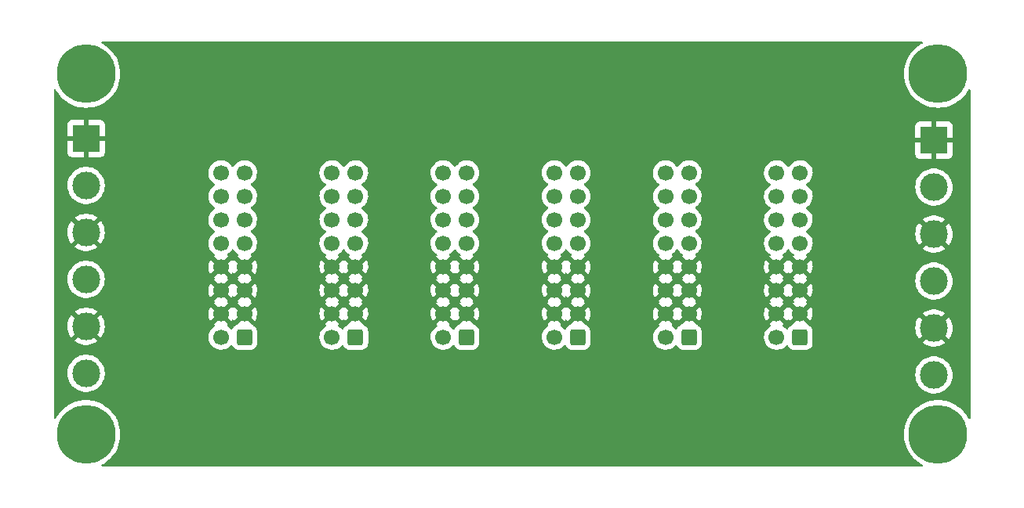
<source format=gbl>
%TF.GenerationSoftware,KiCad,Pcbnew,(6.0.1)*%
%TF.CreationDate,2022-10-15T10:45:26-04:00*%
%TF.ProjectId,ER-PWR-01,45522d50-5752-42d3-9031-2e6b69636164,rev?*%
%TF.SameCoordinates,Original*%
%TF.FileFunction,Copper,L2,Bot*%
%TF.FilePolarity,Positive*%
%FSLAX46Y46*%
G04 Gerber Fmt 4.6, Leading zero omitted, Abs format (unit mm)*
G04 Created by KiCad (PCBNEW (6.0.1)) date 2022-10-15 10:45:26*
%MOMM*%
%LPD*%
G01*
G04 APERTURE LIST*
G04 Aperture macros list*
%AMRoundRect*
0 Rectangle with rounded corners*
0 $1 Rounding radius*
0 $2 $3 $4 $5 $6 $7 $8 $9 X,Y pos of 4 corners*
0 Add a 4 corners polygon primitive as box body*
4,1,4,$2,$3,$4,$5,$6,$7,$8,$9,$2,$3,0*
0 Add four circle primitives for the rounded corners*
1,1,$1+$1,$2,$3*
1,1,$1+$1,$4,$5*
1,1,$1+$1,$6,$7*
1,1,$1+$1,$8,$9*
0 Add four rect primitives between the rounded corners*
20,1,$1+$1,$2,$3,$4,$5,0*
20,1,$1+$1,$4,$5,$6,$7,0*
20,1,$1+$1,$6,$7,$8,$9,0*
20,1,$1+$1,$8,$9,$2,$3,0*%
G04 Aperture macros list end*
%TA.AperFunction,ComponentPad*%
%ADD10R,3.000000X3.000000*%
%TD*%
%TA.AperFunction,ComponentPad*%
%ADD11C,3.000000*%
%TD*%
%TA.AperFunction,ComponentPad*%
%ADD12C,6.350000*%
%TD*%
%TA.AperFunction,ComponentPad*%
%ADD13RoundRect,0.250000X0.600000X0.600000X-0.600000X0.600000X-0.600000X-0.600000X0.600000X-0.600000X0*%
%TD*%
%TA.AperFunction,ComponentPad*%
%ADD14C,1.700000*%
%TD*%
G04 APERTURE END LIST*
D10*
%TO.P,J1,1,Pin_1*%
%TO.N,/GND*%
X93999990Y-51000000D03*
D11*
%TO.P,J1,2,Pin_2*%
%TO.N,/+5V*%
X93999990Y-56080000D03*
%TO.P,J1,3,Pin_3*%
%TO.N,/GND*%
X93999990Y-61160000D03*
%TO.P,J1,4,Pin_4*%
%TO.N,/+12V*%
X93999990Y-66240000D03*
%TO.P,J1,5,Pin_5*%
%TO.N,/GND*%
X93999990Y-71320000D03*
%TO.P,J1,6,Pin_6*%
%TO.N,/-12V*%
X93999990Y-76400000D03*
%TD*%
D12*
%TO.P,MTG1,1*%
%TO.N,N/C*%
X94000000Y-83000000D03*
%TD*%
D13*
%TO.P,J7,1,Pin_1*%
%TO.N,/-12V*%
X171094400Y-72491600D03*
D14*
%TO.P,J7,2,Pin_2*%
X168554400Y-72491600D03*
%TO.P,J7,3,Pin_3*%
%TO.N,/GND*%
X171094400Y-69951600D03*
%TO.P,J7,4,Pin_4*%
X168554400Y-69951600D03*
%TO.P,J7,5,Pin_5*%
X171094400Y-67411600D03*
%TO.P,J7,6,Pin_6*%
X168554400Y-67411600D03*
%TO.P,J7,7,Pin_7*%
X171094400Y-64871600D03*
%TO.P,J7,8,Pin_8*%
X168554400Y-64871600D03*
%TO.P,J7,9,Pin_9*%
%TO.N,/+12V*%
X171094400Y-62331600D03*
%TO.P,J7,10,Pin_10*%
X168554400Y-62331600D03*
%TO.P,J7,11,Pin_11*%
%TO.N,/+5V*%
X171094400Y-59791600D03*
%TO.P,J7,12,Pin_12*%
X168554400Y-59791600D03*
%TO.P,J7,13,Pin_13*%
%TO.N,/P13*%
X171094400Y-57251600D03*
%TO.P,J7,14,Pin_14*%
X168554400Y-57251600D03*
%TO.P,J7,15,Pin_15*%
%TO.N,/P15*%
X171094400Y-54711600D03*
%TO.P,J7,16,Pin_16*%
X168554400Y-54711600D03*
%TD*%
D10*
%TO.P,J8,1,Pin_1*%
%TO.N,/GND*%
X185547000Y-51181000D03*
D11*
%TO.P,J8,2,Pin_2*%
%TO.N,/+5V*%
X185547000Y-56261000D03*
%TO.P,J8,3,Pin_3*%
%TO.N,/GND*%
X185547000Y-61341000D03*
%TO.P,J8,4,Pin_4*%
%TO.N,/+12V*%
X185547000Y-66421000D03*
%TO.P,J8,5,Pin_5*%
%TO.N,/GND*%
X185547000Y-71501000D03*
%TO.P,J8,6,Pin_6*%
%TO.N,/-12V*%
X185547000Y-76581000D03*
%TD*%
D13*
%TO.P,J2,1,Pin_1*%
%TO.N,/-12V*%
X111094400Y-72491600D03*
D14*
%TO.P,J2,2,Pin_2*%
X108554400Y-72491600D03*
%TO.P,J2,3,Pin_3*%
%TO.N,/GND*%
X111094400Y-69951600D03*
%TO.P,J2,4,Pin_4*%
X108554400Y-69951600D03*
%TO.P,J2,5,Pin_5*%
X111094400Y-67411600D03*
%TO.P,J2,6,Pin_6*%
X108554400Y-67411600D03*
%TO.P,J2,7,Pin_7*%
X111094400Y-64871600D03*
%TO.P,J2,8,Pin_8*%
X108554400Y-64871600D03*
%TO.P,J2,9,Pin_9*%
%TO.N,/+12V*%
X111094400Y-62331600D03*
%TO.P,J2,10,Pin_10*%
X108554400Y-62331600D03*
%TO.P,J2,11,Pin_11*%
%TO.N,/+5V*%
X111094400Y-59791600D03*
%TO.P,J2,12,Pin_12*%
X108554400Y-59791600D03*
%TO.P,J2,13,Pin_13*%
%TO.N,/P13*%
X111094400Y-57251600D03*
%TO.P,J2,14,Pin_14*%
X108554400Y-57251600D03*
%TO.P,J2,15,Pin_15*%
%TO.N,/P15*%
X111094400Y-54711600D03*
%TO.P,J2,16,Pin_16*%
X108554400Y-54711600D03*
%TD*%
D13*
%TO.P,J6,1,Pin_1*%
%TO.N,/-12V*%
X159094400Y-72491600D03*
D14*
%TO.P,J6,2,Pin_2*%
X156554400Y-72491600D03*
%TO.P,J6,3,Pin_3*%
%TO.N,/GND*%
X159094400Y-69951600D03*
%TO.P,J6,4,Pin_4*%
X156554400Y-69951600D03*
%TO.P,J6,5,Pin_5*%
X159094400Y-67411600D03*
%TO.P,J6,6,Pin_6*%
X156554400Y-67411600D03*
%TO.P,J6,7,Pin_7*%
X159094400Y-64871600D03*
%TO.P,J6,8,Pin_8*%
X156554400Y-64871600D03*
%TO.P,J6,9,Pin_9*%
%TO.N,/+12V*%
X159094400Y-62331600D03*
%TO.P,J6,10,Pin_10*%
X156554400Y-62331600D03*
%TO.P,J6,11,Pin_11*%
%TO.N,/+5V*%
X159094400Y-59791600D03*
%TO.P,J6,12,Pin_12*%
X156554400Y-59791600D03*
%TO.P,J6,13,Pin_13*%
%TO.N,/P13*%
X159094400Y-57251600D03*
%TO.P,J6,14,Pin_14*%
X156554400Y-57251600D03*
%TO.P,J6,15,Pin_15*%
%TO.N,/P15*%
X159094400Y-54711600D03*
%TO.P,J6,16,Pin_16*%
X156554400Y-54711600D03*
%TD*%
D13*
%TO.P,J5,1,Pin_1*%
%TO.N,/-12V*%
X147094400Y-72491600D03*
D14*
%TO.P,J5,2,Pin_2*%
X144554400Y-72491600D03*
%TO.P,J5,3,Pin_3*%
%TO.N,/GND*%
X147094400Y-69951600D03*
%TO.P,J5,4,Pin_4*%
X144554400Y-69951600D03*
%TO.P,J5,5,Pin_5*%
X147094400Y-67411600D03*
%TO.P,J5,6,Pin_6*%
X144554400Y-67411600D03*
%TO.P,J5,7,Pin_7*%
X147094400Y-64871600D03*
%TO.P,J5,8,Pin_8*%
X144554400Y-64871600D03*
%TO.P,J5,9,Pin_9*%
%TO.N,/+12V*%
X147094400Y-62331600D03*
%TO.P,J5,10,Pin_10*%
X144554400Y-62331600D03*
%TO.P,J5,11,Pin_11*%
%TO.N,/+5V*%
X147094400Y-59791600D03*
%TO.P,J5,12,Pin_12*%
X144554400Y-59791600D03*
%TO.P,J5,13,Pin_13*%
%TO.N,/P13*%
X147094400Y-57251600D03*
%TO.P,J5,14,Pin_14*%
X144554400Y-57251600D03*
%TO.P,J5,15,Pin_15*%
%TO.N,/P15*%
X147094400Y-54711600D03*
%TO.P,J5,16,Pin_16*%
X144554400Y-54711600D03*
%TD*%
D12*
%TO.P,MTG3,1*%
%TO.N,N/C*%
X94000000Y-44000000D03*
%TD*%
D13*
%TO.P,J4,1,Pin_1*%
%TO.N,/-12V*%
X135094400Y-72491600D03*
D14*
%TO.P,J4,2,Pin_2*%
X132554400Y-72491600D03*
%TO.P,J4,3,Pin_3*%
%TO.N,/GND*%
X135094400Y-69951600D03*
%TO.P,J4,4,Pin_4*%
X132554400Y-69951600D03*
%TO.P,J4,5,Pin_5*%
X135094400Y-67411600D03*
%TO.P,J4,6,Pin_6*%
X132554400Y-67411600D03*
%TO.P,J4,7,Pin_7*%
X135094400Y-64871600D03*
%TO.P,J4,8,Pin_8*%
X132554400Y-64871600D03*
%TO.P,J4,9,Pin_9*%
%TO.N,/+12V*%
X135094400Y-62331600D03*
%TO.P,J4,10,Pin_10*%
X132554400Y-62331600D03*
%TO.P,J4,11,Pin_11*%
%TO.N,/+5V*%
X135094400Y-59791600D03*
%TO.P,J4,12,Pin_12*%
X132554400Y-59791600D03*
%TO.P,J4,13,Pin_13*%
%TO.N,/P13*%
X135094400Y-57251600D03*
%TO.P,J4,14,Pin_14*%
X132554400Y-57251600D03*
%TO.P,J4,15,Pin_15*%
%TO.N,/P15*%
X135094400Y-54711600D03*
%TO.P,J4,16,Pin_16*%
X132554400Y-54711600D03*
%TD*%
D13*
%TO.P,J3,1,Pin_1*%
%TO.N,/-12V*%
X123094400Y-72491600D03*
D14*
%TO.P,J3,2,Pin_2*%
X120554400Y-72491600D03*
%TO.P,J3,3,Pin_3*%
%TO.N,/GND*%
X123094400Y-69951600D03*
%TO.P,J3,4,Pin_4*%
X120554400Y-69951600D03*
%TO.P,J3,5,Pin_5*%
X123094400Y-67411600D03*
%TO.P,J3,6,Pin_6*%
X120554400Y-67411600D03*
%TO.P,J3,7,Pin_7*%
X123094400Y-64871600D03*
%TO.P,J3,8,Pin_8*%
X120554400Y-64871600D03*
%TO.P,J3,9,Pin_9*%
%TO.N,/+12V*%
X123094400Y-62331600D03*
%TO.P,J3,10,Pin_10*%
X120554400Y-62331600D03*
%TO.P,J3,11,Pin_11*%
%TO.N,/+5V*%
X123094400Y-59791600D03*
%TO.P,J3,12,Pin_12*%
X120554400Y-59791600D03*
%TO.P,J3,13,Pin_13*%
%TO.N,/P13*%
X123094400Y-57251600D03*
%TO.P,J3,14,Pin_14*%
X120554400Y-57251600D03*
%TO.P,J3,15,Pin_15*%
%TO.N,/P15*%
X123094400Y-54711600D03*
%TO.P,J3,16,Pin_16*%
X120554400Y-54711600D03*
%TD*%
D12*
%TO.P,MTG2,1*%
%TO.N,N/C*%
X186000000Y-83000000D03*
%TD*%
%TO.P,MTG4,1*%
%TO.N,N/C*%
X186000000Y-44000000D03*
%TD*%
%TA.AperFunction,Conductor*%
%TO.N,/GND*%
G36*
X184283123Y-40528002D02*
G01*
X184329616Y-40581658D01*
X184339720Y-40651932D01*
X184310226Y-40716512D01*
X184272205Y-40746267D01*
X184155723Y-40805618D01*
X183831922Y-41015896D01*
X183531875Y-41258869D01*
X183258869Y-41531875D01*
X183015896Y-41831922D01*
X182805618Y-42155723D01*
X182630337Y-42499730D01*
X182491976Y-42860174D01*
X182392049Y-43233106D01*
X182391533Y-43236367D01*
X182332873Y-43606728D01*
X182331651Y-43614441D01*
X182311445Y-44000000D01*
X182331651Y-44385559D01*
X182392049Y-44766894D01*
X182491976Y-45139826D01*
X182630337Y-45500270D01*
X182631835Y-45503210D01*
X182804119Y-45841335D01*
X182805618Y-45844277D01*
X183015896Y-46168078D01*
X183258869Y-46468125D01*
X183531875Y-46741131D01*
X183831922Y-46984104D01*
X184155722Y-47194382D01*
X184158656Y-47195877D01*
X184158663Y-47195881D01*
X184496790Y-47368165D01*
X184499730Y-47369663D01*
X184860174Y-47508024D01*
X185233106Y-47607951D01*
X185435643Y-47640030D01*
X185611193Y-47667835D01*
X185611201Y-47667836D01*
X185614441Y-47668349D01*
X186000000Y-47688555D01*
X186385559Y-47668349D01*
X186388799Y-47667836D01*
X186388807Y-47667835D01*
X186564357Y-47640030D01*
X186766894Y-47607951D01*
X187139826Y-47508024D01*
X187500270Y-47369663D01*
X187503210Y-47368165D01*
X187841337Y-47195881D01*
X187841344Y-47195877D01*
X187844278Y-47194382D01*
X188168078Y-46984104D01*
X188468125Y-46741131D01*
X188741131Y-46468125D01*
X188984104Y-46168078D01*
X189194382Y-45844277D01*
X189253733Y-45727795D01*
X189302482Y-45676180D01*
X189371397Y-45659114D01*
X189438598Y-45682015D01*
X189482750Y-45737613D01*
X189492000Y-45784998D01*
X189492000Y-81215002D01*
X189471998Y-81283123D01*
X189418342Y-81329616D01*
X189348068Y-81339720D01*
X189283488Y-81310226D01*
X189253733Y-81272205D01*
X189195881Y-81158665D01*
X189194382Y-81155723D01*
X188984104Y-80831922D01*
X188741131Y-80531875D01*
X188468125Y-80258869D01*
X188168078Y-80015896D01*
X187844278Y-79805618D01*
X187841344Y-79804123D01*
X187841337Y-79804119D01*
X187503210Y-79631835D01*
X187500270Y-79630337D01*
X187139826Y-79491976D01*
X186766894Y-79392049D01*
X186564357Y-79359970D01*
X186388807Y-79332165D01*
X186388799Y-79332164D01*
X186385559Y-79331651D01*
X186000000Y-79311445D01*
X185614441Y-79331651D01*
X185611201Y-79332164D01*
X185611193Y-79332165D01*
X185435643Y-79359970D01*
X185233106Y-79392049D01*
X184860174Y-79491976D01*
X184499730Y-79630337D01*
X184496790Y-79631835D01*
X184158664Y-79804119D01*
X184158657Y-79804123D01*
X184155723Y-79805618D01*
X183831922Y-80015896D01*
X183531875Y-80258869D01*
X183258869Y-80531875D01*
X183015896Y-80831922D01*
X182805618Y-81155723D01*
X182804123Y-81158657D01*
X182804119Y-81158664D01*
X182746267Y-81272205D01*
X182630337Y-81499730D01*
X182491976Y-81860174D01*
X182392049Y-82233106D01*
X182331651Y-82614441D01*
X182311445Y-83000000D01*
X182331651Y-83385559D01*
X182332164Y-83388799D01*
X182332165Y-83388807D01*
X182359970Y-83564357D01*
X182392049Y-83766894D01*
X182491976Y-84139826D01*
X182630337Y-84500270D01*
X182805618Y-84844277D01*
X183015896Y-85168078D01*
X183258869Y-85468125D01*
X183531875Y-85741131D01*
X183831922Y-85984104D01*
X184155722Y-86194382D01*
X184158656Y-86195877D01*
X184158663Y-86195881D01*
X184272205Y-86253733D01*
X184323820Y-86302481D01*
X184340886Y-86371396D01*
X184317985Y-86438598D01*
X184262388Y-86482750D01*
X184215002Y-86492000D01*
X95784998Y-86492000D01*
X95716877Y-86471998D01*
X95670384Y-86418342D01*
X95660280Y-86348068D01*
X95689774Y-86283488D01*
X95727795Y-86253733D01*
X95841337Y-86195881D01*
X95841344Y-86195877D01*
X95844278Y-86194382D01*
X96168078Y-85984104D01*
X96468125Y-85741131D01*
X96741131Y-85468125D01*
X96984104Y-85168078D01*
X97194382Y-84844277D01*
X97369663Y-84500270D01*
X97508024Y-84139826D01*
X97607951Y-83766894D01*
X97640030Y-83564357D01*
X97667835Y-83388807D01*
X97667836Y-83388799D01*
X97668349Y-83385559D01*
X97688555Y-83000000D01*
X97668349Y-82614441D01*
X97607951Y-82233106D01*
X97508024Y-81860174D01*
X97369663Y-81499730D01*
X97253733Y-81272205D01*
X97195881Y-81158664D01*
X97195877Y-81158657D01*
X97194382Y-81155723D01*
X96984104Y-80831922D01*
X96741131Y-80531875D01*
X96468125Y-80258869D01*
X96168078Y-80015896D01*
X95844278Y-79805618D01*
X95841344Y-79804123D01*
X95841337Y-79804119D01*
X95503210Y-79631835D01*
X95500270Y-79630337D01*
X95139826Y-79491976D01*
X94766894Y-79392049D01*
X94564357Y-79359970D01*
X94388807Y-79332165D01*
X94388799Y-79332164D01*
X94385559Y-79331651D01*
X94000000Y-79311445D01*
X93614441Y-79331651D01*
X93611201Y-79332164D01*
X93611193Y-79332165D01*
X93435643Y-79359970D01*
X93233106Y-79392049D01*
X92860174Y-79491976D01*
X92499730Y-79630337D01*
X92496790Y-79631835D01*
X92158664Y-79804119D01*
X92158657Y-79804123D01*
X92155723Y-79805618D01*
X91831922Y-80015896D01*
X91531875Y-80258869D01*
X91258869Y-80531875D01*
X91015896Y-80831922D01*
X90805618Y-81155723D01*
X90804119Y-81158665D01*
X90746267Y-81272205D01*
X90697518Y-81323820D01*
X90628603Y-81340886D01*
X90561402Y-81317985D01*
X90517250Y-81262387D01*
X90508000Y-81215002D01*
X90508000Y-76378918D01*
X91986907Y-76378918D01*
X92002672Y-76652320D01*
X92003497Y-76656525D01*
X92003498Y-76656533D01*
X92014117Y-76710657D01*
X92055395Y-76921053D01*
X92056782Y-76925103D01*
X92056783Y-76925108D01*
X92136756Y-77158689D01*
X92144102Y-77180144D01*
X92146029Y-77183975D01*
X92264261Y-77419054D01*
X92267150Y-77424799D01*
X92269576Y-77428328D01*
X92269579Y-77428334D01*
X92393978Y-77609334D01*
X92422264Y-77650490D01*
X92606572Y-77853043D01*
X92816665Y-78028707D01*
X92820306Y-78030991D01*
X93045014Y-78171951D01*
X93045018Y-78171953D01*
X93048654Y-78174234D01*
X93116534Y-78204883D01*
X93294335Y-78285164D01*
X93294339Y-78285166D01*
X93298247Y-78286930D01*
X93302367Y-78288150D01*
X93302366Y-78288150D01*
X93556713Y-78363491D01*
X93556717Y-78363492D01*
X93560826Y-78364709D01*
X93565060Y-78365357D01*
X93565065Y-78365358D01*
X93827288Y-78405483D01*
X93827290Y-78405483D01*
X93831530Y-78406132D01*
X93970902Y-78408322D01*
X94101061Y-78410367D01*
X94101067Y-78410367D01*
X94105352Y-78410434D01*
X94377225Y-78377534D01*
X94642117Y-78308041D01*
X94646077Y-78306401D01*
X94646082Y-78306399D01*
X94786496Y-78248237D01*
X94895126Y-78203241D01*
X95131572Y-78065073D01*
X95347079Y-77896094D01*
X95388799Y-77853043D01*
X95534676Y-77702509D01*
X95537659Y-77699431D01*
X95540192Y-77695983D01*
X95540196Y-77695978D01*
X95697247Y-77482178D01*
X95699785Y-77478723D01*
X95727144Y-77428334D01*
X95828408Y-77241830D01*
X95828409Y-77241828D01*
X95830458Y-77238054D01*
X95927259Y-76981877D01*
X95988397Y-76714933D01*
X95996368Y-76625627D01*
X96002232Y-76559918D01*
X183533917Y-76559918D01*
X183549682Y-76833320D01*
X183550507Y-76837525D01*
X183550508Y-76837533D01*
X183561127Y-76891657D01*
X183602405Y-77102053D01*
X183603792Y-77106103D01*
X183603793Y-77106108D01*
X183689723Y-77357088D01*
X183691112Y-77361144D01*
X183814160Y-77605799D01*
X183816586Y-77609328D01*
X183816589Y-77609334D01*
X183880627Y-77702509D01*
X183969274Y-77831490D01*
X183972161Y-77834663D01*
X183972162Y-77834664D01*
X184028059Y-77896094D01*
X184153582Y-78034043D01*
X184363675Y-78209707D01*
X184367316Y-78211991D01*
X184592024Y-78352951D01*
X184592028Y-78352953D01*
X184595664Y-78355234D01*
X184663544Y-78385883D01*
X184841345Y-78466164D01*
X184841349Y-78466166D01*
X184845257Y-78467930D01*
X184849377Y-78469150D01*
X184849376Y-78469150D01*
X185103723Y-78544491D01*
X185103727Y-78544492D01*
X185107836Y-78545709D01*
X185112070Y-78546357D01*
X185112075Y-78546358D01*
X185374298Y-78586483D01*
X185374300Y-78586483D01*
X185378540Y-78587132D01*
X185517912Y-78589322D01*
X185648071Y-78591367D01*
X185648077Y-78591367D01*
X185652362Y-78591434D01*
X185924235Y-78558534D01*
X186189127Y-78489041D01*
X186193087Y-78487401D01*
X186193092Y-78487399D01*
X186315631Y-78436641D01*
X186442136Y-78384241D01*
X186678582Y-78246073D01*
X186894089Y-78077094D01*
X186905739Y-78065073D01*
X187081686Y-77883509D01*
X187084669Y-77880431D01*
X187087202Y-77876983D01*
X187087206Y-77876978D01*
X187244257Y-77663178D01*
X187246795Y-77659723D01*
X187274154Y-77609334D01*
X187375418Y-77422830D01*
X187375419Y-77422828D01*
X187377468Y-77419054D01*
X187466297Y-77183975D01*
X187472751Y-77166895D01*
X187472752Y-77166891D01*
X187474269Y-77162877D01*
X187515723Y-76981877D01*
X187534449Y-76900117D01*
X187534450Y-76900113D01*
X187535407Y-76895933D01*
X187559751Y-76623161D01*
X187560193Y-76581000D01*
X187558465Y-76555648D01*
X187541859Y-76312055D01*
X187541858Y-76312049D01*
X187541567Y-76307778D01*
X187486032Y-76039612D01*
X187394617Y-75781465D01*
X187269013Y-75538112D01*
X187259040Y-75523921D01*
X187131831Y-75342921D01*
X187111545Y-75314057D01*
X186925125Y-75113445D01*
X186921810Y-75110731D01*
X186921806Y-75110728D01*
X186716523Y-74942706D01*
X186713205Y-74939990D01*
X186479704Y-74796901D01*
X186475768Y-74795173D01*
X186232873Y-74688549D01*
X186232869Y-74688548D01*
X186228945Y-74686825D01*
X185965566Y-74611800D01*
X185961324Y-74611196D01*
X185961318Y-74611195D01*
X185760834Y-74582662D01*
X185694443Y-74573213D01*
X185550589Y-74572460D01*
X185424877Y-74571802D01*
X185424871Y-74571802D01*
X185420591Y-74571780D01*
X185416347Y-74572339D01*
X185416343Y-74572339D01*
X185297302Y-74588011D01*
X185149078Y-74607525D01*
X185144938Y-74608658D01*
X185144936Y-74608658D01*
X185072008Y-74628609D01*
X184884928Y-74679788D01*
X184880980Y-74681472D01*
X184636982Y-74785546D01*
X184636978Y-74785548D01*
X184633030Y-74787232D01*
X184613125Y-74799145D01*
X184401725Y-74925664D01*
X184401721Y-74925667D01*
X184398043Y-74927868D01*
X184184318Y-75099094D01*
X183995808Y-75297742D01*
X183836002Y-75520136D01*
X183707857Y-75762161D01*
X183706385Y-75766184D01*
X183706383Y-75766188D01*
X183615214Y-76015317D01*
X183613743Y-76019337D01*
X183555404Y-76286907D01*
X183533917Y-76559918D01*
X96002232Y-76559918D01*
X96012521Y-76444627D01*
X96012521Y-76444625D01*
X96012741Y-76442161D01*
X96013183Y-76400000D01*
X96006610Y-76303581D01*
X95994849Y-76131055D01*
X95994848Y-76131049D01*
X95994557Y-76126778D01*
X95939022Y-75858612D01*
X95847607Y-75600465D01*
X95722003Y-75357112D01*
X95712030Y-75342921D01*
X95566998Y-75136562D01*
X95564535Y-75133057D01*
X95387650Y-74942706D01*
X95381036Y-74935588D01*
X95381033Y-74935585D01*
X95378115Y-74932445D01*
X95374800Y-74929731D01*
X95374796Y-74929728D01*
X95169513Y-74761706D01*
X95166195Y-74758990D01*
X94932694Y-74615901D01*
X94923352Y-74611800D01*
X94685863Y-74507549D01*
X94685859Y-74507548D01*
X94681935Y-74505825D01*
X94418556Y-74430800D01*
X94414314Y-74430196D01*
X94414308Y-74430195D01*
X94213824Y-74401662D01*
X94147433Y-74392213D01*
X94003579Y-74391460D01*
X93877867Y-74390802D01*
X93877861Y-74390802D01*
X93873581Y-74390780D01*
X93869337Y-74391339D01*
X93869333Y-74391339D01*
X93750292Y-74407011D01*
X93602068Y-74426525D01*
X93597928Y-74427658D01*
X93597926Y-74427658D01*
X93524998Y-74447609D01*
X93337918Y-74498788D01*
X93333970Y-74500472D01*
X93089972Y-74604546D01*
X93089968Y-74604548D01*
X93086020Y-74606232D01*
X93066115Y-74618145D01*
X92854715Y-74744664D01*
X92854711Y-74744667D01*
X92851033Y-74746868D01*
X92637308Y-74918094D01*
X92613952Y-74942706D01*
X92451927Y-75113445D01*
X92448798Y-75116742D01*
X92288992Y-75339136D01*
X92160847Y-75581161D01*
X92159375Y-75585184D01*
X92159373Y-75585188D01*
X92068204Y-75834317D01*
X92066733Y-75838337D01*
X92008394Y-76105907D01*
X91986907Y-76378918D01*
X90508000Y-76378918D01*
X90508000Y-72909654D01*
X92775608Y-72909654D01*
X92782663Y-72919627D01*
X92813669Y-72945551D01*
X92820588Y-72950579D01*
X93045262Y-73091515D01*
X93052797Y-73095556D01*
X93294510Y-73204694D01*
X93302541Y-73207680D01*
X93556822Y-73283002D01*
X93565174Y-73284869D01*
X93827330Y-73324984D01*
X93835864Y-73325700D01*
X94101035Y-73329867D01*
X94109586Y-73329418D01*
X94372873Y-73297557D01*
X94381274Y-73295955D01*
X94637814Y-73228653D01*
X94645916Y-73225926D01*
X94890939Y-73124434D01*
X94898607Y-73120628D01*
X95127588Y-72986822D01*
X95134669Y-72982009D01*
X95214645Y-72919301D01*
X95223115Y-72907442D01*
X95216598Y-72895818D01*
X94012802Y-71692022D01*
X93998858Y-71684408D01*
X93997025Y-71684539D01*
X93990410Y-71688790D01*
X92782900Y-72896300D01*
X92775608Y-72909654D01*
X90508000Y-72909654D01*
X90508000Y-71303204D01*
X91987655Y-71303204D01*
X92002922Y-71567969D01*
X92003995Y-71576470D01*
X92055055Y-71836722D01*
X92057266Y-71844974D01*
X92143174Y-72095894D01*
X92146489Y-72103779D01*
X92265654Y-72340713D01*
X92270010Y-72348079D01*
X92399337Y-72536250D01*
X92409591Y-72544594D01*
X92423332Y-72537448D01*
X93627968Y-71332812D01*
X93634346Y-71321132D01*
X94364398Y-71321132D01*
X94364529Y-71322965D01*
X94368780Y-71329580D01*
X95575720Y-72536520D01*
X95587929Y-72543187D01*
X95599429Y-72534497D01*
X95655405Y-72458295D01*
X107191651Y-72458295D01*
X107191948Y-72463448D01*
X107191948Y-72463451D01*
X107198836Y-72582913D01*
X107204510Y-72681315D01*
X107205647Y-72686361D01*
X107205648Y-72686367D01*
X107214489Y-72725594D01*
X107253622Y-72899239D01*
X107315073Y-73050576D01*
X107335397Y-73100627D01*
X107337666Y-73106216D01*
X107361554Y-73145198D01*
X107424408Y-73247766D01*
X107454387Y-73296688D01*
X107600650Y-73465538D01*
X107772526Y-73608232D01*
X107965400Y-73720938D01*
X108174092Y-73800630D01*
X108179160Y-73801661D01*
X108179163Y-73801662D01*
X108286417Y-73823483D01*
X108392997Y-73845167D01*
X108398172Y-73845357D01*
X108398174Y-73845357D01*
X108611073Y-73853164D01*
X108611077Y-73853164D01*
X108616237Y-73853353D01*
X108621357Y-73852697D01*
X108621359Y-73852697D01*
X108832688Y-73825625D01*
X108832689Y-73825625D01*
X108837816Y-73824968D01*
X108842766Y-73823483D01*
X109046829Y-73762261D01*
X109046834Y-73762259D01*
X109051784Y-73760774D01*
X109252394Y-73662496D01*
X109434260Y-73532773D01*
X109592496Y-73375089D01*
X109593071Y-73375666D01*
X109648791Y-73339162D01*
X109719785Y-73338539D01*
X109779846Y-73376396D01*
X109799451Y-73406291D01*
X109800533Y-73408600D01*
X109802850Y-73415546D01*
X109895922Y-73565948D01*
X110021097Y-73690905D01*
X110027327Y-73694745D01*
X110027328Y-73694746D01*
X110164490Y-73779294D01*
X110171662Y-73783715D01*
X110225771Y-73801662D01*
X110333011Y-73837232D01*
X110333013Y-73837232D01*
X110339539Y-73839397D01*
X110346375Y-73840097D01*
X110346378Y-73840098D01*
X110385772Y-73844134D01*
X110444000Y-73850100D01*
X111744800Y-73850100D01*
X111748046Y-73849763D01*
X111748050Y-73849763D01*
X111843708Y-73839838D01*
X111843712Y-73839837D01*
X111850566Y-73839126D01*
X111857102Y-73836945D01*
X111857104Y-73836945D01*
X111989206Y-73792872D01*
X112018346Y-73783150D01*
X112168748Y-73690078D01*
X112293705Y-73564903D01*
X112315757Y-73529129D01*
X112382675Y-73420568D01*
X112382676Y-73420566D01*
X112386515Y-73414338D01*
X112442197Y-73246461D01*
X112446171Y-73207680D01*
X112452572Y-73145198D01*
X112452900Y-73142000D01*
X112452900Y-72458295D01*
X119191651Y-72458295D01*
X119191948Y-72463448D01*
X119191948Y-72463451D01*
X119198836Y-72582913D01*
X119204510Y-72681315D01*
X119205647Y-72686361D01*
X119205648Y-72686367D01*
X119214489Y-72725594D01*
X119253622Y-72899239D01*
X119315073Y-73050576D01*
X119335397Y-73100627D01*
X119337666Y-73106216D01*
X119361554Y-73145198D01*
X119424408Y-73247766D01*
X119454387Y-73296688D01*
X119600650Y-73465538D01*
X119772526Y-73608232D01*
X119965400Y-73720938D01*
X120174092Y-73800630D01*
X120179160Y-73801661D01*
X120179163Y-73801662D01*
X120286417Y-73823483D01*
X120392997Y-73845167D01*
X120398172Y-73845357D01*
X120398174Y-73845357D01*
X120611073Y-73853164D01*
X120611077Y-73853164D01*
X120616237Y-73853353D01*
X120621357Y-73852697D01*
X120621359Y-73852697D01*
X120832688Y-73825625D01*
X120832689Y-73825625D01*
X120837816Y-73824968D01*
X120842766Y-73823483D01*
X121046829Y-73762261D01*
X121046834Y-73762259D01*
X121051784Y-73760774D01*
X121252394Y-73662496D01*
X121434260Y-73532773D01*
X121592496Y-73375089D01*
X121593071Y-73375666D01*
X121648791Y-73339162D01*
X121719785Y-73338539D01*
X121779846Y-73376396D01*
X121799451Y-73406291D01*
X121800533Y-73408600D01*
X121802850Y-73415546D01*
X121895922Y-73565948D01*
X122021097Y-73690905D01*
X122027327Y-73694745D01*
X122027328Y-73694746D01*
X122164490Y-73779294D01*
X122171662Y-73783715D01*
X122225771Y-73801662D01*
X122333011Y-73837232D01*
X122333013Y-73837232D01*
X122339539Y-73839397D01*
X122346375Y-73840097D01*
X122346378Y-73840098D01*
X122385772Y-73844134D01*
X122444000Y-73850100D01*
X123744800Y-73850100D01*
X123748046Y-73849763D01*
X123748050Y-73849763D01*
X123843708Y-73839838D01*
X123843712Y-73839837D01*
X123850566Y-73839126D01*
X123857102Y-73836945D01*
X123857104Y-73836945D01*
X123989206Y-73792872D01*
X124018346Y-73783150D01*
X124168748Y-73690078D01*
X124293705Y-73564903D01*
X124315757Y-73529129D01*
X124382675Y-73420568D01*
X124382676Y-73420566D01*
X124386515Y-73414338D01*
X124442197Y-73246461D01*
X124446171Y-73207680D01*
X124452572Y-73145198D01*
X124452900Y-73142000D01*
X124452900Y-72458295D01*
X131191651Y-72458295D01*
X131191948Y-72463448D01*
X131191948Y-72463451D01*
X131198836Y-72582913D01*
X131204510Y-72681315D01*
X131205647Y-72686361D01*
X131205648Y-72686367D01*
X131214489Y-72725594D01*
X131253622Y-72899239D01*
X131315073Y-73050576D01*
X131335397Y-73100627D01*
X131337666Y-73106216D01*
X131361554Y-73145198D01*
X131424408Y-73247766D01*
X131454387Y-73296688D01*
X131600650Y-73465538D01*
X131772526Y-73608232D01*
X131965400Y-73720938D01*
X132174092Y-73800630D01*
X132179160Y-73801661D01*
X132179163Y-73801662D01*
X132286417Y-73823483D01*
X132392997Y-73845167D01*
X132398172Y-73845357D01*
X132398174Y-73845357D01*
X132611073Y-73853164D01*
X132611077Y-73853164D01*
X132616237Y-73853353D01*
X132621357Y-73852697D01*
X132621359Y-73852697D01*
X132832688Y-73825625D01*
X132832689Y-73825625D01*
X132837816Y-73824968D01*
X132842766Y-73823483D01*
X133046829Y-73762261D01*
X133046834Y-73762259D01*
X133051784Y-73760774D01*
X133252394Y-73662496D01*
X133434260Y-73532773D01*
X133592496Y-73375089D01*
X133593071Y-73375666D01*
X133648791Y-73339162D01*
X133719785Y-73338539D01*
X133779846Y-73376396D01*
X133799451Y-73406291D01*
X133800533Y-73408600D01*
X133802850Y-73415546D01*
X133895922Y-73565948D01*
X134021097Y-73690905D01*
X134027327Y-73694745D01*
X134027328Y-73694746D01*
X134164490Y-73779294D01*
X134171662Y-73783715D01*
X134225771Y-73801662D01*
X134333011Y-73837232D01*
X134333013Y-73837232D01*
X134339539Y-73839397D01*
X134346375Y-73840097D01*
X134346378Y-73840098D01*
X134385772Y-73844134D01*
X134444000Y-73850100D01*
X135744800Y-73850100D01*
X135748046Y-73849763D01*
X135748050Y-73849763D01*
X135843708Y-73839838D01*
X135843712Y-73839837D01*
X135850566Y-73839126D01*
X135857102Y-73836945D01*
X135857104Y-73836945D01*
X135989206Y-73792872D01*
X136018346Y-73783150D01*
X136168748Y-73690078D01*
X136293705Y-73564903D01*
X136315757Y-73529129D01*
X136382675Y-73420568D01*
X136382676Y-73420566D01*
X136386515Y-73414338D01*
X136442197Y-73246461D01*
X136446171Y-73207680D01*
X136452572Y-73145198D01*
X136452900Y-73142000D01*
X136452900Y-72458295D01*
X143191651Y-72458295D01*
X143191948Y-72463448D01*
X143191948Y-72463451D01*
X143198836Y-72582913D01*
X143204510Y-72681315D01*
X143205647Y-72686361D01*
X143205648Y-72686367D01*
X143214489Y-72725594D01*
X143253622Y-72899239D01*
X143315073Y-73050576D01*
X143335397Y-73100627D01*
X143337666Y-73106216D01*
X143361554Y-73145198D01*
X143424408Y-73247766D01*
X143454387Y-73296688D01*
X143600650Y-73465538D01*
X143772526Y-73608232D01*
X143965400Y-73720938D01*
X144174092Y-73800630D01*
X144179160Y-73801661D01*
X144179163Y-73801662D01*
X144286417Y-73823483D01*
X144392997Y-73845167D01*
X144398172Y-73845357D01*
X144398174Y-73845357D01*
X144611073Y-73853164D01*
X144611077Y-73853164D01*
X144616237Y-73853353D01*
X144621357Y-73852697D01*
X144621359Y-73852697D01*
X144832688Y-73825625D01*
X144832689Y-73825625D01*
X144837816Y-73824968D01*
X144842766Y-73823483D01*
X145046829Y-73762261D01*
X145046834Y-73762259D01*
X145051784Y-73760774D01*
X145252394Y-73662496D01*
X145434260Y-73532773D01*
X145592496Y-73375089D01*
X145593071Y-73375666D01*
X145648791Y-73339162D01*
X145719785Y-73338539D01*
X145779846Y-73376396D01*
X145799451Y-73406291D01*
X145800533Y-73408600D01*
X145802850Y-73415546D01*
X145895922Y-73565948D01*
X146021097Y-73690905D01*
X146027327Y-73694745D01*
X146027328Y-73694746D01*
X146164490Y-73779294D01*
X146171662Y-73783715D01*
X146225771Y-73801662D01*
X146333011Y-73837232D01*
X146333013Y-73837232D01*
X146339539Y-73839397D01*
X146346375Y-73840097D01*
X146346378Y-73840098D01*
X146385772Y-73844134D01*
X146444000Y-73850100D01*
X147744800Y-73850100D01*
X147748046Y-73849763D01*
X147748050Y-73849763D01*
X147843708Y-73839838D01*
X147843712Y-73839837D01*
X147850566Y-73839126D01*
X147857102Y-73836945D01*
X147857104Y-73836945D01*
X147989206Y-73792872D01*
X148018346Y-73783150D01*
X148168748Y-73690078D01*
X148293705Y-73564903D01*
X148315757Y-73529129D01*
X148382675Y-73420568D01*
X148382676Y-73420566D01*
X148386515Y-73414338D01*
X148442197Y-73246461D01*
X148446171Y-73207680D01*
X148452572Y-73145198D01*
X148452900Y-73142000D01*
X148452900Y-72458295D01*
X155191651Y-72458295D01*
X155191948Y-72463448D01*
X155191948Y-72463451D01*
X155198836Y-72582913D01*
X155204510Y-72681315D01*
X155205647Y-72686361D01*
X155205648Y-72686367D01*
X155214489Y-72725594D01*
X155253622Y-72899239D01*
X155315073Y-73050576D01*
X155335397Y-73100627D01*
X155337666Y-73106216D01*
X155361554Y-73145198D01*
X155424408Y-73247766D01*
X155454387Y-73296688D01*
X155600650Y-73465538D01*
X155772526Y-73608232D01*
X155965400Y-73720938D01*
X156174092Y-73800630D01*
X156179160Y-73801661D01*
X156179163Y-73801662D01*
X156286417Y-73823483D01*
X156392997Y-73845167D01*
X156398172Y-73845357D01*
X156398174Y-73845357D01*
X156611073Y-73853164D01*
X156611077Y-73853164D01*
X156616237Y-73853353D01*
X156621357Y-73852697D01*
X156621359Y-73852697D01*
X156832688Y-73825625D01*
X156832689Y-73825625D01*
X156837816Y-73824968D01*
X156842766Y-73823483D01*
X157046829Y-73762261D01*
X157046834Y-73762259D01*
X157051784Y-73760774D01*
X157252394Y-73662496D01*
X157434260Y-73532773D01*
X157592496Y-73375089D01*
X157593071Y-73375666D01*
X157648791Y-73339162D01*
X157719785Y-73338539D01*
X157779846Y-73376396D01*
X157799451Y-73406291D01*
X157800533Y-73408600D01*
X157802850Y-73415546D01*
X157895922Y-73565948D01*
X158021097Y-73690905D01*
X158027327Y-73694745D01*
X158027328Y-73694746D01*
X158164490Y-73779294D01*
X158171662Y-73783715D01*
X158225771Y-73801662D01*
X158333011Y-73837232D01*
X158333013Y-73837232D01*
X158339539Y-73839397D01*
X158346375Y-73840097D01*
X158346378Y-73840098D01*
X158385772Y-73844134D01*
X158444000Y-73850100D01*
X159744800Y-73850100D01*
X159748046Y-73849763D01*
X159748050Y-73849763D01*
X159843708Y-73839838D01*
X159843712Y-73839837D01*
X159850566Y-73839126D01*
X159857102Y-73836945D01*
X159857104Y-73836945D01*
X159989206Y-73792872D01*
X160018346Y-73783150D01*
X160168748Y-73690078D01*
X160293705Y-73564903D01*
X160315757Y-73529129D01*
X160382675Y-73420568D01*
X160382676Y-73420566D01*
X160386515Y-73414338D01*
X160442197Y-73246461D01*
X160446171Y-73207680D01*
X160452572Y-73145198D01*
X160452900Y-73142000D01*
X160452900Y-72458295D01*
X167191651Y-72458295D01*
X167191948Y-72463448D01*
X167191948Y-72463451D01*
X167198836Y-72582913D01*
X167204510Y-72681315D01*
X167205647Y-72686361D01*
X167205648Y-72686367D01*
X167214489Y-72725594D01*
X167253622Y-72899239D01*
X167315073Y-73050576D01*
X167335397Y-73100627D01*
X167337666Y-73106216D01*
X167361554Y-73145198D01*
X167424408Y-73247766D01*
X167454387Y-73296688D01*
X167600650Y-73465538D01*
X167772526Y-73608232D01*
X167965400Y-73720938D01*
X168174092Y-73800630D01*
X168179160Y-73801661D01*
X168179163Y-73801662D01*
X168286417Y-73823483D01*
X168392997Y-73845167D01*
X168398172Y-73845357D01*
X168398174Y-73845357D01*
X168611073Y-73853164D01*
X168611077Y-73853164D01*
X168616237Y-73853353D01*
X168621357Y-73852697D01*
X168621359Y-73852697D01*
X168832688Y-73825625D01*
X168832689Y-73825625D01*
X168837816Y-73824968D01*
X168842766Y-73823483D01*
X169046829Y-73762261D01*
X169046834Y-73762259D01*
X169051784Y-73760774D01*
X169252394Y-73662496D01*
X169434260Y-73532773D01*
X169592496Y-73375089D01*
X169593071Y-73375666D01*
X169648791Y-73339162D01*
X169719785Y-73338539D01*
X169779846Y-73376396D01*
X169799451Y-73406291D01*
X169800533Y-73408600D01*
X169802850Y-73415546D01*
X169895922Y-73565948D01*
X170021097Y-73690905D01*
X170027327Y-73694745D01*
X170027328Y-73694746D01*
X170164490Y-73779294D01*
X170171662Y-73783715D01*
X170225771Y-73801662D01*
X170333011Y-73837232D01*
X170333013Y-73837232D01*
X170339539Y-73839397D01*
X170346375Y-73840097D01*
X170346378Y-73840098D01*
X170385772Y-73844134D01*
X170444000Y-73850100D01*
X171744800Y-73850100D01*
X171748046Y-73849763D01*
X171748050Y-73849763D01*
X171843708Y-73839838D01*
X171843712Y-73839837D01*
X171850566Y-73839126D01*
X171857102Y-73836945D01*
X171857104Y-73836945D01*
X171989206Y-73792872D01*
X172018346Y-73783150D01*
X172168748Y-73690078D01*
X172293705Y-73564903D01*
X172315757Y-73529129D01*
X172382675Y-73420568D01*
X172382676Y-73420566D01*
X172386515Y-73414338D01*
X172442197Y-73246461D01*
X172446171Y-73207680D01*
X172452572Y-73145198D01*
X172452900Y-73142000D01*
X172452900Y-73090654D01*
X184322618Y-73090654D01*
X184329673Y-73100627D01*
X184360679Y-73126551D01*
X184367598Y-73131579D01*
X184592272Y-73272515D01*
X184599807Y-73276556D01*
X184841520Y-73385694D01*
X184849551Y-73388680D01*
X185103832Y-73464002D01*
X185112184Y-73465869D01*
X185374340Y-73505984D01*
X185382874Y-73506700D01*
X185648045Y-73510867D01*
X185656596Y-73510418D01*
X185919883Y-73478557D01*
X185928284Y-73476955D01*
X186184824Y-73409653D01*
X186192926Y-73406926D01*
X186437949Y-73305434D01*
X186445617Y-73301628D01*
X186674598Y-73167822D01*
X186681679Y-73163009D01*
X186761655Y-73100301D01*
X186770125Y-73088442D01*
X186763608Y-73076818D01*
X185559812Y-71873022D01*
X185545868Y-71865408D01*
X185544035Y-71865539D01*
X185537420Y-71869790D01*
X184329910Y-73077300D01*
X184322618Y-73090654D01*
X172452900Y-73090654D01*
X172452900Y-71841200D01*
X172452563Y-71837950D01*
X172442638Y-71742292D01*
X172442637Y-71742288D01*
X172441926Y-71735434D01*
X172407998Y-71633738D01*
X172388268Y-71574602D01*
X172385950Y-71567654D01*
X172334309Y-71484204D01*
X183534665Y-71484204D01*
X183549932Y-71748969D01*
X183551005Y-71757470D01*
X183602065Y-72017722D01*
X183604276Y-72025974D01*
X183690184Y-72276894D01*
X183693499Y-72284779D01*
X183812664Y-72521713D01*
X183817020Y-72529079D01*
X183946347Y-72717250D01*
X183956601Y-72725594D01*
X183970342Y-72718448D01*
X185174978Y-71513812D01*
X185181356Y-71502132D01*
X185911408Y-71502132D01*
X185911539Y-71503965D01*
X185915790Y-71510580D01*
X187122730Y-72717520D01*
X187134939Y-72724187D01*
X187146439Y-72715497D01*
X187243831Y-72582913D01*
X187248418Y-72575685D01*
X187374962Y-72342621D01*
X187378530Y-72334827D01*
X187472271Y-72086750D01*
X187474748Y-72078544D01*
X187533954Y-71820038D01*
X187535294Y-71811577D01*
X187559031Y-71545616D01*
X187559277Y-71540677D01*
X187559666Y-71503485D01*
X187559523Y-71498519D01*
X187541362Y-71232123D01*
X187540201Y-71223649D01*
X187486419Y-70963944D01*
X187484120Y-70955709D01*
X187395588Y-70705705D01*
X187392191Y-70697854D01*
X187270550Y-70462178D01*
X187266122Y-70454866D01*
X187147031Y-70285417D01*
X187136509Y-70277037D01*
X187123121Y-70284089D01*
X185919022Y-71488188D01*
X185911408Y-71502132D01*
X185181356Y-71502132D01*
X185182592Y-71499868D01*
X185182461Y-71498035D01*
X185178210Y-71491420D01*
X183970814Y-70284024D01*
X183958804Y-70277466D01*
X183947064Y-70286434D01*
X183838935Y-70436911D01*
X183834418Y-70444196D01*
X183710325Y-70678567D01*
X183706839Y-70686395D01*
X183615700Y-70935446D01*
X183613311Y-70943670D01*
X183556812Y-71202795D01*
X183555563Y-71211250D01*
X183534754Y-71475653D01*
X183534665Y-71484204D01*
X172334309Y-71484204D01*
X172292878Y-71417252D01*
X172167703Y-71292295D01*
X172074684Y-71234957D01*
X172023368Y-71203325D01*
X172023366Y-71203324D01*
X172017138Y-71199485D01*
X171963374Y-71181652D01*
X171942040Y-71174576D01*
X171883680Y-71134145D01*
X171873129Y-71108746D01*
X171870824Y-71109970D01*
X171845060Y-71061470D01*
X171107212Y-70323622D01*
X171093268Y-70316008D01*
X171091435Y-70316139D01*
X171084820Y-70320390D01*
X170341137Y-71064073D01*
X170318385Y-71105739D01*
X170316177Y-71115887D01*
X170265974Y-71166088D01*
X170245467Y-71175024D01*
X170170454Y-71200050D01*
X170020052Y-71293122D01*
X170014879Y-71298304D01*
X169957086Y-71356198D01*
X169895095Y-71418297D01*
X169891255Y-71424527D01*
X169891254Y-71424528D01*
X169816614Y-71545616D01*
X169802285Y-71568862D01*
X169799979Y-71575813D01*
X169797961Y-71580142D01*
X169751044Y-71633428D01*
X169682767Y-71652890D01*
X169614807Y-71632349D01*
X169590572Y-71611694D01*
X169487552Y-71498476D01*
X169487542Y-71498467D01*
X169484070Y-71494651D01*
X169480019Y-71491452D01*
X169480015Y-71491448D01*
X169312814Y-71359400D01*
X169312810Y-71359398D01*
X169308759Y-71356198D01*
X169266969Y-71333129D01*
X169216998Y-71282697D01*
X169202226Y-71213254D01*
X169227342Y-71146848D01*
X169254693Y-71120242D01*
X169303647Y-71085323D01*
X169312048Y-71074623D01*
X169305060Y-71061470D01*
X168567212Y-70323622D01*
X168553268Y-70316008D01*
X168551435Y-70316139D01*
X168544820Y-70320390D01*
X167801137Y-71064073D01*
X167794377Y-71076453D01*
X167799658Y-71083507D01*
X167846369Y-71110803D01*
X167895093Y-71162441D01*
X167908164Y-71232224D01*
X167881433Y-71297996D01*
X167840984Y-71331352D01*
X167828007Y-71338107D01*
X167823874Y-71341210D01*
X167823871Y-71341212D01*
X167653500Y-71469130D01*
X167649365Y-71472235D01*
X167495029Y-71633738D01*
X167492115Y-71638010D01*
X167492114Y-71638011D01*
X167481964Y-71652890D01*
X167369143Y-71818280D01*
X167275088Y-72020905D01*
X167215389Y-72236170D01*
X167191651Y-72458295D01*
X160452900Y-72458295D01*
X160452900Y-71841200D01*
X160452563Y-71837950D01*
X160442638Y-71742292D01*
X160442637Y-71742288D01*
X160441926Y-71735434D01*
X160407998Y-71633738D01*
X160388268Y-71574602D01*
X160385950Y-71567654D01*
X160292878Y-71417252D01*
X160167703Y-71292295D01*
X160074684Y-71234957D01*
X160023368Y-71203325D01*
X160023366Y-71203324D01*
X160017138Y-71199485D01*
X159963374Y-71181652D01*
X159942040Y-71174576D01*
X159883680Y-71134145D01*
X159873129Y-71108746D01*
X159870824Y-71109970D01*
X159845060Y-71061470D01*
X159107212Y-70323622D01*
X159093268Y-70316008D01*
X159091435Y-70316139D01*
X159084820Y-70320390D01*
X158341137Y-71064073D01*
X158318385Y-71105739D01*
X158316177Y-71115887D01*
X158265974Y-71166088D01*
X158245467Y-71175024D01*
X158170454Y-71200050D01*
X158020052Y-71293122D01*
X158014879Y-71298304D01*
X157957086Y-71356198D01*
X157895095Y-71418297D01*
X157891255Y-71424527D01*
X157891254Y-71424528D01*
X157816614Y-71545616D01*
X157802285Y-71568862D01*
X157799979Y-71575813D01*
X157797961Y-71580142D01*
X157751044Y-71633428D01*
X157682767Y-71652890D01*
X157614807Y-71632349D01*
X157590572Y-71611694D01*
X157487552Y-71498476D01*
X157487542Y-71498467D01*
X157484070Y-71494651D01*
X157480019Y-71491452D01*
X157480015Y-71491448D01*
X157312814Y-71359400D01*
X157312810Y-71359398D01*
X157308759Y-71356198D01*
X157266969Y-71333129D01*
X157216998Y-71282697D01*
X157202226Y-71213254D01*
X157227342Y-71146848D01*
X157254693Y-71120242D01*
X157303647Y-71085323D01*
X157312048Y-71074623D01*
X157305060Y-71061470D01*
X156567212Y-70323622D01*
X156553268Y-70316008D01*
X156551435Y-70316139D01*
X156544820Y-70320390D01*
X155801137Y-71064073D01*
X155794377Y-71076453D01*
X155799658Y-71083507D01*
X155846369Y-71110803D01*
X155895093Y-71162441D01*
X155908164Y-71232224D01*
X155881433Y-71297996D01*
X155840984Y-71331352D01*
X155828007Y-71338107D01*
X155823874Y-71341210D01*
X155823871Y-71341212D01*
X155653500Y-71469130D01*
X155649365Y-71472235D01*
X155495029Y-71633738D01*
X155492115Y-71638010D01*
X155492114Y-71638011D01*
X155481964Y-71652890D01*
X155369143Y-71818280D01*
X155275088Y-72020905D01*
X155215389Y-72236170D01*
X155191651Y-72458295D01*
X148452900Y-72458295D01*
X148452900Y-71841200D01*
X148452563Y-71837950D01*
X148442638Y-71742292D01*
X148442637Y-71742288D01*
X148441926Y-71735434D01*
X148407998Y-71633738D01*
X148388268Y-71574602D01*
X148385950Y-71567654D01*
X148292878Y-71417252D01*
X148167703Y-71292295D01*
X148074684Y-71234957D01*
X148023368Y-71203325D01*
X148023366Y-71203324D01*
X148017138Y-71199485D01*
X147963374Y-71181652D01*
X147942040Y-71174576D01*
X147883680Y-71134145D01*
X147873129Y-71108746D01*
X147870824Y-71109970D01*
X147845060Y-71061470D01*
X147107212Y-70323622D01*
X147093268Y-70316008D01*
X147091435Y-70316139D01*
X147084820Y-70320390D01*
X146341137Y-71064073D01*
X146318385Y-71105739D01*
X146316177Y-71115887D01*
X146265974Y-71166088D01*
X146245467Y-71175024D01*
X146170454Y-71200050D01*
X146020052Y-71293122D01*
X146014879Y-71298304D01*
X145957086Y-71356198D01*
X145895095Y-71418297D01*
X145891255Y-71424527D01*
X145891254Y-71424528D01*
X145816614Y-71545616D01*
X145802285Y-71568862D01*
X145799979Y-71575813D01*
X145797961Y-71580142D01*
X145751044Y-71633428D01*
X145682767Y-71652890D01*
X145614807Y-71632349D01*
X145590572Y-71611694D01*
X145487552Y-71498476D01*
X145487542Y-71498467D01*
X145484070Y-71494651D01*
X145480019Y-71491452D01*
X145480015Y-71491448D01*
X145312814Y-71359400D01*
X145312810Y-71359398D01*
X145308759Y-71356198D01*
X145266969Y-71333129D01*
X145216998Y-71282697D01*
X145202226Y-71213254D01*
X145227342Y-71146848D01*
X145254693Y-71120242D01*
X145303647Y-71085323D01*
X145312048Y-71074623D01*
X145305060Y-71061470D01*
X144567212Y-70323622D01*
X144553268Y-70316008D01*
X144551435Y-70316139D01*
X144544820Y-70320390D01*
X143801137Y-71064073D01*
X143794377Y-71076453D01*
X143799658Y-71083507D01*
X143846369Y-71110803D01*
X143895093Y-71162441D01*
X143908164Y-71232224D01*
X143881433Y-71297996D01*
X143840984Y-71331352D01*
X143828007Y-71338107D01*
X143823874Y-71341210D01*
X143823871Y-71341212D01*
X143653500Y-71469130D01*
X143649365Y-71472235D01*
X143495029Y-71633738D01*
X143492115Y-71638010D01*
X143492114Y-71638011D01*
X143481964Y-71652890D01*
X143369143Y-71818280D01*
X143275088Y-72020905D01*
X143215389Y-72236170D01*
X143191651Y-72458295D01*
X136452900Y-72458295D01*
X136452900Y-71841200D01*
X136452563Y-71837950D01*
X136442638Y-71742292D01*
X136442637Y-71742288D01*
X136441926Y-71735434D01*
X136407998Y-71633738D01*
X136388268Y-71574602D01*
X136385950Y-71567654D01*
X136292878Y-71417252D01*
X136167703Y-71292295D01*
X136074684Y-71234957D01*
X136023368Y-71203325D01*
X136023366Y-71203324D01*
X136017138Y-71199485D01*
X135963374Y-71181652D01*
X135942040Y-71174576D01*
X135883680Y-71134145D01*
X135873129Y-71108746D01*
X135870824Y-71109970D01*
X135845060Y-71061470D01*
X135107212Y-70323622D01*
X135093268Y-70316008D01*
X135091435Y-70316139D01*
X135084820Y-70320390D01*
X134341137Y-71064073D01*
X134318385Y-71105739D01*
X134316177Y-71115887D01*
X134265974Y-71166088D01*
X134245467Y-71175024D01*
X134170454Y-71200050D01*
X134020052Y-71293122D01*
X134014879Y-71298304D01*
X133957086Y-71356198D01*
X133895095Y-71418297D01*
X133891255Y-71424527D01*
X133891254Y-71424528D01*
X133816614Y-71545616D01*
X133802285Y-71568862D01*
X133799979Y-71575813D01*
X133797961Y-71580142D01*
X133751044Y-71633428D01*
X133682767Y-71652890D01*
X133614807Y-71632349D01*
X133590572Y-71611694D01*
X133487552Y-71498476D01*
X133487542Y-71498467D01*
X133484070Y-71494651D01*
X133480019Y-71491452D01*
X133480015Y-71491448D01*
X133312814Y-71359400D01*
X133312810Y-71359398D01*
X133308759Y-71356198D01*
X133266969Y-71333129D01*
X133216998Y-71282697D01*
X133202226Y-71213254D01*
X133227342Y-71146848D01*
X133254693Y-71120242D01*
X133303647Y-71085323D01*
X133312048Y-71074623D01*
X133305060Y-71061470D01*
X132567212Y-70323622D01*
X132553268Y-70316008D01*
X132551435Y-70316139D01*
X132544820Y-70320390D01*
X131801137Y-71064073D01*
X131794377Y-71076453D01*
X131799658Y-71083507D01*
X131846369Y-71110803D01*
X131895093Y-71162441D01*
X131908164Y-71232224D01*
X131881433Y-71297996D01*
X131840984Y-71331352D01*
X131828007Y-71338107D01*
X131823874Y-71341210D01*
X131823871Y-71341212D01*
X131653500Y-71469130D01*
X131649365Y-71472235D01*
X131495029Y-71633738D01*
X131492115Y-71638010D01*
X131492114Y-71638011D01*
X131481964Y-71652890D01*
X131369143Y-71818280D01*
X131275088Y-72020905D01*
X131215389Y-72236170D01*
X131191651Y-72458295D01*
X124452900Y-72458295D01*
X124452900Y-71841200D01*
X124452563Y-71837950D01*
X124442638Y-71742292D01*
X124442637Y-71742288D01*
X124441926Y-71735434D01*
X124407998Y-71633738D01*
X124388268Y-71574602D01*
X124385950Y-71567654D01*
X124292878Y-71417252D01*
X124167703Y-71292295D01*
X124074684Y-71234957D01*
X124023368Y-71203325D01*
X124023366Y-71203324D01*
X124017138Y-71199485D01*
X123963374Y-71181652D01*
X123942040Y-71174576D01*
X123883680Y-71134145D01*
X123873129Y-71108746D01*
X123870824Y-71109970D01*
X123845060Y-71061470D01*
X123107212Y-70323622D01*
X123093268Y-70316008D01*
X123091435Y-70316139D01*
X123084820Y-70320390D01*
X122341137Y-71064073D01*
X122318385Y-71105739D01*
X122316177Y-71115887D01*
X122265974Y-71166088D01*
X122245467Y-71175024D01*
X122170454Y-71200050D01*
X122020052Y-71293122D01*
X122014879Y-71298304D01*
X121957086Y-71356198D01*
X121895095Y-71418297D01*
X121891255Y-71424527D01*
X121891254Y-71424528D01*
X121816614Y-71545616D01*
X121802285Y-71568862D01*
X121799979Y-71575813D01*
X121797961Y-71580142D01*
X121751044Y-71633428D01*
X121682767Y-71652890D01*
X121614807Y-71632349D01*
X121590572Y-71611694D01*
X121487552Y-71498476D01*
X121487542Y-71498467D01*
X121484070Y-71494651D01*
X121480019Y-71491452D01*
X121480015Y-71491448D01*
X121312814Y-71359400D01*
X121312810Y-71359398D01*
X121308759Y-71356198D01*
X121266969Y-71333129D01*
X121216998Y-71282697D01*
X121202226Y-71213254D01*
X121227342Y-71146848D01*
X121254693Y-71120242D01*
X121303647Y-71085323D01*
X121312048Y-71074623D01*
X121305060Y-71061470D01*
X120567212Y-70323622D01*
X120553268Y-70316008D01*
X120551435Y-70316139D01*
X120544820Y-70320390D01*
X119801137Y-71064073D01*
X119794377Y-71076453D01*
X119799658Y-71083507D01*
X119846369Y-71110803D01*
X119895093Y-71162441D01*
X119908164Y-71232224D01*
X119881433Y-71297996D01*
X119840984Y-71331352D01*
X119828007Y-71338107D01*
X119823874Y-71341210D01*
X119823871Y-71341212D01*
X119653500Y-71469130D01*
X119649365Y-71472235D01*
X119495029Y-71633738D01*
X119492115Y-71638010D01*
X119492114Y-71638011D01*
X119481964Y-71652890D01*
X119369143Y-71818280D01*
X119275088Y-72020905D01*
X119215389Y-72236170D01*
X119191651Y-72458295D01*
X112452900Y-72458295D01*
X112452900Y-71841200D01*
X112452563Y-71837950D01*
X112442638Y-71742292D01*
X112442637Y-71742288D01*
X112441926Y-71735434D01*
X112407998Y-71633738D01*
X112388268Y-71574602D01*
X112385950Y-71567654D01*
X112292878Y-71417252D01*
X112167703Y-71292295D01*
X112074684Y-71234957D01*
X112023368Y-71203325D01*
X112023366Y-71203324D01*
X112017138Y-71199485D01*
X111963374Y-71181652D01*
X111942040Y-71174576D01*
X111883680Y-71134145D01*
X111873129Y-71108746D01*
X111870824Y-71109970D01*
X111845060Y-71061470D01*
X111107212Y-70323622D01*
X111093268Y-70316008D01*
X111091435Y-70316139D01*
X111084820Y-70320390D01*
X110341137Y-71064073D01*
X110318385Y-71105739D01*
X110316177Y-71115887D01*
X110265974Y-71166088D01*
X110245467Y-71175024D01*
X110170454Y-71200050D01*
X110020052Y-71293122D01*
X110014879Y-71298304D01*
X109957086Y-71356198D01*
X109895095Y-71418297D01*
X109891255Y-71424527D01*
X109891254Y-71424528D01*
X109816614Y-71545616D01*
X109802285Y-71568862D01*
X109799979Y-71575813D01*
X109797961Y-71580142D01*
X109751044Y-71633428D01*
X109682767Y-71652890D01*
X109614807Y-71632349D01*
X109590572Y-71611694D01*
X109487552Y-71498476D01*
X109487542Y-71498467D01*
X109484070Y-71494651D01*
X109480019Y-71491452D01*
X109480015Y-71491448D01*
X109312814Y-71359400D01*
X109312810Y-71359398D01*
X109308759Y-71356198D01*
X109266969Y-71333129D01*
X109216998Y-71282697D01*
X109202226Y-71213254D01*
X109227342Y-71146848D01*
X109254693Y-71120242D01*
X109303647Y-71085323D01*
X109312048Y-71074623D01*
X109305060Y-71061470D01*
X108567212Y-70323622D01*
X108553268Y-70316008D01*
X108551435Y-70316139D01*
X108544820Y-70320390D01*
X107801137Y-71064073D01*
X107794377Y-71076453D01*
X107799658Y-71083507D01*
X107846369Y-71110803D01*
X107895093Y-71162441D01*
X107908164Y-71232224D01*
X107881433Y-71297996D01*
X107840984Y-71331352D01*
X107828007Y-71338107D01*
X107823874Y-71341210D01*
X107823871Y-71341212D01*
X107653500Y-71469130D01*
X107649365Y-71472235D01*
X107495029Y-71633738D01*
X107492115Y-71638010D01*
X107492114Y-71638011D01*
X107481964Y-71652890D01*
X107369143Y-71818280D01*
X107275088Y-72020905D01*
X107215389Y-72236170D01*
X107191651Y-72458295D01*
X95655405Y-72458295D01*
X95696821Y-72401913D01*
X95701408Y-72394685D01*
X95827952Y-72161621D01*
X95831520Y-72153827D01*
X95925261Y-71905750D01*
X95927738Y-71897544D01*
X95986944Y-71639038D01*
X95988284Y-71630577D01*
X96012021Y-71364616D01*
X96012267Y-71359677D01*
X96012656Y-71322485D01*
X96012513Y-71317519D01*
X95994352Y-71051123D01*
X95993191Y-71042649D01*
X95939409Y-70782944D01*
X95937110Y-70774709D01*
X95848578Y-70524705D01*
X95845181Y-70516854D01*
X95723540Y-70281178D01*
X95719112Y-70273866D01*
X95600021Y-70104417D01*
X95589499Y-70096037D01*
X95576111Y-70103089D01*
X94372012Y-71307188D01*
X94364398Y-71321132D01*
X93634346Y-71321132D01*
X93635582Y-71318868D01*
X93635451Y-71317035D01*
X93631200Y-71310420D01*
X92423804Y-70103024D01*
X92411794Y-70096466D01*
X92400054Y-70105434D01*
X92291925Y-70255911D01*
X92287408Y-70263196D01*
X92163315Y-70497567D01*
X92159829Y-70505395D01*
X92068690Y-70754446D01*
X92066301Y-70762670D01*
X92009802Y-71021795D01*
X92008553Y-71030250D01*
X91987744Y-71294653D01*
X91987655Y-71303204D01*
X90508000Y-71303204D01*
X90508000Y-69732500D01*
X92776574Y-69732500D01*
X92782970Y-69743770D01*
X93987178Y-70947978D01*
X94001122Y-70955592D01*
X94002955Y-70955461D01*
X94009570Y-70951210D01*
X95037317Y-69923463D01*
X107192450Y-69923463D01*
X107204709Y-70136077D01*
X107206145Y-70146297D01*
X107252965Y-70354046D01*
X107256045Y-70363875D01*
X107336170Y-70561203D01*
X107340813Y-70570394D01*
X107420860Y-70701020D01*
X107431316Y-70710480D01*
X107440094Y-70706696D01*
X108182378Y-69964412D01*
X108188756Y-69952732D01*
X108918808Y-69952732D01*
X108918939Y-69954565D01*
X108923190Y-69961180D01*
X109664874Y-70702864D01*
X109676884Y-70709423D01*
X109688623Y-70700455D01*
X109722422Y-70653419D01*
X109723549Y-70654229D01*
X109771059Y-70610481D01*
X109840996Y-70598261D01*
X109906438Y-70625791D01*
X109934270Y-70657629D01*
X109960859Y-70701019D01*
X109971316Y-70710480D01*
X109980094Y-70706696D01*
X110722378Y-69964412D01*
X110728756Y-69952732D01*
X111458808Y-69952732D01*
X111458939Y-69954565D01*
X111463190Y-69961180D01*
X112204874Y-70702864D01*
X112216884Y-70709423D01*
X112228623Y-70700455D01*
X112259404Y-70657619D01*
X112264715Y-70648780D01*
X112359070Y-70457867D01*
X112362869Y-70448272D01*
X112424776Y-70244515D01*
X112426955Y-70234434D01*
X112454990Y-70021487D01*
X112455509Y-70014812D01*
X112456972Y-69954964D01*
X112456778Y-69948246D01*
X112454741Y-69923463D01*
X119192450Y-69923463D01*
X119204709Y-70136077D01*
X119206145Y-70146297D01*
X119252965Y-70354046D01*
X119256045Y-70363875D01*
X119336170Y-70561203D01*
X119340813Y-70570394D01*
X119420860Y-70701020D01*
X119431316Y-70710480D01*
X119440094Y-70706696D01*
X120182378Y-69964412D01*
X120188756Y-69952732D01*
X120918808Y-69952732D01*
X120918939Y-69954565D01*
X120923190Y-69961180D01*
X121664874Y-70702864D01*
X121676884Y-70709423D01*
X121688623Y-70700455D01*
X121722422Y-70653419D01*
X121723549Y-70654229D01*
X121771059Y-70610481D01*
X121840996Y-70598261D01*
X121906438Y-70625791D01*
X121934270Y-70657629D01*
X121960859Y-70701019D01*
X121971316Y-70710480D01*
X121980094Y-70706696D01*
X122722378Y-69964412D01*
X122728756Y-69952732D01*
X123458808Y-69952732D01*
X123458939Y-69954565D01*
X123463190Y-69961180D01*
X124204874Y-70702864D01*
X124216884Y-70709423D01*
X124228623Y-70700455D01*
X124259404Y-70657619D01*
X124264715Y-70648780D01*
X124359070Y-70457867D01*
X124362869Y-70448272D01*
X124424776Y-70244515D01*
X124426955Y-70234434D01*
X124454990Y-70021487D01*
X124455509Y-70014812D01*
X124456972Y-69954964D01*
X124456778Y-69948246D01*
X124454741Y-69923463D01*
X131192450Y-69923463D01*
X131204709Y-70136077D01*
X131206145Y-70146297D01*
X131252965Y-70354046D01*
X131256045Y-70363875D01*
X131336170Y-70561203D01*
X131340813Y-70570394D01*
X131420860Y-70701020D01*
X131431316Y-70710480D01*
X131440094Y-70706696D01*
X132182378Y-69964412D01*
X132188756Y-69952732D01*
X132918808Y-69952732D01*
X132918939Y-69954565D01*
X132923190Y-69961180D01*
X133664874Y-70702864D01*
X133676884Y-70709423D01*
X133688623Y-70700455D01*
X133722422Y-70653419D01*
X133723549Y-70654229D01*
X133771059Y-70610481D01*
X133840996Y-70598261D01*
X133906438Y-70625791D01*
X133934270Y-70657629D01*
X133960859Y-70701019D01*
X133971316Y-70710480D01*
X133980094Y-70706696D01*
X134722378Y-69964412D01*
X134728756Y-69952732D01*
X135458808Y-69952732D01*
X135458939Y-69954565D01*
X135463190Y-69961180D01*
X136204874Y-70702864D01*
X136216884Y-70709423D01*
X136228623Y-70700455D01*
X136259404Y-70657619D01*
X136264715Y-70648780D01*
X136359070Y-70457867D01*
X136362869Y-70448272D01*
X136424776Y-70244515D01*
X136426955Y-70234434D01*
X136454990Y-70021487D01*
X136455509Y-70014812D01*
X136456972Y-69954964D01*
X136456778Y-69948246D01*
X136454741Y-69923463D01*
X143192450Y-69923463D01*
X143204709Y-70136077D01*
X143206145Y-70146297D01*
X143252965Y-70354046D01*
X143256045Y-70363875D01*
X143336170Y-70561203D01*
X143340813Y-70570394D01*
X143420860Y-70701020D01*
X143431316Y-70710480D01*
X143440094Y-70706696D01*
X144182378Y-69964412D01*
X144188756Y-69952732D01*
X144918808Y-69952732D01*
X144918939Y-69954565D01*
X144923190Y-69961180D01*
X145664874Y-70702864D01*
X145676884Y-70709423D01*
X145688623Y-70700455D01*
X145722422Y-70653419D01*
X145723549Y-70654229D01*
X145771059Y-70610481D01*
X145840996Y-70598261D01*
X145906438Y-70625791D01*
X145934270Y-70657629D01*
X145960859Y-70701019D01*
X145971316Y-70710480D01*
X145980094Y-70706696D01*
X146722378Y-69964412D01*
X146728756Y-69952732D01*
X147458808Y-69952732D01*
X147458939Y-69954565D01*
X147463190Y-69961180D01*
X148204874Y-70702864D01*
X148216884Y-70709423D01*
X148228623Y-70700455D01*
X148259404Y-70657619D01*
X148264715Y-70648780D01*
X148359070Y-70457867D01*
X148362869Y-70448272D01*
X148424776Y-70244515D01*
X148426955Y-70234434D01*
X148454990Y-70021487D01*
X148455509Y-70014812D01*
X148456972Y-69954964D01*
X148456778Y-69948246D01*
X148454741Y-69923463D01*
X155192450Y-69923463D01*
X155204709Y-70136077D01*
X155206145Y-70146297D01*
X155252965Y-70354046D01*
X155256045Y-70363875D01*
X155336170Y-70561203D01*
X155340813Y-70570394D01*
X155420860Y-70701020D01*
X155431316Y-70710480D01*
X155440094Y-70706696D01*
X156182378Y-69964412D01*
X156188756Y-69952732D01*
X156918808Y-69952732D01*
X156918939Y-69954565D01*
X156923190Y-69961180D01*
X157664874Y-70702864D01*
X157676884Y-70709423D01*
X157688623Y-70700455D01*
X157722422Y-70653419D01*
X157723549Y-70654229D01*
X157771059Y-70610481D01*
X157840996Y-70598261D01*
X157906438Y-70625791D01*
X157934270Y-70657629D01*
X157960859Y-70701019D01*
X157971316Y-70710480D01*
X157980094Y-70706696D01*
X158722378Y-69964412D01*
X158728756Y-69952732D01*
X159458808Y-69952732D01*
X159458939Y-69954565D01*
X159463190Y-69961180D01*
X160204874Y-70702864D01*
X160216884Y-70709423D01*
X160228623Y-70700455D01*
X160259404Y-70657619D01*
X160264715Y-70648780D01*
X160359070Y-70457867D01*
X160362869Y-70448272D01*
X160424776Y-70244515D01*
X160426955Y-70234434D01*
X160454990Y-70021487D01*
X160455509Y-70014812D01*
X160456972Y-69954964D01*
X160456778Y-69948246D01*
X160454741Y-69923463D01*
X167192450Y-69923463D01*
X167204709Y-70136077D01*
X167206145Y-70146297D01*
X167252965Y-70354046D01*
X167256045Y-70363875D01*
X167336170Y-70561203D01*
X167340813Y-70570394D01*
X167420860Y-70701020D01*
X167431316Y-70710480D01*
X167440094Y-70706696D01*
X168182378Y-69964412D01*
X168188756Y-69952732D01*
X168918808Y-69952732D01*
X168918939Y-69954565D01*
X168923190Y-69961180D01*
X169664874Y-70702864D01*
X169676884Y-70709423D01*
X169688623Y-70700455D01*
X169722422Y-70653419D01*
X169723549Y-70654229D01*
X169771059Y-70610481D01*
X169840996Y-70598261D01*
X169906438Y-70625791D01*
X169934270Y-70657629D01*
X169960859Y-70701019D01*
X169971316Y-70710480D01*
X169980094Y-70706696D01*
X170722378Y-69964412D01*
X170728756Y-69952732D01*
X171458808Y-69952732D01*
X171458939Y-69954565D01*
X171463190Y-69961180D01*
X172204874Y-70702864D01*
X172216884Y-70709423D01*
X172228623Y-70700455D01*
X172259404Y-70657619D01*
X172264715Y-70648780D01*
X172359070Y-70457867D01*
X172362869Y-70448272D01*
X172424776Y-70244515D01*
X172426955Y-70234434D01*
X172454990Y-70021487D01*
X172455509Y-70014812D01*
X172456972Y-69954964D01*
X172456778Y-69948246D01*
X172453921Y-69913500D01*
X184323584Y-69913500D01*
X184329980Y-69924770D01*
X185534188Y-71128978D01*
X185548132Y-71136592D01*
X185549965Y-71136461D01*
X185556580Y-71132210D01*
X186763604Y-69925186D01*
X186770795Y-69912017D01*
X186763473Y-69901780D01*
X186716233Y-69863115D01*
X186709261Y-69858160D01*
X186483122Y-69719582D01*
X186475552Y-69715624D01*
X186232704Y-69609022D01*
X186224644Y-69606120D01*
X185969592Y-69533467D01*
X185961214Y-69531685D01*
X185698656Y-69494318D01*
X185690111Y-69493691D01*
X185424908Y-69492302D01*
X185416374Y-69492839D01*
X185153433Y-69527456D01*
X185145035Y-69529149D01*
X184889238Y-69599127D01*
X184881143Y-69601946D01*
X184637199Y-69705997D01*
X184629577Y-69709881D01*
X184402013Y-69846075D01*
X184394981Y-69850962D01*
X184332053Y-69901377D01*
X184323584Y-69913500D01*
X172453921Y-69913500D01*
X172439181Y-69734204D01*
X172437496Y-69724024D01*
X172385614Y-69517475D01*
X172382294Y-69507724D01*
X172297372Y-69312414D01*
X172292505Y-69303339D01*
X172227463Y-69202797D01*
X172216777Y-69193595D01*
X172207212Y-69197998D01*
X171466422Y-69938788D01*
X171458808Y-69952732D01*
X170728756Y-69952732D01*
X170729992Y-69950468D01*
X170729861Y-69948635D01*
X170725610Y-69942020D01*
X169984249Y-69200659D01*
X169972713Y-69194359D01*
X169960428Y-69203984D01*
X169927592Y-69252120D01*
X169872681Y-69297123D01*
X169802156Y-69305294D01*
X169738409Y-69274040D01*
X169717711Y-69249555D01*
X169687462Y-69202797D01*
X169676777Y-69193595D01*
X169667212Y-69197998D01*
X168926422Y-69938788D01*
X168918808Y-69952732D01*
X168188756Y-69952732D01*
X168189992Y-69950468D01*
X168189861Y-69948635D01*
X168185610Y-69942020D01*
X167444249Y-69200659D01*
X167432713Y-69194359D01*
X167420431Y-69203982D01*
X167372489Y-69274262D01*
X167367404Y-69283213D01*
X167277738Y-69476383D01*
X167274175Y-69486070D01*
X167217264Y-69691281D01*
X167215333Y-69701400D01*
X167192702Y-69913174D01*
X167192450Y-69923463D01*
X160454741Y-69923463D01*
X160439181Y-69734204D01*
X160437496Y-69724024D01*
X160385614Y-69517475D01*
X160382294Y-69507724D01*
X160297372Y-69312414D01*
X160292505Y-69303339D01*
X160227463Y-69202797D01*
X160216777Y-69193595D01*
X160207212Y-69197998D01*
X159466422Y-69938788D01*
X159458808Y-69952732D01*
X158728756Y-69952732D01*
X158729992Y-69950468D01*
X158729861Y-69948635D01*
X158725610Y-69942020D01*
X157984249Y-69200659D01*
X157972713Y-69194359D01*
X157960428Y-69203984D01*
X157927592Y-69252120D01*
X157872681Y-69297123D01*
X157802156Y-69305294D01*
X157738409Y-69274040D01*
X157717711Y-69249555D01*
X157687462Y-69202797D01*
X157676777Y-69193595D01*
X157667212Y-69197998D01*
X156926422Y-69938788D01*
X156918808Y-69952732D01*
X156188756Y-69952732D01*
X156189992Y-69950468D01*
X156189861Y-69948635D01*
X156185610Y-69942020D01*
X155444249Y-69200659D01*
X155432713Y-69194359D01*
X155420431Y-69203982D01*
X155372489Y-69274262D01*
X155367404Y-69283213D01*
X155277738Y-69476383D01*
X155274175Y-69486070D01*
X155217264Y-69691281D01*
X155215333Y-69701400D01*
X155192702Y-69913174D01*
X155192450Y-69923463D01*
X148454741Y-69923463D01*
X148439181Y-69734204D01*
X148437496Y-69724024D01*
X148385614Y-69517475D01*
X148382294Y-69507724D01*
X148297372Y-69312414D01*
X148292505Y-69303339D01*
X148227463Y-69202797D01*
X148216777Y-69193595D01*
X148207212Y-69197998D01*
X147466422Y-69938788D01*
X147458808Y-69952732D01*
X146728756Y-69952732D01*
X146729992Y-69950468D01*
X146729861Y-69948635D01*
X146725610Y-69942020D01*
X145984249Y-69200659D01*
X145972713Y-69194359D01*
X145960428Y-69203984D01*
X145927592Y-69252120D01*
X145872681Y-69297123D01*
X145802156Y-69305294D01*
X145738409Y-69274040D01*
X145717711Y-69249555D01*
X145687462Y-69202797D01*
X145676777Y-69193595D01*
X145667212Y-69197998D01*
X144926422Y-69938788D01*
X144918808Y-69952732D01*
X144188756Y-69952732D01*
X144189992Y-69950468D01*
X144189861Y-69948635D01*
X144185610Y-69942020D01*
X143444249Y-69200659D01*
X143432713Y-69194359D01*
X143420431Y-69203982D01*
X143372489Y-69274262D01*
X143367404Y-69283213D01*
X143277738Y-69476383D01*
X143274175Y-69486070D01*
X143217264Y-69691281D01*
X143215333Y-69701400D01*
X143192702Y-69913174D01*
X143192450Y-69923463D01*
X136454741Y-69923463D01*
X136439181Y-69734204D01*
X136437496Y-69724024D01*
X136385614Y-69517475D01*
X136382294Y-69507724D01*
X136297372Y-69312414D01*
X136292505Y-69303339D01*
X136227463Y-69202797D01*
X136216777Y-69193595D01*
X136207212Y-69197998D01*
X135466422Y-69938788D01*
X135458808Y-69952732D01*
X134728756Y-69952732D01*
X134729992Y-69950468D01*
X134729861Y-69948635D01*
X134725610Y-69942020D01*
X133984249Y-69200659D01*
X133972713Y-69194359D01*
X133960428Y-69203984D01*
X133927592Y-69252120D01*
X133872681Y-69297123D01*
X133802156Y-69305294D01*
X133738409Y-69274040D01*
X133717711Y-69249555D01*
X133687462Y-69202797D01*
X133676777Y-69193595D01*
X133667212Y-69197998D01*
X132926422Y-69938788D01*
X132918808Y-69952732D01*
X132188756Y-69952732D01*
X132189992Y-69950468D01*
X132189861Y-69948635D01*
X132185610Y-69942020D01*
X131444249Y-69200659D01*
X131432713Y-69194359D01*
X131420431Y-69203982D01*
X131372489Y-69274262D01*
X131367404Y-69283213D01*
X131277738Y-69476383D01*
X131274175Y-69486070D01*
X131217264Y-69691281D01*
X131215333Y-69701400D01*
X131192702Y-69913174D01*
X131192450Y-69923463D01*
X124454741Y-69923463D01*
X124439181Y-69734204D01*
X124437496Y-69724024D01*
X124385614Y-69517475D01*
X124382294Y-69507724D01*
X124297372Y-69312414D01*
X124292505Y-69303339D01*
X124227463Y-69202797D01*
X124216777Y-69193595D01*
X124207212Y-69197998D01*
X123466422Y-69938788D01*
X123458808Y-69952732D01*
X122728756Y-69952732D01*
X122729992Y-69950468D01*
X122729861Y-69948635D01*
X122725610Y-69942020D01*
X121984249Y-69200659D01*
X121972713Y-69194359D01*
X121960428Y-69203984D01*
X121927592Y-69252120D01*
X121872681Y-69297123D01*
X121802156Y-69305294D01*
X121738409Y-69274040D01*
X121717711Y-69249555D01*
X121687462Y-69202797D01*
X121676777Y-69193595D01*
X121667212Y-69197998D01*
X120926422Y-69938788D01*
X120918808Y-69952732D01*
X120188756Y-69952732D01*
X120189992Y-69950468D01*
X120189861Y-69948635D01*
X120185610Y-69942020D01*
X119444249Y-69200659D01*
X119432713Y-69194359D01*
X119420431Y-69203982D01*
X119372489Y-69274262D01*
X119367404Y-69283213D01*
X119277738Y-69476383D01*
X119274175Y-69486070D01*
X119217264Y-69691281D01*
X119215333Y-69701400D01*
X119192702Y-69913174D01*
X119192450Y-69923463D01*
X112454741Y-69923463D01*
X112439181Y-69734204D01*
X112437496Y-69724024D01*
X112385614Y-69517475D01*
X112382294Y-69507724D01*
X112297372Y-69312414D01*
X112292505Y-69303339D01*
X112227463Y-69202797D01*
X112216777Y-69193595D01*
X112207212Y-69197998D01*
X111466422Y-69938788D01*
X111458808Y-69952732D01*
X110728756Y-69952732D01*
X110729992Y-69950468D01*
X110729861Y-69948635D01*
X110725610Y-69942020D01*
X109984249Y-69200659D01*
X109972713Y-69194359D01*
X109960428Y-69203984D01*
X109927592Y-69252120D01*
X109872681Y-69297123D01*
X109802156Y-69305294D01*
X109738409Y-69274040D01*
X109717711Y-69249555D01*
X109687462Y-69202797D01*
X109676777Y-69193595D01*
X109667212Y-69197998D01*
X108926422Y-69938788D01*
X108918808Y-69952732D01*
X108188756Y-69952732D01*
X108189992Y-69950468D01*
X108189861Y-69948635D01*
X108185610Y-69942020D01*
X107444249Y-69200659D01*
X107432713Y-69194359D01*
X107420431Y-69203982D01*
X107372489Y-69274262D01*
X107367404Y-69283213D01*
X107277738Y-69476383D01*
X107274175Y-69486070D01*
X107217264Y-69691281D01*
X107215333Y-69701400D01*
X107192702Y-69913174D01*
X107192450Y-69923463D01*
X95037317Y-69923463D01*
X95216594Y-69744186D01*
X95223785Y-69731017D01*
X95216463Y-69720780D01*
X95169223Y-69682115D01*
X95162251Y-69677160D01*
X94936112Y-69538582D01*
X94928542Y-69534624D01*
X94685694Y-69428022D01*
X94677634Y-69425120D01*
X94422582Y-69352467D01*
X94414204Y-69350685D01*
X94151646Y-69313318D01*
X94143101Y-69312691D01*
X93877898Y-69311302D01*
X93869364Y-69311839D01*
X93606423Y-69346456D01*
X93598025Y-69348149D01*
X93342228Y-69418127D01*
X93334133Y-69420946D01*
X93090189Y-69524997D01*
X93082567Y-69528881D01*
X92855003Y-69665075D01*
X92847971Y-69669962D01*
X92785043Y-69720377D01*
X92776574Y-69732500D01*
X90508000Y-69732500D01*
X90508000Y-68536453D01*
X107794377Y-68536453D01*
X107799658Y-68543507D01*
X107846879Y-68571101D01*
X107895603Y-68622739D01*
X107908674Y-68692522D01*
X107881943Y-68758294D01*
X107841487Y-68791653D01*
X107832866Y-68796141D01*
X107824134Y-68801639D01*
X107804077Y-68816699D01*
X107795623Y-68828027D01*
X107802368Y-68840358D01*
X108541588Y-69579578D01*
X108555532Y-69587192D01*
X108557365Y-69587061D01*
X108563980Y-69582810D01*
X109307789Y-68839001D01*
X109314810Y-68826144D01*
X109308011Y-68816813D01*
X109303959Y-68814121D01*
X109266516Y-68793452D01*
X109216545Y-68743020D01*
X109201773Y-68673577D01*
X109226889Y-68607172D01*
X109254240Y-68580565D01*
X109303647Y-68545323D01*
X109310611Y-68536453D01*
X110334377Y-68536453D01*
X110339658Y-68543507D01*
X110386879Y-68571101D01*
X110435603Y-68622739D01*
X110448674Y-68692522D01*
X110421943Y-68758294D01*
X110381487Y-68791653D01*
X110372866Y-68796141D01*
X110364134Y-68801639D01*
X110344077Y-68816699D01*
X110335623Y-68828027D01*
X110342368Y-68840358D01*
X111081588Y-69579578D01*
X111095532Y-69587192D01*
X111097365Y-69587061D01*
X111103980Y-69582810D01*
X111847789Y-68839001D01*
X111854810Y-68826144D01*
X111848011Y-68816813D01*
X111843959Y-68814121D01*
X111806516Y-68793452D01*
X111756545Y-68743020D01*
X111741773Y-68673577D01*
X111766889Y-68607172D01*
X111794240Y-68580565D01*
X111843647Y-68545323D01*
X111850611Y-68536453D01*
X119794377Y-68536453D01*
X119799658Y-68543507D01*
X119846879Y-68571101D01*
X119895603Y-68622739D01*
X119908674Y-68692522D01*
X119881943Y-68758294D01*
X119841487Y-68791653D01*
X119832866Y-68796141D01*
X119824134Y-68801639D01*
X119804077Y-68816699D01*
X119795623Y-68828027D01*
X119802368Y-68840358D01*
X120541588Y-69579578D01*
X120555532Y-69587192D01*
X120557365Y-69587061D01*
X120563980Y-69582810D01*
X121307789Y-68839001D01*
X121314810Y-68826144D01*
X121308011Y-68816813D01*
X121303959Y-68814121D01*
X121266516Y-68793452D01*
X121216545Y-68743020D01*
X121201773Y-68673577D01*
X121226889Y-68607172D01*
X121254240Y-68580565D01*
X121303647Y-68545323D01*
X121310611Y-68536453D01*
X122334377Y-68536453D01*
X122339658Y-68543507D01*
X122386879Y-68571101D01*
X122435603Y-68622739D01*
X122448674Y-68692522D01*
X122421943Y-68758294D01*
X122381487Y-68791653D01*
X122372866Y-68796141D01*
X122364134Y-68801639D01*
X122344077Y-68816699D01*
X122335623Y-68828027D01*
X122342368Y-68840358D01*
X123081588Y-69579578D01*
X123095532Y-69587192D01*
X123097365Y-69587061D01*
X123103980Y-69582810D01*
X123847789Y-68839001D01*
X123854810Y-68826144D01*
X123848011Y-68816813D01*
X123843959Y-68814121D01*
X123806516Y-68793452D01*
X123756545Y-68743020D01*
X123741773Y-68673577D01*
X123766889Y-68607172D01*
X123794240Y-68580565D01*
X123843647Y-68545323D01*
X123850611Y-68536453D01*
X131794377Y-68536453D01*
X131799658Y-68543507D01*
X131846879Y-68571101D01*
X131895603Y-68622739D01*
X131908674Y-68692522D01*
X131881943Y-68758294D01*
X131841487Y-68791653D01*
X131832866Y-68796141D01*
X131824134Y-68801639D01*
X131804077Y-68816699D01*
X131795623Y-68828027D01*
X131802368Y-68840358D01*
X132541588Y-69579578D01*
X132555532Y-69587192D01*
X132557365Y-69587061D01*
X132563980Y-69582810D01*
X133307789Y-68839001D01*
X133314810Y-68826144D01*
X133308011Y-68816813D01*
X133303959Y-68814121D01*
X133266516Y-68793452D01*
X133216545Y-68743020D01*
X133201773Y-68673577D01*
X133226889Y-68607172D01*
X133254240Y-68580565D01*
X133303647Y-68545323D01*
X133310611Y-68536453D01*
X134334377Y-68536453D01*
X134339658Y-68543507D01*
X134386879Y-68571101D01*
X134435603Y-68622739D01*
X134448674Y-68692522D01*
X134421943Y-68758294D01*
X134381487Y-68791653D01*
X134372866Y-68796141D01*
X134364134Y-68801639D01*
X134344077Y-68816699D01*
X134335623Y-68828027D01*
X134342368Y-68840358D01*
X135081588Y-69579578D01*
X135095532Y-69587192D01*
X135097365Y-69587061D01*
X135103980Y-69582810D01*
X135847789Y-68839001D01*
X135854810Y-68826144D01*
X135848011Y-68816813D01*
X135843959Y-68814121D01*
X135806516Y-68793452D01*
X135756545Y-68743020D01*
X135741773Y-68673577D01*
X135766889Y-68607172D01*
X135794240Y-68580565D01*
X135843647Y-68545323D01*
X135850611Y-68536453D01*
X143794377Y-68536453D01*
X143799658Y-68543507D01*
X143846879Y-68571101D01*
X143895603Y-68622739D01*
X143908674Y-68692522D01*
X143881943Y-68758294D01*
X143841487Y-68791653D01*
X143832866Y-68796141D01*
X143824134Y-68801639D01*
X143804077Y-68816699D01*
X143795623Y-68828027D01*
X143802368Y-68840358D01*
X144541588Y-69579578D01*
X144555532Y-69587192D01*
X144557365Y-69587061D01*
X144563980Y-69582810D01*
X145307789Y-68839001D01*
X145314810Y-68826144D01*
X145308011Y-68816813D01*
X145303959Y-68814121D01*
X145266516Y-68793452D01*
X145216545Y-68743020D01*
X145201773Y-68673577D01*
X145226889Y-68607172D01*
X145254240Y-68580565D01*
X145303647Y-68545323D01*
X145310611Y-68536453D01*
X146334377Y-68536453D01*
X146339658Y-68543507D01*
X146386879Y-68571101D01*
X146435603Y-68622739D01*
X146448674Y-68692522D01*
X146421943Y-68758294D01*
X146381487Y-68791653D01*
X146372866Y-68796141D01*
X146364134Y-68801639D01*
X146344077Y-68816699D01*
X146335623Y-68828027D01*
X146342368Y-68840358D01*
X147081588Y-69579578D01*
X147095532Y-69587192D01*
X147097365Y-69587061D01*
X147103980Y-69582810D01*
X147847789Y-68839001D01*
X147854810Y-68826144D01*
X147848011Y-68816813D01*
X147843959Y-68814121D01*
X147806516Y-68793452D01*
X147756545Y-68743020D01*
X147741773Y-68673577D01*
X147766889Y-68607172D01*
X147794240Y-68580565D01*
X147843647Y-68545323D01*
X147850611Y-68536453D01*
X155794377Y-68536453D01*
X155799658Y-68543507D01*
X155846879Y-68571101D01*
X155895603Y-68622739D01*
X155908674Y-68692522D01*
X155881943Y-68758294D01*
X155841487Y-68791653D01*
X155832866Y-68796141D01*
X155824134Y-68801639D01*
X155804077Y-68816699D01*
X155795623Y-68828027D01*
X155802368Y-68840358D01*
X156541588Y-69579578D01*
X156555532Y-69587192D01*
X156557365Y-69587061D01*
X156563980Y-69582810D01*
X157307789Y-68839001D01*
X157314810Y-68826144D01*
X157308011Y-68816813D01*
X157303959Y-68814121D01*
X157266516Y-68793452D01*
X157216545Y-68743020D01*
X157201773Y-68673577D01*
X157226889Y-68607172D01*
X157254240Y-68580565D01*
X157303647Y-68545323D01*
X157310611Y-68536453D01*
X158334377Y-68536453D01*
X158339658Y-68543507D01*
X158386879Y-68571101D01*
X158435603Y-68622739D01*
X158448674Y-68692522D01*
X158421943Y-68758294D01*
X158381487Y-68791653D01*
X158372866Y-68796141D01*
X158364134Y-68801639D01*
X158344077Y-68816699D01*
X158335623Y-68828027D01*
X158342368Y-68840358D01*
X159081588Y-69579578D01*
X159095532Y-69587192D01*
X159097365Y-69587061D01*
X159103980Y-69582810D01*
X159847789Y-68839001D01*
X159854810Y-68826144D01*
X159848011Y-68816813D01*
X159843959Y-68814121D01*
X159806516Y-68793452D01*
X159756545Y-68743020D01*
X159741773Y-68673577D01*
X159766889Y-68607172D01*
X159794240Y-68580565D01*
X159843647Y-68545323D01*
X159850611Y-68536453D01*
X167794377Y-68536453D01*
X167799658Y-68543507D01*
X167846879Y-68571101D01*
X167895603Y-68622739D01*
X167908674Y-68692522D01*
X167881943Y-68758294D01*
X167841487Y-68791653D01*
X167832866Y-68796141D01*
X167824134Y-68801639D01*
X167804077Y-68816699D01*
X167795623Y-68828027D01*
X167802368Y-68840358D01*
X168541588Y-69579578D01*
X168555532Y-69587192D01*
X168557365Y-69587061D01*
X168563980Y-69582810D01*
X169307789Y-68839001D01*
X169314810Y-68826144D01*
X169308011Y-68816813D01*
X169303959Y-68814121D01*
X169266516Y-68793452D01*
X169216545Y-68743020D01*
X169201773Y-68673577D01*
X169226889Y-68607172D01*
X169254240Y-68580565D01*
X169303647Y-68545323D01*
X169310611Y-68536453D01*
X170334377Y-68536453D01*
X170339658Y-68543507D01*
X170386879Y-68571101D01*
X170435603Y-68622739D01*
X170448674Y-68692522D01*
X170421943Y-68758294D01*
X170381487Y-68791653D01*
X170372866Y-68796141D01*
X170364134Y-68801639D01*
X170344077Y-68816699D01*
X170335623Y-68828027D01*
X170342368Y-68840358D01*
X171081588Y-69579578D01*
X171095532Y-69587192D01*
X171097365Y-69587061D01*
X171103980Y-69582810D01*
X171847789Y-68839001D01*
X171854810Y-68826144D01*
X171848011Y-68816813D01*
X171843959Y-68814121D01*
X171806516Y-68793452D01*
X171756545Y-68743020D01*
X171741773Y-68673577D01*
X171766889Y-68607172D01*
X171794240Y-68580565D01*
X171843647Y-68545323D01*
X171852048Y-68534623D01*
X171845060Y-68521470D01*
X171107212Y-67783622D01*
X171093268Y-67776008D01*
X171091435Y-67776139D01*
X171084820Y-67780390D01*
X170341137Y-68524073D01*
X170334377Y-68536453D01*
X169310611Y-68536453D01*
X169312048Y-68534623D01*
X169305060Y-68521470D01*
X168567212Y-67783622D01*
X168553268Y-67776008D01*
X168551435Y-67776139D01*
X168544820Y-67780390D01*
X167801137Y-68524073D01*
X167794377Y-68536453D01*
X159850611Y-68536453D01*
X159852048Y-68534623D01*
X159845060Y-68521470D01*
X159107212Y-67783622D01*
X159093268Y-67776008D01*
X159091435Y-67776139D01*
X159084820Y-67780390D01*
X158341137Y-68524073D01*
X158334377Y-68536453D01*
X157310611Y-68536453D01*
X157312048Y-68534623D01*
X157305060Y-68521470D01*
X156567212Y-67783622D01*
X156553268Y-67776008D01*
X156551435Y-67776139D01*
X156544820Y-67780390D01*
X155801137Y-68524073D01*
X155794377Y-68536453D01*
X147850611Y-68536453D01*
X147852048Y-68534623D01*
X147845060Y-68521470D01*
X147107212Y-67783622D01*
X147093268Y-67776008D01*
X147091435Y-67776139D01*
X147084820Y-67780390D01*
X146341137Y-68524073D01*
X146334377Y-68536453D01*
X145310611Y-68536453D01*
X145312048Y-68534623D01*
X145305060Y-68521470D01*
X144567212Y-67783622D01*
X144553268Y-67776008D01*
X144551435Y-67776139D01*
X144544820Y-67780390D01*
X143801137Y-68524073D01*
X143794377Y-68536453D01*
X135850611Y-68536453D01*
X135852048Y-68534623D01*
X135845060Y-68521470D01*
X135107212Y-67783622D01*
X135093268Y-67776008D01*
X135091435Y-67776139D01*
X135084820Y-67780390D01*
X134341137Y-68524073D01*
X134334377Y-68536453D01*
X133310611Y-68536453D01*
X133312048Y-68534623D01*
X133305060Y-68521470D01*
X132567212Y-67783622D01*
X132553268Y-67776008D01*
X132551435Y-67776139D01*
X132544820Y-67780390D01*
X131801137Y-68524073D01*
X131794377Y-68536453D01*
X123850611Y-68536453D01*
X123852048Y-68534623D01*
X123845060Y-68521470D01*
X123107212Y-67783622D01*
X123093268Y-67776008D01*
X123091435Y-67776139D01*
X123084820Y-67780390D01*
X122341137Y-68524073D01*
X122334377Y-68536453D01*
X121310611Y-68536453D01*
X121312048Y-68534623D01*
X121305060Y-68521470D01*
X120567212Y-67783622D01*
X120553268Y-67776008D01*
X120551435Y-67776139D01*
X120544820Y-67780390D01*
X119801137Y-68524073D01*
X119794377Y-68536453D01*
X111850611Y-68536453D01*
X111852048Y-68534623D01*
X111845060Y-68521470D01*
X111107212Y-67783622D01*
X111093268Y-67776008D01*
X111091435Y-67776139D01*
X111084820Y-67780390D01*
X110341137Y-68524073D01*
X110334377Y-68536453D01*
X109310611Y-68536453D01*
X109312048Y-68534623D01*
X109305060Y-68521470D01*
X108567212Y-67783622D01*
X108553268Y-67776008D01*
X108551435Y-67776139D01*
X108544820Y-67780390D01*
X107801137Y-68524073D01*
X107794377Y-68536453D01*
X90508000Y-68536453D01*
X90508000Y-66218918D01*
X91986907Y-66218918D01*
X92002672Y-66492320D01*
X92003497Y-66496525D01*
X92003498Y-66496533D01*
X92014117Y-66550657D01*
X92055395Y-66761053D01*
X92056782Y-66765103D01*
X92056783Y-66765108D01*
X92129493Y-66977475D01*
X92144102Y-67020144D01*
X92146029Y-67023975D01*
X92264261Y-67259054D01*
X92267150Y-67264799D01*
X92269576Y-67268328D01*
X92269579Y-67268334D01*
X92393978Y-67449334D01*
X92422264Y-67490490D01*
X92606572Y-67693043D01*
X92816665Y-67868707D01*
X92820306Y-67870991D01*
X93045014Y-68011951D01*
X93045018Y-68011953D01*
X93048654Y-68014234D01*
X93116534Y-68044883D01*
X93294335Y-68125164D01*
X93294339Y-68125166D01*
X93298247Y-68126930D01*
X93302367Y-68128150D01*
X93302366Y-68128150D01*
X93556713Y-68203491D01*
X93556717Y-68203492D01*
X93560826Y-68204709D01*
X93565060Y-68205357D01*
X93565065Y-68205358D01*
X93827288Y-68245483D01*
X93827290Y-68245483D01*
X93831530Y-68246132D01*
X93970902Y-68248322D01*
X94101061Y-68250367D01*
X94101067Y-68250367D01*
X94105352Y-68250434D01*
X94377225Y-68217534D01*
X94642117Y-68148041D01*
X94646077Y-68146401D01*
X94646082Y-68146399D01*
X94786496Y-68088237D01*
X94895126Y-68043241D01*
X95131572Y-67905073D01*
X95347079Y-67736094D01*
X95377682Y-67704515D01*
X95534676Y-67542509D01*
X95537659Y-67539431D01*
X95540192Y-67535983D01*
X95540196Y-67535978D01*
X95652229Y-67383463D01*
X107192450Y-67383463D01*
X107204709Y-67596077D01*
X107206145Y-67606297D01*
X107252965Y-67814046D01*
X107256045Y-67823875D01*
X107336170Y-68021203D01*
X107340813Y-68030394D01*
X107420860Y-68161020D01*
X107431316Y-68170480D01*
X107440094Y-68166696D01*
X108182378Y-67424412D01*
X108188756Y-67412732D01*
X108918808Y-67412732D01*
X108918939Y-67414565D01*
X108923190Y-67421180D01*
X109664874Y-68162864D01*
X109676884Y-68169423D01*
X109688623Y-68160455D01*
X109722422Y-68113419D01*
X109723549Y-68114229D01*
X109771059Y-68070481D01*
X109840996Y-68058261D01*
X109906438Y-68085791D01*
X109934270Y-68117629D01*
X109960859Y-68161019D01*
X109971316Y-68170480D01*
X109980094Y-68166696D01*
X110722378Y-67424412D01*
X110728756Y-67412732D01*
X111458808Y-67412732D01*
X111458939Y-67414565D01*
X111463190Y-67421180D01*
X112204874Y-68162864D01*
X112216884Y-68169423D01*
X112228623Y-68160455D01*
X112259404Y-68117619D01*
X112264715Y-68108780D01*
X112359070Y-67917867D01*
X112362869Y-67908272D01*
X112424776Y-67704515D01*
X112426955Y-67694434D01*
X112454990Y-67481487D01*
X112455509Y-67474812D01*
X112456972Y-67414964D01*
X112456778Y-67408246D01*
X112454741Y-67383463D01*
X119192450Y-67383463D01*
X119204709Y-67596077D01*
X119206145Y-67606297D01*
X119252965Y-67814046D01*
X119256045Y-67823875D01*
X119336170Y-68021203D01*
X119340813Y-68030394D01*
X119420860Y-68161020D01*
X119431316Y-68170480D01*
X119440094Y-68166696D01*
X120182378Y-67424412D01*
X120188756Y-67412732D01*
X120918808Y-67412732D01*
X120918939Y-67414565D01*
X120923190Y-67421180D01*
X121664874Y-68162864D01*
X121676884Y-68169423D01*
X121688623Y-68160455D01*
X121722422Y-68113419D01*
X121723549Y-68114229D01*
X121771059Y-68070481D01*
X121840996Y-68058261D01*
X121906438Y-68085791D01*
X121934270Y-68117629D01*
X121960859Y-68161019D01*
X121971316Y-68170480D01*
X121980094Y-68166696D01*
X122722378Y-67424412D01*
X122728756Y-67412732D01*
X123458808Y-67412732D01*
X123458939Y-67414565D01*
X123463190Y-67421180D01*
X124204874Y-68162864D01*
X124216884Y-68169423D01*
X124228623Y-68160455D01*
X124259404Y-68117619D01*
X124264715Y-68108780D01*
X124359070Y-67917867D01*
X124362869Y-67908272D01*
X124424776Y-67704515D01*
X124426955Y-67694434D01*
X124454990Y-67481487D01*
X124455509Y-67474812D01*
X124456972Y-67414964D01*
X124456778Y-67408246D01*
X124454741Y-67383463D01*
X131192450Y-67383463D01*
X131204709Y-67596077D01*
X131206145Y-67606297D01*
X131252965Y-67814046D01*
X131256045Y-67823875D01*
X131336170Y-68021203D01*
X131340813Y-68030394D01*
X131420860Y-68161020D01*
X131431316Y-68170480D01*
X131440094Y-68166696D01*
X132182378Y-67424412D01*
X132188756Y-67412732D01*
X132918808Y-67412732D01*
X132918939Y-67414565D01*
X132923190Y-67421180D01*
X133664874Y-68162864D01*
X133676884Y-68169423D01*
X133688623Y-68160455D01*
X133722422Y-68113419D01*
X133723549Y-68114229D01*
X133771059Y-68070481D01*
X133840996Y-68058261D01*
X133906438Y-68085791D01*
X133934270Y-68117629D01*
X133960859Y-68161019D01*
X133971316Y-68170480D01*
X133980094Y-68166696D01*
X134722378Y-67424412D01*
X134728756Y-67412732D01*
X135458808Y-67412732D01*
X135458939Y-67414565D01*
X135463190Y-67421180D01*
X136204874Y-68162864D01*
X136216884Y-68169423D01*
X136228623Y-68160455D01*
X136259404Y-68117619D01*
X136264715Y-68108780D01*
X136359070Y-67917867D01*
X136362869Y-67908272D01*
X136424776Y-67704515D01*
X136426955Y-67694434D01*
X136454990Y-67481487D01*
X136455509Y-67474812D01*
X136456972Y-67414964D01*
X136456778Y-67408246D01*
X136454741Y-67383463D01*
X143192450Y-67383463D01*
X143204709Y-67596077D01*
X143206145Y-67606297D01*
X143252965Y-67814046D01*
X143256045Y-67823875D01*
X143336170Y-68021203D01*
X143340813Y-68030394D01*
X143420860Y-68161020D01*
X143431316Y-68170480D01*
X143440094Y-68166696D01*
X144182378Y-67424412D01*
X144188756Y-67412732D01*
X144918808Y-67412732D01*
X144918939Y-67414565D01*
X144923190Y-67421180D01*
X145664874Y-68162864D01*
X145676884Y-68169423D01*
X145688623Y-68160455D01*
X145722422Y-68113419D01*
X145723549Y-68114229D01*
X145771059Y-68070481D01*
X145840996Y-68058261D01*
X145906438Y-68085791D01*
X145934270Y-68117629D01*
X145960859Y-68161019D01*
X145971316Y-68170480D01*
X145980094Y-68166696D01*
X146722378Y-67424412D01*
X146728756Y-67412732D01*
X147458808Y-67412732D01*
X147458939Y-67414565D01*
X147463190Y-67421180D01*
X148204874Y-68162864D01*
X148216884Y-68169423D01*
X148228623Y-68160455D01*
X148259404Y-68117619D01*
X148264715Y-68108780D01*
X148359070Y-67917867D01*
X148362869Y-67908272D01*
X148424776Y-67704515D01*
X148426955Y-67694434D01*
X148454990Y-67481487D01*
X148455509Y-67474812D01*
X148456972Y-67414964D01*
X148456778Y-67408246D01*
X148454741Y-67383463D01*
X155192450Y-67383463D01*
X155204709Y-67596077D01*
X155206145Y-67606297D01*
X155252965Y-67814046D01*
X155256045Y-67823875D01*
X155336170Y-68021203D01*
X155340813Y-68030394D01*
X155420860Y-68161020D01*
X155431316Y-68170480D01*
X155440094Y-68166696D01*
X156182378Y-67424412D01*
X156188756Y-67412732D01*
X156918808Y-67412732D01*
X156918939Y-67414565D01*
X156923190Y-67421180D01*
X157664874Y-68162864D01*
X157676884Y-68169423D01*
X157688623Y-68160455D01*
X157722422Y-68113419D01*
X157723549Y-68114229D01*
X157771059Y-68070481D01*
X157840996Y-68058261D01*
X157906438Y-68085791D01*
X157934270Y-68117629D01*
X157960859Y-68161019D01*
X157971316Y-68170480D01*
X157980094Y-68166696D01*
X158722378Y-67424412D01*
X158728756Y-67412732D01*
X159458808Y-67412732D01*
X159458939Y-67414565D01*
X159463190Y-67421180D01*
X160204874Y-68162864D01*
X160216884Y-68169423D01*
X160228623Y-68160455D01*
X160259404Y-68117619D01*
X160264715Y-68108780D01*
X160359070Y-67917867D01*
X160362869Y-67908272D01*
X160424776Y-67704515D01*
X160426955Y-67694434D01*
X160454990Y-67481487D01*
X160455509Y-67474812D01*
X160456972Y-67414964D01*
X160456778Y-67408246D01*
X160454741Y-67383463D01*
X167192450Y-67383463D01*
X167204709Y-67596077D01*
X167206145Y-67606297D01*
X167252965Y-67814046D01*
X167256045Y-67823875D01*
X167336170Y-68021203D01*
X167340813Y-68030394D01*
X167420860Y-68161020D01*
X167431316Y-68170480D01*
X167440094Y-68166696D01*
X168182378Y-67424412D01*
X168188756Y-67412732D01*
X168918808Y-67412732D01*
X168918939Y-67414565D01*
X168923190Y-67421180D01*
X169664874Y-68162864D01*
X169676884Y-68169423D01*
X169688623Y-68160455D01*
X169722422Y-68113419D01*
X169723549Y-68114229D01*
X169771059Y-68070481D01*
X169840996Y-68058261D01*
X169906438Y-68085791D01*
X169934270Y-68117629D01*
X169960859Y-68161019D01*
X169971316Y-68170480D01*
X169980094Y-68166696D01*
X170722378Y-67424412D01*
X170728756Y-67412732D01*
X171458808Y-67412732D01*
X171458939Y-67414565D01*
X171463190Y-67421180D01*
X172204874Y-68162864D01*
X172216884Y-68169423D01*
X172228623Y-68160455D01*
X172259404Y-68117619D01*
X172264715Y-68108780D01*
X172359070Y-67917867D01*
X172362869Y-67908272D01*
X172424776Y-67704515D01*
X172426955Y-67694434D01*
X172454990Y-67481487D01*
X172455509Y-67474812D01*
X172456972Y-67414964D01*
X172456778Y-67408246D01*
X172439181Y-67194204D01*
X172437496Y-67184024D01*
X172385614Y-66977475D01*
X172382294Y-66967724D01*
X172297372Y-66772414D01*
X172292505Y-66763339D01*
X172227463Y-66662797D01*
X172216777Y-66653595D01*
X172207212Y-66657998D01*
X171466422Y-67398788D01*
X171458808Y-67412732D01*
X170728756Y-67412732D01*
X170729992Y-67410468D01*
X170729861Y-67408635D01*
X170725610Y-67402020D01*
X169984249Y-66660659D01*
X169972713Y-66654359D01*
X169960428Y-66663984D01*
X169927592Y-66712120D01*
X169872681Y-66757123D01*
X169802156Y-66765294D01*
X169738409Y-66734040D01*
X169717711Y-66709555D01*
X169687462Y-66662797D01*
X169676777Y-66653595D01*
X169667212Y-66657998D01*
X168926422Y-67398788D01*
X168918808Y-67412732D01*
X168188756Y-67412732D01*
X168189992Y-67410468D01*
X168189861Y-67408635D01*
X168185610Y-67402020D01*
X167444249Y-66660659D01*
X167432713Y-66654359D01*
X167420431Y-66663982D01*
X167372489Y-66734262D01*
X167367404Y-66743213D01*
X167277738Y-66936383D01*
X167274175Y-66946070D01*
X167217264Y-67151281D01*
X167215333Y-67161400D01*
X167192702Y-67373174D01*
X167192450Y-67383463D01*
X160454741Y-67383463D01*
X160439181Y-67194204D01*
X160437496Y-67184024D01*
X160385614Y-66977475D01*
X160382294Y-66967724D01*
X160297372Y-66772414D01*
X160292505Y-66763339D01*
X160227463Y-66662797D01*
X160216777Y-66653595D01*
X160207212Y-66657998D01*
X159466422Y-67398788D01*
X159458808Y-67412732D01*
X158728756Y-67412732D01*
X158729992Y-67410468D01*
X158729861Y-67408635D01*
X158725610Y-67402020D01*
X157984249Y-66660659D01*
X157972713Y-66654359D01*
X157960428Y-66663984D01*
X157927592Y-66712120D01*
X157872681Y-66757123D01*
X157802156Y-66765294D01*
X157738409Y-66734040D01*
X157717711Y-66709555D01*
X157687462Y-66662797D01*
X157676777Y-66653595D01*
X157667212Y-66657998D01*
X156926422Y-67398788D01*
X156918808Y-67412732D01*
X156188756Y-67412732D01*
X156189992Y-67410468D01*
X156189861Y-67408635D01*
X156185610Y-67402020D01*
X155444249Y-66660659D01*
X155432713Y-66654359D01*
X155420431Y-66663982D01*
X155372489Y-66734262D01*
X155367404Y-66743213D01*
X155277738Y-66936383D01*
X155274175Y-66946070D01*
X155217264Y-67151281D01*
X155215333Y-67161400D01*
X155192702Y-67373174D01*
X155192450Y-67383463D01*
X148454741Y-67383463D01*
X148439181Y-67194204D01*
X148437496Y-67184024D01*
X148385614Y-66977475D01*
X148382294Y-66967724D01*
X148297372Y-66772414D01*
X148292505Y-66763339D01*
X148227463Y-66662797D01*
X148216777Y-66653595D01*
X148207212Y-66657998D01*
X147466422Y-67398788D01*
X147458808Y-67412732D01*
X146728756Y-67412732D01*
X146729992Y-67410468D01*
X146729861Y-67408635D01*
X146725610Y-67402020D01*
X145984249Y-66660659D01*
X145972713Y-66654359D01*
X145960428Y-66663984D01*
X145927592Y-66712120D01*
X145872681Y-66757123D01*
X145802156Y-66765294D01*
X145738409Y-66734040D01*
X145717711Y-66709555D01*
X145687462Y-66662797D01*
X145676777Y-66653595D01*
X145667212Y-66657998D01*
X144926422Y-67398788D01*
X144918808Y-67412732D01*
X144188756Y-67412732D01*
X144189992Y-67410468D01*
X144189861Y-67408635D01*
X144185610Y-67402020D01*
X143444249Y-66660659D01*
X143432713Y-66654359D01*
X143420431Y-66663982D01*
X143372489Y-66734262D01*
X143367404Y-66743213D01*
X143277738Y-66936383D01*
X143274175Y-66946070D01*
X143217264Y-67151281D01*
X143215333Y-67161400D01*
X143192702Y-67373174D01*
X143192450Y-67383463D01*
X136454741Y-67383463D01*
X136439181Y-67194204D01*
X136437496Y-67184024D01*
X136385614Y-66977475D01*
X136382294Y-66967724D01*
X136297372Y-66772414D01*
X136292505Y-66763339D01*
X136227463Y-66662797D01*
X136216777Y-66653595D01*
X136207212Y-66657998D01*
X135466422Y-67398788D01*
X135458808Y-67412732D01*
X134728756Y-67412732D01*
X134729992Y-67410468D01*
X134729861Y-67408635D01*
X134725610Y-67402020D01*
X133984249Y-66660659D01*
X133972713Y-66654359D01*
X133960428Y-66663984D01*
X133927592Y-66712120D01*
X133872681Y-66757123D01*
X133802156Y-66765294D01*
X133738409Y-66734040D01*
X133717711Y-66709555D01*
X133687462Y-66662797D01*
X133676777Y-66653595D01*
X133667212Y-66657998D01*
X132926422Y-67398788D01*
X132918808Y-67412732D01*
X132188756Y-67412732D01*
X132189992Y-67410468D01*
X132189861Y-67408635D01*
X132185610Y-67402020D01*
X131444249Y-66660659D01*
X131432713Y-66654359D01*
X131420431Y-66663982D01*
X131372489Y-66734262D01*
X131367404Y-66743213D01*
X131277738Y-66936383D01*
X131274175Y-66946070D01*
X131217264Y-67151281D01*
X131215333Y-67161400D01*
X131192702Y-67373174D01*
X131192450Y-67383463D01*
X124454741Y-67383463D01*
X124439181Y-67194204D01*
X124437496Y-67184024D01*
X124385614Y-66977475D01*
X124382294Y-66967724D01*
X124297372Y-66772414D01*
X124292505Y-66763339D01*
X124227463Y-66662797D01*
X124216777Y-66653595D01*
X124207212Y-66657998D01*
X123466422Y-67398788D01*
X123458808Y-67412732D01*
X122728756Y-67412732D01*
X122729992Y-67410468D01*
X122729861Y-67408635D01*
X122725610Y-67402020D01*
X121984249Y-66660659D01*
X121972713Y-66654359D01*
X121960428Y-66663984D01*
X121927592Y-66712120D01*
X121872681Y-66757123D01*
X121802156Y-66765294D01*
X121738409Y-66734040D01*
X121717711Y-66709555D01*
X121687462Y-66662797D01*
X121676777Y-66653595D01*
X121667212Y-66657998D01*
X120926422Y-67398788D01*
X120918808Y-67412732D01*
X120188756Y-67412732D01*
X120189992Y-67410468D01*
X120189861Y-67408635D01*
X120185610Y-67402020D01*
X119444249Y-66660659D01*
X119432713Y-66654359D01*
X119420431Y-66663982D01*
X119372489Y-66734262D01*
X119367404Y-66743213D01*
X119277738Y-66936383D01*
X119274175Y-66946070D01*
X119217264Y-67151281D01*
X119215333Y-67161400D01*
X119192702Y-67373174D01*
X119192450Y-67383463D01*
X112454741Y-67383463D01*
X112439181Y-67194204D01*
X112437496Y-67184024D01*
X112385614Y-66977475D01*
X112382294Y-66967724D01*
X112297372Y-66772414D01*
X112292505Y-66763339D01*
X112227463Y-66662797D01*
X112216777Y-66653595D01*
X112207212Y-66657998D01*
X111466422Y-67398788D01*
X111458808Y-67412732D01*
X110728756Y-67412732D01*
X110729992Y-67410468D01*
X110729861Y-67408635D01*
X110725610Y-67402020D01*
X109984249Y-66660659D01*
X109972713Y-66654359D01*
X109960428Y-66663984D01*
X109927592Y-66712120D01*
X109872681Y-66757123D01*
X109802156Y-66765294D01*
X109738409Y-66734040D01*
X109717711Y-66709555D01*
X109687462Y-66662797D01*
X109676777Y-66653595D01*
X109667212Y-66657998D01*
X108926422Y-67398788D01*
X108918808Y-67412732D01*
X108188756Y-67412732D01*
X108189992Y-67410468D01*
X108189861Y-67408635D01*
X108185610Y-67402020D01*
X107444249Y-66660659D01*
X107432713Y-66654359D01*
X107420431Y-66663982D01*
X107372489Y-66734262D01*
X107367404Y-66743213D01*
X107277738Y-66936383D01*
X107274175Y-66946070D01*
X107217264Y-67151281D01*
X107215333Y-67161400D01*
X107192702Y-67373174D01*
X107192450Y-67383463D01*
X95652229Y-67383463D01*
X95697247Y-67322178D01*
X95699785Y-67318723D01*
X95727144Y-67268334D01*
X95828408Y-67081830D01*
X95828409Y-67081828D01*
X95830458Y-67078054D01*
X95927259Y-66821877D01*
X95988397Y-66554933D01*
X95996368Y-66465627D01*
X96012521Y-66284627D01*
X96012521Y-66284625D01*
X96012741Y-66282161D01*
X96013183Y-66240000D01*
X96010662Y-66203020D01*
X95996580Y-65996453D01*
X107794377Y-65996453D01*
X107799658Y-66003507D01*
X107846879Y-66031101D01*
X107895603Y-66082739D01*
X107908674Y-66152522D01*
X107881943Y-66218294D01*
X107841487Y-66251653D01*
X107832866Y-66256141D01*
X107824134Y-66261639D01*
X107804077Y-66276699D01*
X107795623Y-66288027D01*
X107802368Y-66300358D01*
X108541588Y-67039578D01*
X108555532Y-67047192D01*
X108557365Y-67047061D01*
X108563980Y-67042810D01*
X109307789Y-66299001D01*
X109314810Y-66286144D01*
X109308011Y-66276813D01*
X109303959Y-66274121D01*
X109266516Y-66253452D01*
X109216545Y-66203020D01*
X109201773Y-66133577D01*
X109226889Y-66067172D01*
X109254240Y-66040565D01*
X109303647Y-66005323D01*
X109310611Y-65996453D01*
X110334377Y-65996453D01*
X110339658Y-66003507D01*
X110386879Y-66031101D01*
X110435603Y-66082739D01*
X110448674Y-66152522D01*
X110421943Y-66218294D01*
X110381487Y-66251653D01*
X110372866Y-66256141D01*
X110364134Y-66261639D01*
X110344077Y-66276699D01*
X110335623Y-66288027D01*
X110342368Y-66300358D01*
X111081588Y-67039578D01*
X111095532Y-67047192D01*
X111097365Y-67047061D01*
X111103980Y-67042810D01*
X111847789Y-66299001D01*
X111854810Y-66286144D01*
X111848011Y-66276813D01*
X111843959Y-66274121D01*
X111806516Y-66253452D01*
X111756545Y-66203020D01*
X111741773Y-66133577D01*
X111766889Y-66067172D01*
X111794240Y-66040565D01*
X111843647Y-66005323D01*
X111850611Y-65996453D01*
X119794377Y-65996453D01*
X119799658Y-66003507D01*
X119846879Y-66031101D01*
X119895603Y-66082739D01*
X119908674Y-66152522D01*
X119881943Y-66218294D01*
X119841487Y-66251653D01*
X119832866Y-66256141D01*
X119824134Y-66261639D01*
X119804077Y-66276699D01*
X119795623Y-66288027D01*
X119802368Y-66300358D01*
X120541588Y-67039578D01*
X120555532Y-67047192D01*
X120557365Y-67047061D01*
X120563980Y-67042810D01*
X121307789Y-66299001D01*
X121314810Y-66286144D01*
X121308011Y-66276813D01*
X121303959Y-66274121D01*
X121266516Y-66253452D01*
X121216545Y-66203020D01*
X121201773Y-66133577D01*
X121226889Y-66067172D01*
X121254240Y-66040565D01*
X121303647Y-66005323D01*
X121310611Y-65996453D01*
X122334377Y-65996453D01*
X122339658Y-66003507D01*
X122386879Y-66031101D01*
X122435603Y-66082739D01*
X122448674Y-66152522D01*
X122421943Y-66218294D01*
X122381487Y-66251653D01*
X122372866Y-66256141D01*
X122364134Y-66261639D01*
X122344077Y-66276699D01*
X122335623Y-66288027D01*
X122342368Y-66300358D01*
X123081588Y-67039578D01*
X123095532Y-67047192D01*
X123097365Y-67047061D01*
X123103980Y-67042810D01*
X123847789Y-66299001D01*
X123854810Y-66286144D01*
X123848011Y-66276813D01*
X123843959Y-66274121D01*
X123806516Y-66253452D01*
X123756545Y-66203020D01*
X123741773Y-66133577D01*
X123766889Y-66067172D01*
X123794240Y-66040565D01*
X123843647Y-66005323D01*
X123850611Y-65996453D01*
X131794377Y-65996453D01*
X131799658Y-66003507D01*
X131846879Y-66031101D01*
X131895603Y-66082739D01*
X131908674Y-66152522D01*
X131881943Y-66218294D01*
X131841487Y-66251653D01*
X131832866Y-66256141D01*
X131824134Y-66261639D01*
X131804077Y-66276699D01*
X131795623Y-66288027D01*
X131802368Y-66300358D01*
X132541588Y-67039578D01*
X132555532Y-67047192D01*
X132557365Y-67047061D01*
X132563980Y-67042810D01*
X133307789Y-66299001D01*
X133314810Y-66286144D01*
X133308011Y-66276813D01*
X133303959Y-66274121D01*
X133266516Y-66253452D01*
X133216545Y-66203020D01*
X133201773Y-66133577D01*
X133226889Y-66067172D01*
X133254240Y-66040565D01*
X133303647Y-66005323D01*
X133310611Y-65996453D01*
X134334377Y-65996453D01*
X134339658Y-66003507D01*
X134386879Y-66031101D01*
X134435603Y-66082739D01*
X134448674Y-66152522D01*
X134421943Y-66218294D01*
X134381487Y-66251653D01*
X134372866Y-66256141D01*
X134364134Y-66261639D01*
X134344077Y-66276699D01*
X134335623Y-66288027D01*
X134342368Y-66300358D01*
X135081588Y-67039578D01*
X135095532Y-67047192D01*
X135097365Y-67047061D01*
X135103980Y-67042810D01*
X135847789Y-66299001D01*
X135854810Y-66286144D01*
X135848011Y-66276813D01*
X135843959Y-66274121D01*
X135806516Y-66253452D01*
X135756545Y-66203020D01*
X135741773Y-66133577D01*
X135766889Y-66067172D01*
X135794240Y-66040565D01*
X135843647Y-66005323D01*
X135850611Y-65996453D01*
X143794377Y-65996453D01*
X143799658Y-66003507D01*
X143846879Y-66031101D01*
X143895603Y-66082739D01*
X143908674Y-66152522D01*
X143881943Y-66218294D01*
X143841487Y-66251653D01*
X143832866Y-66256141D01*
X143824134Y-66261639D01*
X143804077Y-66276699D01*
X143795623Y-66288027D01*
X143802368Y-66300358D01*
X144541588Y-67039578D01*
X144555532Y-67047192D01*
X144557365Y-67047061D01*
X144563980Y-67042810D01*
X145307789Y-66299001D01*
X145314810Y-66286144D01*
X145308011Y-66276813D01*
X145303959Y-66274121D01*
X145266516Y-66253452D01*
X145216545Y-66203020D01*
X145201773Y-66133577D01*
X145226889Y-66067172D01*
X145254240Y-66040565D01*
X145303647Y-66005323D01*
X145310611Y-65996453D01*
X146334377Y-65996453D01*
X146339658Y-66003507D01*
X146386879Y-66031101D01*
X146435603Y-66082739D01*
X146448674Y-66152522D01*
X146421943Y-66218294D01*
X146381487Y-66251653D01*
X146372866Y-66256141D01*
X146364134Y-66261639D01*
X146344077Y-66276699D01*
X146335623Y-66288027D01*
X146342368Y-66300358D01*
X147081588Y-67039578D01*
X147095532Y-67047192D01*
X147097365Y-67047061D01*
X147103980Y-67042810D01*
X147847789Y-66299001D01*
X147854810Y-66286144D01*
X147848011Y-66276813D01*
X147843959Y-66274121D01*
X147806516Y-66253452D01*
X147756545Y-66203020D01*
X147741773Y-66133577D01*
X147766889Y-66067172D01*
X147794240Y-66040565D01*
X147843647Y-66005323D01*
X147850611Y-65996453D01*
X155794377Y-65996453D01*
X155799658Y-66003507D01*
X155846879Y-66031101D01*
X155895603Y-66082739D01*
X155908674Y-66152522D01*
X155881943Y-66218294D01*
X155841487Y-66251653D01*
X155832866Y-66256141D01*
X155824134Y-66261639D01*
X155804077Y-66276699D01*
X155795623Y-66288027D01*
X155802368Y-66300358D01*
X156541588Y-67039578D01*
X156555532Y-67047192D01*
X156557365Y-67047061D01*
X156563980Y-67042810D01*
X157307789Y-66299001D01*
X157314810Y-66286144D01*
X157308011Y-66276813D01*
X157303959Y-66274121D01*
X157266516Y-66253452D01*
X157216545Y-66203020D01*
X157201773Y-66133577D01*
X157226889Y-66067172D01*
X157254240Y-66040565D01*
X157303647Y-66005323D01*
X157310611Y-65996453D01*
X158334377Y-65996453D01*
X158339658Y-66003507D01*
X158386879Y-66031101D01*
X158435603Y-66082739D01*
X158448674Y-66152522D01*
X158421943Y-66218294D01*
X158381487Y-66251653D01*
X158372866Y-66256141D01*
X158364134Y-66261639D01*
X158344077Y-66276699D01*
X158335623Y-66288027D01*
X158342368Y-66300358D01*
X159081588Y-67039578D01*
X159095532Y-67047192D01*
X159097365Y-67047061D01*
X159103980Y-67042810D01*
X159847789Y-66299001D01*
X159854810Y-66286144D01*
X159848011Y-66276813D01*
X159843959Y-66274121D01*
X159806516Y-66253452D01*
X159756545Y-66203020D01*
X159741773Y-66133577D01*
X159766889Y-66067172D01*
X159794240Y-66040565D01*
X159843647Y-66005323D01*
X159850611Y-65996453D01*
X167794377Y-65996453D01*
X167799658Y-66003507D01*
X167846879Y-66031101D01*
X167895603Y-66082739D01*
X167908674Y-66152522D01*
X167881943Y-66218294D01*
X167841487Y-66251653D01*
X167832866Y-66256141D01*
X167824134Y-66261639D01*
X167804077Y-66276699D01*
X167795623Y-66288027D01*
X167802368Y-66300358D01*
X168541588Y-67039578D01*
X168555532Y-67047192D01*
X168557365Y-67047061D01*
X168563980Y-67042810D01*
X169307789Y-66299001D01*
X169314810Y-66286144D01*
X169308011Y-66276813D01*
X169303959Y-66274121D01*
X169266516Y-66253452D01*
X169216545Y-66203020D01*
X169201773Y-66133577D01*
X169226889Y-66067172D01*
X169254240Y-66040565D01*
X169303647Y-66005323D01*
X169310611Y-65996453D01*
X170334377Y-65996453D01*
X170339658Y-66003507D01*
X170386879Y-66031101D01*
X170435603Y-66082739D01*
X170448674Y-66152522D01*
X170421943Y-66218294D01*
X170381487Y-66251653D01*
X170372866Y-66256141D01*
X170364134Y-66261639D01*
X170344077Y-66276699D01*
X170335623Y-66288027D01*
X170342368Y-66300358D01*
X171081588Y-67039578D01*
X171095532Y-67047192D01*
X171097365Y-67047061D01*
X171103980Y-67042810D01*
X171746872Y-66399918D01*
X183533917Y-66399918D01*
X183549682Y-66673320D01*
X183550507Y-66677525D01*
X183550508Y-66677533D01*
X183561638Y-66734262D01*
X183602405Y-66942053D01*
X183603792Y-66946103D01*
X183603793Y-66946108D01*
X183685250Y-67184024D01*
X183691112Y-67201144D01*
X183693039Y-67204975D01*
X183803404Y-67424412D01*
X183814160Y-67445799D01*
X183816586Y-67449328D01*
X183816589Y-67449334D01*
X183880627Y-67542509D01*
X183969274Y-67671490D01*
X183972161Y-67674663D01*
X183972162Y-67674664D01*
X184064497Y-67776139D01*
X184153582Y-67874043D01*
X184363675Y-68049707D01*
X184367316Y-68051991D01*
X184592024Y-68192951D01*
X184592028Y-68192953D01*
X184595664Y-68195234D01*
X184663544Y-68225883D01*
X184841345Y-68306164D01*
X184841349Y-68306166D01*
X184845257Y-68307930D01*
X184849377Y-68309150D01*
X184849376Y-68309150D01*
X185103723Y-68384491D01*
X185103727Y-68384492D01*
X185107836Y-68385709D01*
X185112070Y-68386357D01*
X185112075Y-68386358D01*
X185374298Y-68426483D01*
X185374300Y-68426483D01*
X185378540Y-68427132D01*
X185517912Y-68429322D01*
X185648071Y-68431367D01*
X185648077Y-68431367D01*
X185652362Y-68431434D01*
X185924235Y-68398534D01*
X186189127Y-68329041D01*
X186193087Y-68327401D01*
X186193092Y-68327399D01*
X186315631Y-68276641D01*
X186442136Y-68224241D01*
X186611686Y-68125164D01*
X186674879Y-68088237D01*
X186674880Y-68088236D01*
X186678582Y-68086073D01*
X186894089Y-67917094D01*
X186905739Y-67905073D01*
X187081686Y-67723509D01*
X187084669Y-67720431D01*
X187087202Y-67716983D01*
X187087206Y-67716978D01*
X187244257Y-67503178D01*
X187246795Y-67499723D01*
X187253729Y-67486953D01*
X187375418Y-67262830D01*
X187375419Y-67262828D01*
X187377468Y-67259054D01*
X187466297Y-67023975D01*
X187472751Y-67006895D01*
X187472752Y-67006891D01*
X187474269Y-67002877D01*
X187515723Y-66821877D01*
X187534449Y-66740117D01*
X187534450Y-66740113D01*
X187535407Y-66735933D01*
X187537533Y-66712120D01*
X187559531Y-66465627D01*
X187559531Y-66465625D01*
X187559751Y-66463161D01*
X187560193Y-66421000D01*
X187551000Y-66286144D01*
X187541859Y-66152055D01*
X187541858Y-66152049D01*
X187541567Y-66147778D01*
X187486032Y-65879612D01*
X187394617Y-65621465D01*
X187269013Y-65378112D01*
X187262098Y-65368272D01*
X187131831Y-65182921D01*
X187111545Y-65154057D01*
X187029993Y-65066297D01*
X186928046Y-64956588D01*
X186928043Y-64956585D01*
X186925125Y-64953445D01*
X186921810Y-64950731D01*
X186921806Y-64950728D01*
X186716523Y-64782706D01*
X186713205Y-64779990D01*
X186479704Y-64636901D01*
X186475768Y-64635173D01*
X186232873Y-64528549D01*
X186232869Y-64528548D01*
X186228945Y-64526825D01*
X185965566Y-64451800D01*
X185961324Y-64451196D01*
X185961318Y-64451195D01*
X185760834Y-64422662D01*
X185694443Y-64413213D01*
X185550589Y-64412460D01*
X185424877Y-64411802D01*
X185424871Y-64411802D01*
X185420591Y-64411780D01*
X185416347Y-64412339D01*
X185416343Y-64412339D01*
X185299483Y-64427724D01*
X185149078Y-64447525D01*
X185144938Y-64448658D01*
X185144936Y-64448658D01*
X185072008Y-64468609D01*
X184884928Y-64519788D01*
X184880980Y-64521472D01*
X184636982Y-64625546D01*
X184636978Y-64625548D01*
X184633030Y-64627232D01*
X184587963Y-64654204D01*
X184401725Y-64765664D01*
X184401721Y-64765667D01*
X184398043Y-64767868D01*
X184184318Y-64939094D01*
X183995808Y-65137742D01*
X183836002Y-65360136D01*
X183707857Y-65602161D01*
X183706385Y-65606184D01*
X183706383Y-65606188D01*
X183615214Y-65855317D01*
X183613743Y-65859337D01*
X183555404Y-66126907D01*
X183533917Y-66399918D01*
X171746872Y-66399918D01*
X171847789Y-66299001D01*
X171854810Y-66286144D01*
X171848011Y-66276813D01*
X171843959Y-66274121D01*
X171806516Y-66253452D01*
X171756545Y-66203020D01*
X171741773Y-66133577D01*
X171766889Y-66067172D01*
X171794240Y-66040565D01*
X171843647Y-66005323D01*
X171852048Y-65994623D01*
X171845060Y-65981470D01*
X171107212Y-65243622D01*
X171093268Y-65236008D01*
X171091435Y-65236139D01*
X171084820Y-65240390D01*
X170341137Y-65984073D01*
X170334377Y-65996453D01*
X169310611Y-65996453D01*
X169312048Y-65994623D01*
X169305060Y-65981470D01*
X168567212Y-65243622D01*
X168553268Y-65236008D01*
X168551435Y-65236139D01*
X168544820Y-65240390D01*
X167801137Y-65984073D01*
X167794377Y-65996453D01*
X159850611Y-65996453D01*
X159852048Y-65994623D01*
X159845060Y-65981470D01*
X159107212Y-65243622D01*
X159093268Y-65236008D01*
X159091435Y-65236139D01*
X159084820Y-65240390D01*
X158341137Y-65984073D01*
X158334377Y-65996453D01*
X157310611Y-65996453D01*
X157312048Y-65994623D01*
X157305060Y-65981470D01*
X156567212Y-65243622D01*
X156553268Y-65236008D01*
X156551435Y-65236139D01*
X156544820Y-65240390D01*
X155801137Y-65984073D01*
X155794377Y-65996453D01*
X147850611Y-65996453D01*
X147852048Y-65994623D01*
X147845060Y-65981470D01*
X147107212Y-65243622D01*
X147093268Y-65236008D01*
X147091435Y-65236139D01*
X147084820Y-65240390D01*
X146341137Y-65984073D01*
X146334377Y-65996453D01*
X145310611Y-65996453D01*
X145312048Y-65994623D01*
X145305060Y-65981470D01*
X144567212Y-65243622D01*
X144553268Y-65236008D01*
X144551435Y-65236139D01*
X144544820Y-65240390D01*
X143801137Y-65984073D01*
X143794377Y-65996453D01*
X135850611Y-65996453D01*
X135852048Y-65994623D01*
X135845060Y-65981470D01*
X135107212Y-65243622D01*
X135093268Y-65236008D01*
X135091435Y-65236139D01*
X135084820Y-65240390D01*
X134341137Y-65984073D01*
X134334377Y-65996453D01*
X133310611Y-65996453D01*
X133312048Y-65994623D01*
X133305060Y-65981470D01*
X132567212Y-65243622D01*
X132553268Y-65236008D01*
X132551435Y-65236139D01*
X132544820Y-65240390D01*
X131801137Y-65984073D01*
X131794377Y-65996453D01*
X123850611Y-65996453D01*
X123852048Y-65994623D01*
X123845060Y-65981470D01*
X123107212Y-65243622D01*
X123093268Y-65236008D01*
X123091435Y-65236139D01*
X123084820Y-65240390D01*
X122341137Y-65984073D01*
X122334377Y-65996453D01*
X121310611Y-65996453D01*
X121312048Y-65994623D01*
X121305060Y-65981470D01*
X120567212Y-65243622D01*
X120553268Y-65236008D01*
X120551435Y-65236139D01*
X120544820Y-65240390D01*
X119801137Y-65984073D01*
X119794377Y-65996453D01*
X111850611Y-65996453D01*
X111852048Y-65994623D01*
X111845060Y-65981470D01*
X111107212Y-65243622D01*
X111093268Y-65236008D01*
X111091435Y-65236139D01*
X111084820Y-65240390D01*
X110341137Y-65984073D01*
X110334377Y-65996453D01*
X109310611Y-65996453D01*
X109312048Y-65994623D01*
X109305060Y-65981470D01*
X108567212Y-65243622D01*
X108553268Y-65236008D01*
X108551435Y-65236139D01*
X108544820Y-65240390D01*
X107801137Y-65984073D01*
X107794377Y-65996453D01*
X95996580Y-65996453D01*
X95994849Y-65971055D01*
X95994848Y-65971049D01*
X95994557Y-65966778D01*
X95939022Y-65698612D01*
X95847607Y-65440465D01*
X95746009Y-65243622D01*
X95723968Y-65200919D01*
X95723968Y-65200918D01*
X95722003Y-65197112D01*
X95712030Y-65182921D01*
X95566998Y-64976562D01*
X95564535Y-64973057D01*
X95479158Y-64881180D01*
X95444109Y-64843463D01*
X107192450Y-64843463D01*
X107204709Y-65056077D01*
X107206145Y-65066297D01*
X107252965Y-65274046D01*
X107256045Y-65283875D01*
X107336170Y-65481203D01*
X107340813Y-65490394D01*
X107420860Y-65621020D01*
X107431316Y-65630480D01*
X107440094Y-65626696D01*
X108182378Y-64884412D01*
X108188756Y-64872732D01*
X108918808Y-64872732D01*
X108918939Y-64874565D01*
X108923190Y-64881180D01*
X109664874Y-65622864D01*
X109676884Y-65629423D01*
X109688623Y-65620455D01*
X109722422Y-65573419D01*
X109723549Y-65574229D01*
X109771059Y-65530481D01*
X109840996Y-65518261D01*
X109906438Y-65545791D01*
X109934270Y-65577629D01*
X109960859Y-65621019D01*
X109971316Y-65630480D01*
X109980094Y-65626696D01*
X110722378Y-64884412D01*
X110728756Y-64872732D01*
X111458808Y-64872732D01*
X111458939Y-64874565D01*
X111463190Y-64881180D01*
X112204874Y-65622864D01*
X112216884Y-65629423D01*
X112228623Y-65620455D01*
X112259404Y-65577619D01*
X112264715Y-65568780D01*
X112359070Y-65377867D01*
X112362869Y-65368272D01*
X112424776Y-65164515D01*
X112426955Y-65154434D01*
X112454990Y-64941487D01*
X112455509Y-64934812D01*
X112456972Y-64874964D01*
X112456778Y-64868246D01*
X112454741Y-64843463D01*
X119192450Y-64843463D01*
X119204709Y-65056077D01*
X119206145Y-65066297D01*
X119252965Y-65274046D01*
X119256045Y-65283875D01*
X119336170Y-65481203D01*
X119340813Y-65490394D01*
X119420860Y-65621020D01*
X119431316Y-65630480D01*
X119440094Y-65626696D01*
X120182378Y-64884412D01*
X120188756Y-64872732D01*
X120918808Y-64872732D01*
X120918939Y-64874565D01*
X120923190Y-64881180D01*
X121664874Y-65622864D01*
X121676884Y-65629423D01*
X121688623Y-65620455D01*
X121722422Y-65573419D01*
X121723549Y-65574229D01*
X121771059Y-65530481D01*
X121840996Y-65518261D01*
X121906438Y-65545791D01*
X121934270Y-65577629D01*
X121960859Y-65621019D01*
X121971316Y-65630480D01*
X121980094Y-65626696D01*
X122722378Y-64884412D01*
X122728756Y-64872732D01*
X123458808Y-64872732D01*
X123458939Y-64874565D01*
X123463190Y-64881180D01*
X124204874Y-65622864D01*
X124216884Y-65629423D01*
X124228623Y-65620455D01*
X124259404Y-65577619D01*
X124264715Y-65568780D01*
X124359070Y-65377867D01*
X124362869Y-65368272D01*
X124424776Y-65164515D01*
X124426955Y-65154434D01*
X124454990Y-64941487D01*
X124455509Y-64934812D01*
X124456972Y-64874964D01*
X124456778Y-64868246D01*
X124454741Y-64843463D01*
X131192450Y-64843463D01*
X131204709Y-65056077D01*
X131206145Y-65066297D01*
X131252965Y-65274046D01*
X131256045Y-65283875D01*
X131336170Y-65481203D01*
X131340813Y-65490394D01*
X131420860Y-65621020D01*
X131431316Y-65630480D01*
X131440094Y-65626696D01*
X132182378Y-64884412D01*
X132188756Y-64872732D01*
X132918808Y-64872732D01*
X132918939Y-64874565D01*
X132923190Y-64881180D01*
X133664874Y-65622864D01*
X133676884Y-65629423D01*
X133688623Y-65620455D01*
X133722422Y-65573419D01*
X133723549Y-65574229D01*
X133771059Y-65530481D01*
X133840996Y-65518261D01*
X133906438Y-65545791D01*
X133934270Y-65577629D01*
X133960859Y-65621019D01*
X133971316Y-65630480D01*
X133980094Y-65626696D01*
X134722378Y-64884412D01*
X134728756Y-64872732D01*
X135458808Y-64872732D01*
X135458939Y-64874565D01*
X135463190Y-64881180D01*
X136204874Y-65622864D01*
X136216884Y-65629423D01*
X136228623Y-65620455D01*
X136259404Y-65577619D01*
X136264715Y-65568780D01*
X136359070Y-65377867D01*
X136362869Y-65368272D01*
X136424776Y-65164515D01*
X136426955Y-65154434D01*
X136454990Y-64941487D01*
X136455509Y-64934812D01*
X136456972Y-64874964D01*
X136456778Y-64868246D01*
X136454741Y-64843463D01*
X143192450Y-64843463D01*
X143204709Y-65056077D01*
X143206145Y-65066297D01*
X143252965Y-65274046D01*
X143256045Y-65283875D01*
X143336170Y-65481203D01*
X143340813Y-65490394D01*
X143420860Y-65621020D01*
X143431316Y-65630480D01*
X143440094Y-65626696D01*
X144182378Y-64884412D01*
X144188756Y-64872732D01*
X144918808Y-64872732D01*
X144918939Y-64874565D01*
X144923190Y-64881180D01*
X145664874Y-65622864D01*
X145676884Y-65629423D01*
X145688623Y-65620455D01*
X145722422Y-65573419D01*
X145723549Y-65574229D01*
X145771059Y-65530481D01*
X145840996Y-65518261D01*
X145906438Y-65545791D01*
X145934270Y-65577629D01*
X145960859Y-65621019D01*
X145971316Y-65630480D01*
X145980094Y-65626696D01*
X146722378Y-64884412D01*
X146728756Y-64872732D01*
X147458808Y-64872732D01*
X147458939Y-64874565D01*
X147463190Y-64881180D01*
X148204874Y-65622864D01*
X148216884Y-65629423D01*
X148228623Y-65620455D01*
X148259404Y-65577619D01*
X148264715Y-65568780D01*
X148359070Y-65377867D01*
X148362869Y-65368272D01*
X148424776Y-65164515D01*
X148426955Y-65154434D01*
X148454990Y-64941487D01*
X148455509Y-64934812D01*
X148456972Y-64874964D01*
X148456778Y-64868246D01*
X148454741Y-64843463D01*
X155192450Y-64843463D01*
X155204709Y-65056077D01*
X155206145Y-65066297D01*
X155252965Y-65274046D01*
X155256045Y-65283875D01*
X155336170Y-65481203D01*
X155340813Y-65490394D01*
X155420860Y-65621020D01*
X155431316Y-65630480D01*
X155440094Y-65626696D01*
X156182378Y-64884412D01*
X156188756Y-64872732D01*
X156918808Y-64872732D01*
X156918939Y-64874565D01*
X156923190Y-64881180D01*
X157664874Y-65622864D01*
X157676884Y-65629423D01*
X157688623Y-65620455D01*
X157722422Y-65573419D01*
X157723549Y-65574229D01*
X157771059Y-65530481D01*
X157840996Y-65518261D01*
X157906438Y-65545791D01*
X157934270Y-65577629D01*
X157960859Y-65621019D01*
X157971316Y-65630480D01*
X157980094Y-65626696D01*
X158722378Y-64884412D01*
X158728756Y-64872732D01*
X159458808Y-64872732D01*
X159458939Y-64874565D01*
X159463190Y-64881180D01*
X160204874Y-65622864D01*
X160216884Y-65629423D01*
X160228623Y-65620455D01*
X160259404Y-65577619D01*
X160264715Y-65568780D01*
X160359070Y-65377867D01*
X160362869Y-65368272D01*
X160424776Y-65164515D01*
X160426955Y-65154434D01*
X160454990Y-64941487D01*
X160455509Y-64934812D01*
X160456972Y-64874964D01*
X160456778Y-64868246D01*
X160454741Y-64843463D01*
X167192450Y-64843463D01*
X167204709Y-65056077D01*
X167206145Y-65066297D01*
X167252965Y-65274046D01*
X167256045Y-65283875D01*
X167336170Y-65481203D01*
X167340813Y-65490394D01*
X167420860Y-65621020D01*
X167431316Y-65630480D01*
X167440094Y-65626696D01*
X168182378Y-64884412D01*
X168188756Y-64872732D01*
X168918808Y-64872732D01*
X168918939Y-64874565D01*
X168923190Y-64881180D01*
X169664874Y-65622864D01*
X169676884Y-65629423D01*
X169688623Y-65620455D01*
X169722422Y-65573419D01*
X169723549Y-65574229D01*
X169771059Y-65530481D01*
X169840996Y-65518261D01*
X169906438Y-65545791D01*
X169934270Y-65577629D01*
X169960859Y-65621019D01*
X169971316Y-65630480D01*
X169980094Y-65626696D01*
X170722378Y-64884412D01*
X170728756Y-64872732D01*
X171458808Y-64872732D01*
X171458939Y-64874565D01*
X171463190Y-64881180D01*
X172204874Y-65622864D01*
X172216884Y-65629423D01*
X172228623Y-65620455D01*
X172259404Y-65577619D01*
X172264715Y-65568780D01*
X172359070Y-65377867D01*
X172362869Y-65368272D01*
X172424776Y-65164515D01*
X172426955Y-65154434D01*
X172454990Y-64941487D01*
X172455509Y-64934812D01*
X172456972Y-64874964D01*
X172456778Y-64868246D01*
X172439181Y-64654204D01*
X172437496Y-64644024D01*
X172385614Y-64437475D01*
X172382294Y-64427724D01*
X172297372Y-64232414D01*
X172292505Y-64223339D01*
X172227463Y-64122797D01*
X172216777Y-64113595D01*
X172207212Y-64117998D01*
X171466422Y-64858788D01*
X171458808Y-64872732D01*
X170728756Y-64872732D01*
X170729992Y-64870468D01*
X170729861Y-64868635D01*
X170725610Y-64862020D01*
X169984249Y-64120659D01*
X169972713Y-64114359D01*
X169960428Y-64123984D01*
X169927592Y-64172120D01*
X169872681Y-64217123D01*
X169802156Y-64225294D01*
X169738409Y-64194040D01*
X169717711Y-64169555D01*
X169687462Y-64122797D01*
X169676777Y-64113595D01*
X169667212Y-64117998D01*
X168926422Y-64858788D01*
X168918808Y-64872732D01*
X168188756Y-64872732D01*
X168189992Y-64870468D01*
X168189861Y-64868635D01*
X168185610Y-64862020D01*
X167444249Y-64120659D01*
X167432713Y-64114359D01*
X167420431Y-64123982D01*
X167372489Y-64194262D01*
X167367404Y-64203213D01*
X167277738Y-64396383D01*
X167274175Y-64406070D01*
X167217264Y-64611281D01*
X167215333Y-64621400D01*
X167192702Y-64833174D01*
X167192450Y-64843463D01*
X160454741Y-64843463D01*
X160439181Y-64654204D01*
X160437496Y-64644024D01*
X160385614Y-64437475D01*
X160382294Y-64427724D01*
X160297372Y-64232414D01*
X160292505Y-64223339D01*
X160227463Y-64122797D01*
X160216777Y-64113595D01*
X160207212Y-64117998D01*
X159466422Y-64858788D01*
X159458808Y-64872732D01*
X158728756Y-64872732D01*
X158729992Y-64870468D01*
X158729861Y-64868635D01*
X158725610Y-64862020D01*
X157984249Y-64120659D01*
X157972713Y-64114359D01*
X157960428Y-64123984D01*
X157927592Y-64172120D01*
X157872681Y-64217123D01*
X157802156Y-64225294D01*
X157738409Y-64194040D01*
X157717711Y-64169555D01*
X157687462Y-64122797D01*
X157676777Y-64113595D01*
X157667212Y-64117998D01*
X156926422Y-64858788D01*
X156918808Y-64872732D01*
X156188756Y-64872732D01*
X156189992Y-64870468D01*
X156189861Y-64868635D01*
X156185610Y-64862020D01*
X155444249Y-64120659D01*
X155432713Y-64114359D01*
X155420431Y-64123982D01*
X155372489Y-64194262D01*
X155367404Y-64203213D01*
X155277738Y-64396383D01*
X155274175Y-64406070D01*
X155217264Y-64611281D01*
X155215333Y-64621400D01*
X155192702Y-64833174D01*
X155192450Y-64843463D01*
X148454741Y-64843463D01*
X148439181Y-64654204D01*
X148437496Y-64644024D01*
X148385614Y-64437475D01*
X148382294Y-64427724D01*
X148297372Y-64232414D01*
X148292505Y-64223339D01*
X148227463Y-64122797D01*
X148216777Y-64113595D01*
X148207212Y-64117998D01*
X147466422Y-64858788D01*
X147458808Y-64872732D01*
X146728756Y-64872732D01*
X146729992Y-64870468D01*
X146729861Y-64868635D01*
X146725610Y-64862020D01*
X145984249Y-64120659D01*
X145972713Y-64114359D01*
X145960428Y-64123984D01*
X145927592Y-64172120D01*
X145872681Y-64217123D01*
X145802156Y-64225294D01*
X145738409Y-64194040D01*
X145717711Y-64169555D01*
X145687462Y-64122797D01*
X145676777Y-64113595D01*
X145667212Y-64117998D01*
X144926422Y-64858788D01*
X144918808Y-64872732D01*
X144188756Y-64872732D01*
X144189992Y-64870468D01*
X144189861Y-64868635D01*
X144185610Y-64862020D01*
X143444249Y-64120659D01*
X143432713Y-64114359D01*
X143420431Y-64123982D01*
X143372489Y-64194262D01*
X143367404Y-64203213D01*
X143277738Y-64396383D01*
X143274175Y-64406070D01*
X143217264Y-64611281D01*
X143215333Y-64621400D01*
X143192702Y-64833174D01*
X143192450Y-64843463D01*
X136454741Y-64843463D01*
X136439181Y-64654204D01*
X136437496Y-64644024D01*
X136385614Y-64437475D01*
X136382294Y-64427724D01*
X136297372Y-64232414D01*
X136292505Y-64223339D01*
X136227463Y-64122797D01*
X136216777Y-64113595D01*
X136207212Y-64117998D01*
X135466422Y-64858788D01*
X135458808Y-64872732D01*
X134728756Y-64872732D01*
X134729992Y-64870468D01*
X134729861Y-64868635D01*
X134725610Y-64862020D01*
X133984249Y-64120659D01*
X133972713Y-64114359D01*
X133960428Y-64123984D01*
X133927592Y-64172120D01*
X133872681Y-64217123D01*
X133802156Y-64225294D01*
X133738409Y-64194040D01*
X133717711Y-64169555D01*
X133687462Y-64122797D01*
X133676777Y-64113595D01*
X133667212Y-64117998D01*
X132926422Y-64858788D01*
X132918808Y-64872732D01*
X132188756Y-64872732D01*
X132189992Y-64870468D01*
X132189861Y-64868635D01*
X132185610Y-64862020D01*
X131444249Y-64120659D01*
X131432713Y-64114359D01*
X131420431Y-64123982D01*
X131372489Y-64194262D01*
X131367404Y-64203213D01*
X131277738Y-64396383D01*
X131274175Y-64406070D01*
X131217264Y-64611281D01*
X131215333Y-64621400D01*
X131192702Y-64833174D01*
X131192450Y-64843463D01*
X124454741Y-64843463D01*
X124439181Y-64654204D01*
X124437496Y-64644024D01*
X124385614Y-64437475D01*
X124382294Y-64427724D01*
X124297372Y-64232414D01*
X124292505Y-64223339D01*
X124227463Y-64122797D01*
X124216777Y-64113595D01*
X124207212Y-64117998D01*
X123466422Y-64858788D01*
X123458808Y-64872732D01*
X122728756Y-64872732D01*
X122729992Y-64870468D01*
X122729861Y-64868635D01*
X122725610Y-64862020D01*
X121984249Y-64120659D01*
X121972713Y-64114359D01*
X121960428Y-64123984D01*
X121927592Y-64172120D01*
X121872681Y-64217123D01*
X121802156Y-64225294D01*
X121738409Y-64194040D01*
X121717711Y-64169555D01*
X121687462Y-64122797D01*
X121676777Y-64113595D01*
X121667212Y-64117998D01*
X120926422Y-64858788D01*
X120918808Y-64872732D01*
X120188756Y-64872732D01*
X120189992Y-64870468D01*
X120189861Y-64868635D01*
X120185610Y-64862020D01*
X119444249Y-64120659D01*
X119432713Y-64114359D01*
X119420431Y-64123982D01*
X119372489Y-64194262D01*
X119367404Y-64203213D01*
X119277738Y-64396383D01*
X119274175Y-64406070D01*
X119217264Y-64611281D01*
X119215333Y-64621400D01*
X119192702Y-64833174D01*
X119192450Y-64843463D01*
X112454741Y-64843463D01*
X112439181Y-64654204D01*
X112437496Y-64644024D01*
X112385614Y-64437475D01*
X112382294Y-64427724D01*
X112297372Y-64232414D01*
X112292505Y-64223339D01*
X112227463Y-64122797D01*
X112216777Y-64113595D01*
X112207212Y-64117998D01*
X111466422Y-64858788D01*
X111458808Y-64872732D01*
X110728756Y-64872732D01*
X110729992Y-64870468D01*
X110729861Y-64868635D01*
X110725610Y-64862020D01*
X109984249Y-64120659D01*
X109972713Y-64114359D01*
X109960428Y-64123984D01*
X109927592Y-64172120D01*
X109872681Y-64217123D01*
X109802156Y-64225294D01*
X109738409Y-64194040D01*
X109717711Y-64169555D01*
X109687462Y-64122797D01*
X109676777Y-64113595D01*
X109667212Y-64117998D01*
X108926422Y-64858788D01*
X108918808Y-64872732D01*
X108188756Y-64872732D01*
X108189992Y-64870468D01*
X108189861Y-64868635D01*
X108185610Y-64862020D01*
X107444249Y-64120659D01*
X107432713Y-64114359D01*
X107420431Y-64123982D01*
X107372489Y-64194262D01*
X107367404Y-64203213D01*
X107277738Y-64396383D01*
X107274175Y-64406070D01*
X107217264Y-64611281D01*
X107215333Y-64621400D01*
X107192702Y-64833174D01*
X107192450Y-64843463D01*
X95444109Y-64843463D01*
X95381036Y-64775588D01*
X95381033Y-64775585D01*
X95378115Y-64772445D01*
X95374800Y-64769731D01*
X95374796Y-64769728D01*
X95198640Y-64625546D01*
X95166195Y-64598990D01*
X94932694Y-64455901D01*
X94923352Y-64451800D01*
X94685863Y-64347549D01*
X94685859Y-64347548D01*
X94681935Y-64345825D01*
X94418556Y-64270800D01*
X94414314Y-64270196D01*
X94414308Y-64270195D01*
X94213824Y-64241662D01*
X94147433Y-64232213D01*
X94003579Y-64231460D01*
X93877867Y-64230802D01*
X93877861Y-64230802D01*
X93873581Y-64230780D01*
X93869337Y-64231339D01*
X93869333Y-64231339D01*
X93750292Y-64247011D01*
X93602068Y-64266525D01*
X93597928Y-64267658D01*
X93597926Y-64267658D01*
X93524998Y-64287609D01*
X93337918Y-64338788D01*
X93333970Y-64340472D01*
X93089972Y-64444546D01*
X93089968Y-64444548D01*
X93086020Y-64446232D01*
X93066115Y-64458145D01*
X92854715Y-64584664D01*
X92854711Y-64584667D01*
X92851033Y-64586868D01*
X92637308Y-64758094D01*
X92613952Y-64782706D01*
X92451927Y-64953445D01*
X92448798Y-64956742D01*
X92288992Y-65179136D01*
X92160847Y-65421161D01*
X92159375Y-65425184D01*
X92159373Y-65425188D01*
X92085631Y-65626696D01*
X92066733Y-65678337D01*
X92008394Y-65945907D01*
X91986907Y-66218918D01*
X90508000Y-66218918D01*
X90508000Y-62749654D01*
X92775608Y-62749654D01*
X92782663Y-62759627D01*
X92813669Y-62785551D01*
X92820588Y-62790579D01*
X93045262Y-62931515D01*
X93052797Y-62935556D01*
X93294510Y-63044694D01*
X93302541Y-63047680D01*
X93556822Y-63123002D01*
X93565174Y-63124869D01*
X93827330Y-63164984D01*
X93835864Y-63165700D01*
X94101035Y-63169867D01*
X94109586Y-63169418D01*
X94372873Y-63137557D01*
X94381274Y-63135955D01*
X94637814Y-63068653D01*
X94645916Y-63065926D01*
X94890939Y-62964434D01*
X94898607Y-62960628D01*
X95127588Y-62826822D01*
X95134669Y-62822009D01*
X95214645Y-62759301D01*
X95223115Y-62747442D01*
X95216598Y-62735818D01*
X94012802Y-61532022D01*
X93998858Y-61524408D01*
X93997025Y-61524539D01*
X93990410Y-61528790D01*
X92782900Y-62736300D01*
X92775608Y-62749654D01*
X90508000Y-62749654D01*
X90508000Y-61143204D01*
X91987655Y-61143204D01*
X92002922Y-61407969D01*
X92003995Y-61416470D01*
X92055055Y-61676722D01*
X92057266Y-61684974D01*
X92143174Y-61935894D01*
X92146489Y-61943779D01*
X92265654Y-62180713D01*
X92270010Y-62188079D01*
X92399337Y-62376250D01*
X92409591Y-62384594D01*
X92423332Y-62377448D01*
X93627968Y-61172812D01*
X93634346Y-61161132D01*
X94364398Y-61161132D01*
X94364529Y-61162965D01*
X94368780Y-61169580D01*
X95575720Y-62376520D01*
X95587929Y-62383187D01*
X95599429Y-62374497D01*
X95655405Y-62298295D01*
X107191651Y-62298295D01*
X107191948Y-62303448D01*
X107191948Y-62303451D01*
X107198836Y-62422913D01*
X107204510Y-62521315D01*
X107205647Y-62526361D01*
X107205648Y-62526367D01*
X107214489Y-62565594D01*
X107253622Y-62739239D01*
X107291861Y-62833411D01*
X107335397Y-62940627D01*
X107337666Y-62946216D01*
X107375418Y-63007822D01*
X107451691Y-63132288D01*
X107454387Y-63136688D01*
X107600650Y-63305538D01*
X107772526Y-63448232D01*
X107846355Y-63491374D01*
X107895079Y-63543012D01*
X107908150Y-63612795D01*
X107881419Y-63678567D01*
X107840962Y-63711927D01*
X107832860Y-63716144D01*
X107824134Y-63721639D01*
X107804077Y-63736699D01*
X107795623Y-63748027D01*
X107802368Y-63760358D01*
X108541588Y-64499578D01*
X108555532Y-64507192D01*
X108557365Y-64507061D01*
X108563980Y-64502810D01*
X109307789Y-63759001D01*
X109314810Y-63746144D01*
X109308011Y-63736813D01*
X109303959Y-63734121D01*
X109267002Y-63713720D01*
X109217031Y-63663287D01*
X109202259Y-63593845D01*
X109227375Y-63527439D01*
X109254727Y-63500832D01*
X109278197Y-63484091D01*
X109434260Y-63372773D01*
X109592496Y-63215089D01*
X109627986Y-63165700D01*
X109722853Y-63033677D01*
X109724176Y-63034628D01*
X109771045Y-62991457D01*
X109840980Y-62979225D01*
X109906426Y-63006744D01*
X109934275Y-63038594D01*
X109994387Y-63136688D01*
X110140650Y-63305538D01*
X110312526Y-63448232D01*
X110386355Y-63491374D01*
X110435079Y-63543012D01*
X110448150Y-63612795D01*
X110421419Y-63678567D01*
X110380962Y-63711927D01*
X110372860Y-63716144D01*
X110364134Y-63721639D01*
X110344077Y-63736699D01*
X110335623Y-63748027D01*
X110342368Y-63760358D01*
X111081588Y-64499578D01*
X111095532Y-64507192D01*
X111097365Y-64507061D01*
X111103980Y-64502810D01*
X111847789Y-63759001D01*
X111854810Y-63746144D01*
X111848011Y-63736813D01*
X111843959Y-63734121D01*
X111807002Y-63713720D01*
X111757031Y-63663287D01*
X111742259Y-63593845D01*
X111767375Y-63527439D01*
X111794727Y-63500832D01*
X111818197Y-63484091D01*
X111974260Y-63372773D01*
X112132496Y-63215089D01*
X112167986Y-63165700D01*
X112259835Y-63037877D01*
X112262853Y-63033677D01*
X112275632Y-63007822D01*
X112359536Y-62838053D01*
X112359537Y-62838051D01*
X112361830Y-62833411D01*
X112426770Y-62619669D01*
X112455929Y-62398190D01*
X112456436Y-62377448D01*
X112457474Y-62334965D01*
X112457474Y-62334961D01*
X112457556Y-62331600D01*
X112454818Y-62298295D01*
X119191651Y-62298295D01*
X119191948Y-62303448D01*
X119191948Y-62303451D01*
X119198836Y-62422913D01*
X119204510Y-62521315D01*
X119205647Y-62526361D01*
X119205648Y-62526367D01*
X119214489Y-62565594D01*
X119253622Y-62739239D01*
X119291861Y-62833411D01*
X119335397Y-62940627D01*
X119337666Y-62946216D01*
X119375418Y-63007822D01*
X119451691Y-63132288D01*
X119454387Y-63136688D01*
X119600650Y-63305538D01*
X119772526Y-63448232D01*
X119846355Y-63491374D01*
X119895079Y-63543012D01*
X119908150Y-63612795D01*
X119881419Y-63678567D01*
X119840962Y-63711927D01*
X119832860Y-63716144D01*
X119824134Y-63721639D01*
X119804077Y-63736699D01*
X119795623Y-63748027D01*
X119802368Y-63760358D01*
X120541588Y-64499578D01*
X120555532Y-64507192D01*
X120557365Y-64507061D01*
X120563980Y-64502810D01*
X121307789Y-63759001D01*
X121314810Y-63746144D01*
X121308011Y-63736813D01*
X121303959Y-63734121D01*
X121267002Y-63713720D01*
X121217031Y-63663287D01*
X121202259Y-63593845D01*
X121227375Y-63527439D01*
X121254727Y-63500832D01*
X121278197Y-63484091D01*
X121434260Y-63372773D01*
X121592496Y-63215089D01*
X121627986Y-63165700D01*
X121722853Y-63033677D01*
X121724176Y-63034628D01*
X121771045Y-62991457D01*
X121840980Y-62979225D01*
X121906426Y-63006744D01*
X121934275Y-63038594D01*
X121994387Y-63136688D01*
X122140650Y-63305538D01*
X122312526Y-63448232D01*
X122386355Y-63491374D01*
X122435079Y-63543012D01*
X122448150Y-63612795D01*
X122421419Y-63678567D01*
X122380962Y-63711927D01*
X122372860Y-63716144D01*
X122364134Y-63721639D01*
X122344077Y-63736699D01*
X122335623Y-63748027D01*
X122342368Y-63760358D01*
X123081588Y-64499578D01*
X123095532Y-64507192D01*
X123097365Y-64507061D01*
X123103980Y-64502810D01*
X123847789Y-63759001D01*
X123854810Y-63746144D01*
X123848011Y-63736813D01*
X123843959Y-63734121D01*
X123807002Y-63713720D01*
X123757031Y-63663287D01*
X123742259Y-63593845D01*
X123767375Y-63527439D01*
X123794727Y-63500832D01*
X123818197Y-63484091D01*
X123974260Y-63372773D01*
X124132496Y-63215089D01*
X124167986Y-63165700D01*
X124259835Y-63037877D01*
X124262853Y-63033677D01*
X124275632Y-63007822D01*
X124359536Y-62838053D01*
X124359537Y-62838051D01*
X124361830Y-62833411D01*
X124426770Y-62619669D01*
X124455929Y-62398190D01*
X124456436Y-62377448D01*
X124457474Y-62334965D01*
X124457474Y-62334961D01*
X124457556Y-62331600D01*
X124454818Y-62298295D01*
X131191651Y-62298295D01*
X131191948Y-62303448D01*
X131191948Y-62303451D01*
X131198836Y-62422913D01*
X131204510Y-62521315D01*
X131205647Y-62526361D01*
X131205648Y-62526367D01*
X131214489Y-62565594D01*
X131253622Y-62739239D01*
X131291861Y-62833411D01*
X131335397Y-62940627D01*
X131337666Y-62946216D01*
X131375418Y-63007822D01*
X131451691Y-63132288D01*
X131454387Y-63136688D01*
X131600650Y-63305538D01*
X131772526Y-63448232D01*
X131846355Y-63491374D01*
X131895079Y-63543012D01*
X131908150Y-63612795D01*
X131881419Y-63678567D01*
X131840962Y-63711927D01*
X131832860Y-63716144D01*
X131824134Y-63721639D01*
X131804077Y-63736699D01*
X131795623Y-63748027D01*
X131802368Y-63760358D01*
X132541588Y-64499578D01*
X132555532Y-64507192D01*
X132557365Y-64507061D01*
X132563980Y-64502810D01*
X133307789Y-63759001D01*
X133314810Y-63746144D01*
X133308011Y-63736813D01*
X133303959Y-63734121D01*
X133267002Y-63713720D01*
X133217031Y-63663287D01*
X133202259Y-63593845D01*
X133227375Y-63527439D01*
X133254727Y-63500832D01*
X133278197Y-63484091D01*
X133434260Y-63372773D01*
X133592496Y-63215089D01*
X133627986Y-63165700D01*
X133722853Y-63033677D01*
X133724176Y-63034628D01*
X133771045Y-62991457D01*
X133840980Y-62979225D01*
X133906426Y-63006744D01*
X133934275Y-63038594D01*
X133994387Y-63136688D01*
X134140650Y-63305538D01*
X134312526Y-63448232D01*
X134386355Y-63491374D01*
X134435079Y-63543012D01*
X134448150Y-63612795D01*
X134421419Y-63678567D01*
X134380962Y-63711927D01*
X134372860Y-63716144D01*
X134364134Y-63721639D01*
X134344077Y-63736699D01*
X134335623Y-63748027D01*
X134342368Y-63760358D01*
X135081588Y-64499578D01*
X135095532Y-64507192D01*
X135097365Y-64507061D01*
X135103980Y-64502810D01*
X135847789Y-63759001D01*
X135854810Y-63746144D01*
X135848011Y-63736813D01*
X135843959Y-63734121D01*
X135807002Y-63713720D01*
X135757031Y-63663287D01*
X135742259Y-63593845D01*
X135767375Y-63527439D01*
X135794727Y-63500832D01*
X135818197Y-63484091D01*
X135974260Y-63372773D01*
X136132496Y-63215089D01*
X136167986Y-63165700D01*
X136259835Y-63037877D01*
X136262853Y-63033677D01*
X136275632Y-63007822D01*
X136359536Y-62838053D01*
X136359537Y-62838051D01*
X136361830Y-62833411D01*
X136426770Y-62619669D01*
X136455929Y-62398190D01*
X136456436Y-62377448D01*
X136457474Y-62334965D01*
X136457474Y-62334961D01*
X136457556Y-62331600D01*
X136454818Y-62298295D01*
X143191651Y-62298295D01*
X143191948Y-62303448D01*
X143191948Y-62303451D01*
X143198836Y-62422913D01*
X143204510Y-62521315D01*
X143205647Y-62526361D01*
X143205648Y-62526367D01*
X143214489Y-62565594D01*
X143253622Y-62739239D01*
X143291861Y-62833411D01*
X143335397Y-62940627D01*
X143337666Y-62946216D01*
X143375418Y-63007822D01*
X143451691Y-63132288D01*
X143454387Y-63136688D01*
X143600650Y-63305538D01*
X143772526Y-63448232D01*
X143846355Y-63491374D01*
X143895079Y-63543012D01*
X143908150Y-63612795D01*
X143881419Y-63678567D01*
X143840962Y-63711927D01*
X143832860Y-63716144D01*
X143824134Y-63721639D01*
X143804077Y-63736699D01*
X143795623Y-63748027D01*
X143802368Y-63760358D01*
X144541588Y-64499578D01*
X144555532Y-64507192D01*
X144557365Y-64507061D01*
X144563980Y-64502810D01*
X145307789Y-63759001D01*
X145314810Y-63746144D01*
X145308011Y-63736813D01*
X145303959Y-63734121D01*
X145267002Y-63713720D01*
X145217031Y-63663287D01*
X145202259Y-63593845D01*
X145227375Y-63527439D01*
X145254727Y-63500832D01*
X145278197Y-63484091D01*
X145434260Y-63372773D01*
X145592496Y-63215089D01*
X145627986Y-63165700D01*
X145722853Y-63033677D01*
X145724176Y-63034628D01*
X145771045Y-62991457D01*
X145840980Y-62979225D01*
X145906426Y-63006744D01*
X145934275Y-63038594D01*
X145994387Y-63136688D01*
X146140650Y-63305538D01*
X146312526Y-63448232D01*
X146386355Y-63491374D01*
X146435079Y-63543012D01*
X146448150Y-63612795D01*
X146421419Y-63678567D01*
X146380962Y-63711927D01*
X146372860Y-63716144D01*
X146364134Y-63721639D01*
X146344077Y-63736699D01*
X146335623Y-63748027D01*
X146342368Y-63760358D01*
X147081588Y-64499578D01*
X147095532Y-64507192D01*
X147097365Y-64507061D01*
X147103980Y-64502810D01*
X147847789Y-63759001D01*
X147854810Y-63746144D01*
X147848011Y-63736813D01*
X147843959Y-63734121D01*
X147807002Y-63713720D01*
X147757031Y-63663287D01*
X147742259Y-63593845D01*
X147767375Y-63527439D01*
X147794727Y-63500832D01*
X147818197Y-63484091D01*
X147974260Y-63372773D01*
X148132496Y-63215089D01*
X148167986Y-63165700D01*
X148259835Y-63037877D01*
X148262853Y-63033677D01*
X148275632Y-63007822D01*
X148359536Y-62838053D01*
X148359537Y-62838051D01*
X148361830Y-62833411D01*
X148426770Y-62619669D01*
X148455929Y-62398190D01*
X148456436Y-62377448D01*
X148457474Y-62334965D01*
X148457474Y-62334961D01*
X148457556Y-62331600D01*
X148454818Y-62298295D01*
X155191651Y-62298295D01*
X155191948Y-62303448D01*
X155191948Y-62303451D01*
X155198836Y-62422913D01*
X155204510Y-62521315D01*
X155205647Y-62526361D01*
X155205648Y-62526367D01*
X155214489Y-62565594D01*
X155253622Y-62739239D01*
X155291861Y-62833411D01*
X155335397Y-62940627D01*
X155337666Y-62946216D01*
X155375418Y-63007822D01*
X155451691Y-63132288D01*
X155454387Y-63136688D01*
X155600650Y-63305538D01*
X155772526Y-63448232D01*
X155846355Y-63491374D01*
X155895079Y-63543012D01*
X155908150Y-63612795D01*
X155881419Y-63678567D01*
X155840962Y-63711927D01*
X155832860Y-63716144D01*
X155824134Y-63721639D01*
X155804077Y-63736699D01*
X155795623Y-63748027D01*
X155802368Y-63760358D01*
X156541588Y-64499578D01*
X156555532Y-64507192D01*
X156557365Y-64507061D01*
X156563980Y-64502810D01*
X157307789Y-63759001D01*
X157314810Y-63746144D01*
X157308011Y-63736813D01*
X157303959Y-63734121D01*
X157267002Y-63713720D01*
X157217031Y-63663287D01*
X157202259Y-63593845D01*
X157227375Y-63527439D01*
X157254727Y-63500832D01*
X157278197Y-63484091D01*
X157434260Y-63372773D01*
X157592496Y-63215089D01*
X157627986Y-63165700D01*
X157722853Y-63033677D01*
X157724176Y-63034628D01*
X157771045Y-62991457D01*
X157840980Y-62979225D01*
X157906426Y-63006744D01*
X157934275Y-63038594D01*
X157994387Y-63136688D01*
X158140650Y-63305538D01*
X158312526Y-63448232D01*
X158386355Y-63491374D01*
X158435079Y-63543012D01*
X158448150Y-63612795D01*
X158421419Y-63678567D01*
X158380962Y-63711927D01*
X158372860Y-63716144D01*
X158364134Y-63721639D01*
X158344077Y-63736699D01*
X158335623Y-63748027D01*
X158342368Y-63760358D01*
X159081588Y-64499578D01*
X159095532Y-64507192D01*
X159097365Y-64507061D01*
X159103980Y-64502810D01*
X159847789Y-63759001D01*
X159854810Y-63746144D01*
X159848011Y-63736813D01*
X159843959Y-63734121D01*
X159807002Y-63713720D01*
X159757031Y-63663287D01*
X159742259Y-63593845D01*
X159767375Y-63527439D01*
X159794727Y-63500832D01*
X159818197Y-63484091D01*
X159974260Y-63372773D01*
X160132496Y-63215089D01*
X160167986Y-63165700D01*
X160259835Y-63037877D01*
X160262853Y-63033677D01*
X160275632Y-63007822D01*
X160359536Y-62838053D01*
X160359537Y-62838051D01*
X160361830Y-62833411D01*
X160426770Y-62619669D01*
X160455929Y-62398190D01*
X160456436Y-62377448D01*
X160457474Y-62334965D01*
X160457474Y-62334961D01*
X160457556Y-62331600D01*
X160454818Y-62298295D01*
X167191651Y-62298295D01*
X167191948Y-62303448D01*
X167191948Y-62303451D01*
X167198836Y-62422913D01*
X167204510Y-62521315D01*
X167205647Y-62526361D01*
X167205648Y-62526367D01*
X167214489Y-62565594D01*
X167253622Y-62739239D01*
X167291861Y-62833411D01*
X167335397Y-62940627D01*
X167337666Y-62946216D01*
X167375418Y-63007822D01*
X167451691Y-63132288D01*
X167454387Y-63136688D01*
X167600650Y-63305538D01*
X167772526Y-63448232D01*
X167846355Y-63491374D01*
X167895079Y-63543012D01*
X167908150Y-63612795D01*
X167881419Y-63678567D01*
X167840962Y-63711927D01*
X167832860Y-63716144D01*
X167824134Y-63721639D01*
X167804077Y-63736699D01*
X167795623Y-63748027D01*
X167802368Y-63760358D01*
X168541588Y-64499578D01*
X168555532Y-64507192D01*
X168557365Y-64507061D01*
X168563980Y-64502810D01*
X169307789Y-63759001D01*
X169314810Y-63746144D01*
X169308011Y-63736813D01*
X169303959Y-63734121D01*
X169267002Y-63713720D01*
X169217031Y-63663287D01*
X169202259Y-63593845D01*
X169227375Y-63527439D01*
X169254727Y-63500832D01*
X169278197Y-63484091D01*
X169434260Y-63372773D01*
X169592496Y-63215089D01*
X169627986Y-63165700D01*
X169722853Y-63033677D01*
X169724176Y-63034628D01*
X169771045Y-62991457D01*
X169840980Y-62979225D01*
X169906426Y-63006744D01*
X169934275Y-63038594D01*
X169994387Y-63136688D01*
X170140650Y-63305538D01*
X170312526Y-63448232D01*
X170386355Y-63491374D01*
X170435079Y-63543012D01*
X170448150Y-63612795D01*
X170421419Y-63678567D01*
X170380962Y-63711927D01*
X170372860Y-63716144D01*
X170364134Y-63721639D01*
X170344077Y-63736699D01*
X170335623Y-63748027D01*
X170342368Y-63760358D01*
X171081588Y-64499578D01*
X171095532Y-64507192D01*
X171097365Y-64507061D01*
X171103980Y-64502810D01*
X171847789Y-63759001D01*
X171854810Y-63746144D01*
X171848011Y-63736813D01*
X171843959Y-63734121D01*
X171807002Y-63713720D01*
X171757031Y-63663287D01*
X171742259Y-63593845D01*
X171767375Y-63527439D01*
X171794727Y-63500832D01*
X171818197Y-63484091D01*
X171974260Y-63372773D01*
X172132496Y-63215089D01*
X172167986Y-63165700D01*
X172259835Y-63037877D01*
X172262853Y-63033677D01*
X172275632Y-63007822D01*
X172313770Y-62930654D01*
X184322618Y-62930654D01*
X184329673Y-62940627D01*
X184360679Y-62966551D01*
X184367598Y-62971579D01*
X184592272Y-63112515D01*
X184599807Y-63116556D01*
X184841520Y-63225694D01*
X184849551Y-63228680D01*
X185103832Y-63304002D01*
X185112184Y-63305869D01*
X185374340Y-63345984D01*
X185382874Y-63346700D01*
X185648045Y-63350867D01*
X185656596Y-63350418D01*
X185919883Y-63318557D01*
X185928284Y-63316955D01*
X186184824Y-63249653D01*
X186192926Y-63246926D01*
X186437949Y-63145434D01*
X186445617Y-63141628D01*
X186674598Y-63007822D01*
X186681679Y-63003009D01*
X186761655Y-62940301D01*
X186770125Y-62928442D01*
X186763608Y-62916818D01*
X185559812Y-61713022D01*
X185545868Y-61705408D01*
X185544035Y-61705539D01*
X185537420Y-61709790D01*
X184329910Y-62917300D01*
X184322618Y-62930654D01*
X172313770Y-62930654D01*
X172359536Y-62838053D01*
X172359537Y-62838051D01*
X172361830Y-62833411D01*
X172426770Y-62619669D01*
X172455929Y-62398190D01*
X172456436Y-62377448D01*
X172457474Y-62334965D01*
X172457474Y-62334961D01*
X172457556Y-62331600D01*
X172439252Y-62108961D01*
X172384831Y-61892302D01*
X172295754Y-61687440D01*
X172174414Y-61499877D01*
X172024070Y-61334651D01*
X172020019Y-61331452D01*
X172020015Y-61331448D01*
X172010843Y-61324204D01*
X183534665Y-61324204D01*
X183549932Y-61588969D01*
X183551005Y-61597470D01*
X183602065Y-61857722D01*
X183604276Y-61865974D01*
X183690184Y-62116894D01*
X183693499Y-62124779D01*
X183812664Y-62361713D01*
X183817020Y-62369079D01*
X183946347Y-62557250D01*
X183956601Y-62565594D01*
X183970342Y-62558448D01*
X185174978Y-61353812D01*
X185181356Y-61342132D01*
X185911408Y-61342132D01*
X185911539Y-61343965D01*
X185915790Y-61350580D01*
X187122730Y-62557520D01*
X187134939Y-62564187D01*
X187146439Y-62555497D01*
X187243831Y-62422913D01*
X187248418Y-62415685D01*
X187374962Y-62182621D01*
X187378530Y-62174827D01*
X187472271Y-61926750D01*
X187474748Y-61918544D01*
X187533954Y-61660038D01*
X187535294Y-61651577D01*
X187559031Y-61385616D01*
X187559277Y-61380677D01*
X187559666Y-61343485D01*
X187559523Y-61338519D01*
X187541362Y-61072123D01*
X187540201Y-61063649D01*
X187486419Y-60803944D01*
X187484120Y-60795709D01*
X187395588Y-60545705D01*
X187392191Y-60537854D01*
X187270550Y-60302178D01*
X187266122Y-60294866D01*
X187147031Y-60125417D01*
X187136509Y-60117037D01*
X187123121Y-60124089D01*
X185919022Y-61328188D01*
X185911408Y-61342132D01*
X185181356Y-61342132D01*
X185182592Y-61339868D01*
X185182461Y-61338035D01*
X185178210Y-61331420D01*
X183970814Y-60124024D01*
X183958804Y-60117466D01*
X183947064Y-60126434D01*
X183838935Y-60276911D01*
X183834418Y-60284196D01*
X183710325Y-60518567D01*
X183706839Y-60526395D01*
X183615700Y-60775446D01*
X183613311Y-60783670D01*
X183556812Y-61042795D01*
X183555563Y-61051250D01*
X183534754Y-61315653D01*
X183534665Y-61324204D01*
X172010843Y-61324204D01*
X171852814Y-61199400D01*
X171852810Y-61199398D01*
X171848759Y-61196198D01*
X171807453Y-61173396D01*
X171757484Y-61122964D01*
X171742712Y-61053521D01*
X171767828Y-60987116D01*
X171795180Y-60960509D01*
X171839003Y-60929250D01*
X171974260Y-60832773D01*
X172015969Y-60791210D01*
X172128835Y-60678737D01*
X172132496Y-60675089D01*
X172191994Y-60592289D01*
X172259835Y-60497877D01*
X172262853Y-60493677D01*
X172283720Y-60451457D01*
X172359536Y-60298053D01*
X172359537Y-60298051D01*
X172361830Y-60293411D01*
X172426770Y-60079669D01*
X172455929Y-59858190D01*
X172457556Y-59791600D01*
X172454424Y-59753500D01*
X184323584Y-59753500D01*
X184329980Y-59764770D01*
X185534188Y-60968978D01*
X185548132Y-60976592D01*
X185549965Y-60976461D01*
X185556580Y-60972210D01*
X186763604Y-59765186D01*
X186770795Y-59752017D01*
X186763473Y-59741780D01*
X186716233Y-59703115D01*
X186709261Y-59698160D01*
X186483122Y-59559582D01*
X186475552Y-59555624D01*
X186232704Y-59449022D01*
X186224644Y-59446120D01*
X185969592Y-59373467D01*
X185961214Y-59371685D01*
X185698656Y-59334318D01*
X185690111Y-59333691D01*
X185424908Y-59332302D01*
X185416374Y-59332839D01*
X185153433Y-59367456D01*
X185145035Y-59369149D01*
X184889238Y-59439127D01*
X184881143Y-59441946D01*
X184637199Y-59545997D01*
X184629577Y-59549881D01*
X184402013Y-59686075D01*
X184394981Y-59690962D01*
X184332053Y-59741377D01*
X184323584Y-59753500D01*
X172454424Y-59753500D01*
X172439252Y-59568961D01*
X172384831Y-59352302D01*
X172295754Y-59147440D01*
X172174414Y-58959877D01*
X172024070Y-58794651D01*
X172020019Y-58791452D01*
X172020015Y-58791448D01*
X171852814Y-58659400D01*
X171852810Y-58659398D01*
X171848759Y-58656198D01*
X171807453Y-58633396D01*
X171757484Y-58582964D01*
X171742712Y-58513521D01*
X171767828Y-58447116D01*
X171795180Y-58420509D01*
X171839003Y-58389250D01*
X171974260Y-58292773D01*
X172040908Y-58226358D01*
X172128835Y-58138737D01*
X172132496Y-58135089D01*
X172164955Y-58089918D01*
X172259835Y-57957877D01*
X172262853Y-57953677D01*
X172283720Y-57911457D01*
X172359536Y-57758053D01*
X172359537Y-57758051D01*
X172361830Y-57753411D01*
X172426770Y-57539669D01*
X172455929Y-57318190D01*
X172456634Y-57289334D01*
X172457474Y-57254965D01*
X172457474Y-57254961D01*
X172457556Y-57251600D01*
X172439252Y-57028961D01*
X172384831Y-56812302D01*
X172295754Y-56607440D01*
X172174414Y-56419877D01*
X172024070Y-56254651D01*
X172020019Y-56251452D01*
X172020015Y-56251448D01*
X172005416Y-56239918D01*
X183533917Y-56239918D01*
X183549682Y-56513320D01*
X183550507Y-56517525D01*
X183550508Y-56517533D01*
X183567690Y-56605108D01*
X183602405Y-56782053D01*
X183603792Y-56786103D01*
X183603793Y-56786108D01*
X183688708Y-57034122D01*
X183691112Y-57041144D01*
X183693039Y-57044975D01*
X183777628Y-57213162D01*
X183814160Y-57285799D01*
X183816586Y-57289328D01*
X183816589Y-57289334D01*
X183880627Y-57382509D01*
X183969274Y-57511490D01*
X183972161Y-57514663D01*
X183972162Y-57514664D01*
X184028059Y-57576094D01*
X184153582Y-57714043D01*
X184363675Y-57889707D01*
X184367316Y-57891991D01*
X184592024Y-58032951D01*
X184592028Y-58032953D01*
X184595664Y-58035234D01*
X184663544Y-58065883D01*
X184841345Y-58146164D01*
X184841349Y-58146166D01*
X184845257Y-58147930D01*
X184849377Y-58149150D01*
X184849376Y-58149150D01*
X185103723Y-58224491D01*
X185103727Y-58224492D01*
X185107836Y-58225709D01*
X185112070Y-58226357D01*
X185112075Y-58226358D01*
X185374298Y-58266483D01*
X185374300Y-58266483D01*
X185378540Y-58267132D01*
X185517912Y-58269322D01*
X185648071Y-58271367D01*
X185648077Y-58271367D01*
X185652362Y-58271434D01*
X185924235Y-58238534D01*
X186189127Y-58169041D01*
X186193087Y-58167401D01*
X186193092Y-58167399D01*
X186315632Y-58116641D01*
X186442136Y-58064241D01*
X186629716Y-57954628D01*
X186674879Y-57928237D01*
X186674880Y-57928236D01*
X186678582Y-57926073D01*
X186894089Y-57757094D01*
X186905739Y-57745073D01*
X187081686Y-57563509D01*
X187084669Y-57560431D01*
X187087202Y-57556983D01*
X187087206Y-57556978D01*
X187244257Y-57343178D01*
X187246795Y-57339723D01*
X187258487Y-57318190D01*
X187375418Y-57102830D01*
X187375419Y-57102828D01*
X187377468Y-57099054D01*
X187466297Y-56863975D01*
X187472751Y-56846895D01*
X187472752Y-56846891D01*
X187474269Y-56842877D01*
X187515723Y-56661877D01*
X187534449Y-56580117D01*
X187534450Y-56580113D01*
X187535407Y-56575933D01*
X187549335Y-56419877D01*
X187559531Y-56305627D01*
X187559531Y-56305625D01*
X187559751Y-56303161D01*
X187560193Y-56261000D01*
X187558232Y-56232235D01*
X187541859Y-55992055D01*
X187541858Y-55992049D01*
X187541567Y-55987778D01*
X187538615Y-55973521D01*
X187486901Y-55723809D01*
X187486032Y-55719612D01*
X187394617Y-55461465D01*
X187269013Y-55218112D01*
X187262228Y-55208457D01*
X187131831Y-55022921D01*
X187111545Y-54994057D01*
X187041466Y-54918643D01*
X186928046Y-54796588D01*
X186928043Y-54796585D01*
X186925125Y-54793445D01*
X186921810Y-54790731D01*
X186921806Y-54790728D01*
X186716523Y-54622706D01*
X186713205Y-54619990D01*
X186479704Y-54476901D01*
X186475768Y-54475173D01*
X186232873Y-54368549D01*
X186232869Y-54368548D01*
X186228945Y-54366825D01*
X185965566Y-54291800D01*
X185961324Y-54291196D01*
X185961318Y-54291195D01*
X185760834Y-54262662D01*
X185694443Y-54253213D01*
X185550589Y-54252460D01*
X185424877Y-54251802D01*
X185424871Y-54251802D01*
X185420591Y-54251780D01*
X185416347Y-54252339D01*
X185416343Y-54252339D01*
X185300774Y-54267554D01*
X185149078Y-54287525D01*
X185144938Y-54288658D01*
X185144936Y-54288658D01*
X185072008Y-54308609D01*
X184884928Y-54359788D01*
X184880980Y-54361472D01*
X184636982Y-54465546D01*
X184636978Y-54465548D01*
X184633030Y-54467232D01*
X184588100Y-54494122D01*
X184401725Y-54605664D01*
X184401721Y-54605667D01*
X184398043Y-54607868D01*
X184184318Y-54779094D01*
X183995808Y-54977742D01*
X183836002Y-55200136D01*
X183707857Y-55442161D01*
X183706385Y-55446184D01*
X183706383Y-55446188D01*
X183618793Y-55685538D01*
X183613743Y-55699337D01*
X183555404Y-55966907D01*
X183533917Y-56239918D01*
X172005416Y-56239918D01*
X171852814Y-56119400D01*
X171852810Y-56119398D01*
X171848759Y-56116198D01*
X171807453Y-56093396D01*
X171757484Y-56042964D01*
X171742712Y-55973521D01*
X171767828Y-55907116D01*
X171795180Y-55880509D01*
X171839003Y-55849250D01*
X171974260Y-55752773D01*
X172003326Y-55723809D01*
X172128835Y-55598737D01*
X172132496Y-55595089D01*
X172191994Y-55512289D01*
X172259835Y-55417877D01*
X172262853Y-55413677D01*
X172283720Y-55371457D01*
X172359536Y-55218053D01*
X172359537Y-55218051D01*
X172361830Y-55213411D01*
X172416459Y-55033607D01*
X172425265Y-55004623D01*
X172425265Y-55004621D01*
X172426770Y-54999669D01*
X172455929Y-54778190D01*
X172457556Y-54711600D01*
X172439252Y-54488961D01*
X172384831Y-54272302D01*
X172295754Y-54067440D01*
X172174414Y-53879877D01*
X172024070Y-53714651D01*
X172020019Y-53711452D01*
X172020015Y-53711448D01*
X171852814Y-53579400D01*
X171852810Y-53579398D01*
X171848759Y-53576198D01*
X171653189Y-53468238D01*
X171648320Y-53466514D01*
X171648316Y-53466512D01*
X171447487Y-53395395D01*
X171447483Y-53395394D01*
X171442612Y-53393669D01*
X171437519Y-53392762D01*
X171437516Y-53392761D01*
X171227773Y-53355400D01*
X171227767Y-53355399D01*
X171222684Y-53354494D01*
X171148852Y-53353592D01*
X171004481Y-53351828D01*
X171004479Y-53351828D01*
X170999311Y-53351765D01*
X170778491Y-53385555D01*
X170566156Y-53454957D01*
X170368007Y-53558107D01*
X170363874Y-53561210D01*
X170363871Y-53561212D01*
X170339647Y-53579400D01*
X170189365Y-53692235D01*
X170035029Y-53853738D01*
X169927601Y-54011221D01*
X169872693Y-54056221D01*
X169802168Y-54064392D01*
X169738421Y-54033138D01*
X169717724Y-54008654D01*
X169637222Y-53884217D01*
X169637220Y-53884214D01*
X169634414Y-53879877D01*
X169484070Y-53714651D01*
X169480019Y-53711452D01*
X169480015Y-53711448D01*
X169312814Y-53579400D01*
X169312810Y-53579398D01*
X169308759Y-53576198D01*
X169113189Y-53468238D01*
X169108320Y-53466514D01*
X169108316Y-53466512D01*
X168907487Y-53395395D01*
X168907483Y-53395394D01*
X168902612Y-53393669D01*
X168897519Y-53392762D01*
X168897516Y-53392761D01*
X168687773Y-53355400D01*
X168687767Y-53355399D01*
X168682684Y-53354494D01*
X168608852Y-53353592D01*
X168464481Y-53351828D01*
X168464479Y-53351828D01*
X168459311Y-53351765D01*
X168238491Y-53385555D01*
X168026156Y-53454957D01*
X167828007Y-53558107D01*
X167823874Y-53561210D01*
X167823871Y-53561212D01*
X167799647Y-53579400D01*
X167649365Y-53692235D01*
X167495029Y-53853738D01*
X167369143Y-54038280D01*
X167334934Y-54111977D01*
X167301201Y-54184650D01*
X167275088Y-54240905D01*
X167215389Y-54456170D01*
X167191651Y-54678295D01*
X167191948Y-54683448D01*
X167191948Y-54683451D01*
X167198480Y-54796742D01*
X167204510Y-54901315D01*
X167205647Y-54906361D01*
X167205648Y-54906367D01*
X167226675Y-54999669D01*
X167253622Y-55119239D01*
X167337666Y-55326216D01*
X167388419Y-55409038D01*
X167451691Y-55512288D01*
X167454387Y-55516688D01*
X167600650Y-55685538D01*
X167772526Y-55828232D01*
X167842995Y-55869411D01*
X167845845Y-55871076D01*
X167894569Y-55922714D01*
X167907640Y-55992497D01*
X167880909Y-56058269D01*
X167840455Y-56091627D01*
X167828007Y-56098107D01*
X167823874Y-56101210D01*
X167823871Y-56101212D01*
X167653500Y-56229130D01*
X167649365Y-56232235D01*
X167495029Y-56393738D01*
X167369143Y-56578280D01*
X167275088Y-56780905D01*
X167215389Y-56996170D01*
X167191651Y-57218295D01*
X167191948Y-57223448D01*
X167191948Y-57223451D01*
X167200743Y-57375978D01*
X167204510Y-57441315D01*
X167205647Y-57446361D01*
X167205648Y-57446367D01*
X167219528Y-57507953D01*
X167253622Y-57659239D01*
X167293746Y-57758053D01*
X167332801Y-57854234D01*
X167337666Y-57866216D01*
X167375672Y-57928237D01*
X167451691Y-58052288D01*
X167454387Y-58056688D01*
X167600650Y-58225538D01*
X167772526Y-58368232D01*
X167842995Y-58409411D01*
X167845845Y-58411076D01*
X167894569Y-58462714D01*
X167907640Y-58532497D01*
X167880909Y-58598269D01*
X167840455Y-58631627D01*
X167828007Y-58638107D01*
X167823874Y-58641210D01*
X167823871Y-58641212D01*
X167799647Y-58659400D01*
X167649365Y-58772235D01*
X167495029Y-58933738D01*
X167369143Y-59118280D01*
X167275088Y-59320905D01*
X167215389Y-59536170D01*
X167191651Y-59758295D01*
X167191948Y-59763448D01*
X167191948Y-59763451D01*
X167202441Y-59945434D01*
X167204510Y-59981315D01*
X167205647Y-59986361D01*
X167205648Y-59986367D01*
X167225519Y-60074539D01*
X167253622Y-60199239D01*
X167337666Y-60406216D01*
X167388419Y-60489038D01*
X167451691Y-60592288D01*
X167454387Y-60596688D01*
X167600650Y-60765538D01*
X167772526Y-60908232D01*
X167842995Y-60949411D01*
X167845845Y-60951076D01*
X167894569Y-61002714D01*
X167907640Y-61072497D01*
X167880909Y-61138269D01*
X167840455Y-61171627D01*
X167828007Y-61178107D01*
X167823874Y-61181210D01*
X167823871Y-61181212D01*
X167799647Y-61199400D01*
X167649365Y-61312235D01*
X167495029Y-61473738D01*
X167492120Y-61478003D01*
X167492114Y-61478011D01*
X167479804Y-61496057D01*
X167369143Y-61658280D01*
X167275088Y-61860905D01*
X167215389Y-62076170D01*
X167191651Y-62298295D01*
X160454818Y-62298295D01*
X160439252Y-62108961D01*
X160384831Y-61892302D01*
X160295754Y-61687440D01*
X160174414Y-61499877D01*
X160024070Y-61334651D01*
X160020019Y-61331452D01*
X160020015Y-61331448D01*
X159852814Y-61199400D01*
X159852810Y-61199398D01*
X159848759Y-61196198D01*
X159807453Y-61173396D01*
X159757484Y-61122964D01*
X159742712Y-61053521D01*
X159767828Y-60987116D01*
X159795180Y-60960509D01*
X159839003Y-60929250D01*
X159974260Y-60832773D01*
X160015969Y-60791210D01*
X160128835Y-60678737D01*
X160132496Y-60675089D01*
X160191994Y-60592289D01*
X160259835Y-60497877D01*
X160262853Y-60493677D01*
X160283720Y-60451457D01*
X160359536Y-60298053D01*
X160359537Y-60298051D01*
X160361830Y-60293411D01*
X160426770Y-60079669D01*
X160455929Y-59858190D01*
X160457556Y-59791600D01*
X160439252Y-59568961D01*
X160384831Y-59352302D01*
X160295754Y-59147440D01*
X160174414Y-58959877D01*
X160024070Y-58794651D01*
X160020019Y-58791452D01*
X160020015Y-58791448D01*
X159852814Y-58659400D01*
X159852810Y-58659398D01*
X159848759Y-58656198D01*
X159807453Y-58633396D01*
X159757484Y-58582964D01*
X159742712Y-58513521D01*
X159767828Y-58447116D01*
X159795180Y-58420509D01*
X159839003Y-58389250D01*
X159974260Y-58292773D01*
X160040908Y-58226358D01*
X160128835Y-58138737D01*
X160132496Y-58135089D01*
X160164955Y-58089918D01*
X160259835Y-57957877D01*
X160262853Y-57953677D01*
X160283720Y-57911457D01*
X160359536Y-57758053D01*
X160359537Y-57758051D01*
X160361830Y-57753411D01*
X160426770Y-57539669D01*
X160455929Y-57318190D01*
X160456634Y-57289334D01*
X160457474Y-57254965D01*
X160457474Y-57254961D01*
X160457556Y-57251600D01*
X160439252Y-57028961D01*
X160384831Y-56812302D01*
X160295754Y-56607440D01*
X160174414Y-56419877D01*
X160024070Y-56254651D01*
X160020019Y-56251452D01*
X160020015Y-56251448D01*
X159852814Y-56119400D01*
X159852810Y-56119398D01*
X159848759Y-56116198D01*
X159807453Y-56093396D01*
X159757484Y-56042964D01*
X159742712Y-55973521D01*
X159767828Y-55907116D01*
X159795180Y-55880509D01*
X159839003Y-55849250D01*
X159974260Y-55752773D01*
X160003326Y-55723809D01*
X160128835Y-55598737D01*
X160132496Y-55595089D01*
X160191994Y-55512289D01*
X160259835Y-55417877D01*
X160262853Y-55413677D01*
X160283720Y-55371457D01*
X160359536Y-55218053D01*
X160359537Y-55218051D01*
X160361830Y-55213411D01*
X160416459Y-55033607D01*
X160425265Y-55004623D01*
X160425265Y-55004621D01*
X160426770Y-54999669D01*
X160455929Y-54778190D01*
X160457556Y-54711600D01*
X160439252Y-54488961D01*
X160384831Y-54272302D01*
X160295754Y-54067440D01*
X160174414Y-53879877D01*
X160024070Y-53714651D01*
X160020019Y-53711452D01*
X160020015Y-53711448D01*
X159852814Y-53579400D01*
X159852810Y-53579398D01*
X159848759Y-53576198D01*
X159653189Y-53468238D01*
X159648320Y-53466514D01*
X159648316Y-53466512D01*
X159447487Y-53395395D01*
X159447483Y-53395394D01*
X159442612Y-53393669D01*
X159437519Y-53392762D01*
X159437516Y-53392761D01*
X159227773Y-53355400D01*
X159227767Y-53355399D01*
X159222684Y-53354494D01*
X159148852Y-53353592D01*
X159004481Y-53351828D01*
X159004479Y-53351828D01*
X158999311Y-53351765D01*
X158778491Y-53385555D01*
X158566156Y-53454957D01*
X158368007Y-53558107D01*
X158363874Y-53561210D01*
X158363871Y-53561212D01*
X158339647Y-53579400D01*
X158189365Y-53692235D01*
X158035029Y-53853738D01*
X157927601Y-54011221D01*
X157872693Y-54056221D01*
X157802168Y-54064392D01*
X157738421Y-54033138D01*
X157717724Y-54008654D01*
X157637222Y-53884217D01*
X157637220Y-53884214D01*
X157634414Y-53879877D01*
X157484070Y-53714651D01*
X157480019Y-53711452D01*
X157480015Y-53711448D01*
X157312814Y-53579400D01*
X157312810Y-53579398D01*
X157308759Y-53576198D01*
X157113189Y-53468238D01*
X157108320Y-53466514D01*
X157108316Y-53466512D01*
X156907487Y-53395395D01*
X156907483Y-53395394D01*
X156902612Y-53393669D01*
X156897519Y-53392762D01*
X156897516Y-53392761D01*
X156687773Y-53355400D01*
X156687767Y-53355399D01*
X156682684Y-53354494D01*
X156608852Y-53353592D01*
X156464481Y-53351828D01*
X156464479Y-53351828D01*
X156459311Y-53351765D01*
X156238491Y-53385555D01*
X156026156Y-53454957D01*
X155828007Y-53558107D01*
X155823874Y-53561210D01*
X155823871Y-53561212D01*
X155799647Y-53579400D01*
X155649365Y-53692235D01*
X155495029Y-53853738D01*
X155369143Y-54038280D01*
X155334934Y-54111977D01*
X155301201Y-54184650D01*
X155275088Y-54240905D01*
X155215389Y-54456170D01*
X155191651Y-54678295D01*
X155191948Y-54683448D01*
X155191948Y-54683451D01*
X155198480Y-54796742D01*
X155204510Y-54901315D01*
X155205647Y-54906361D01*
X155205648Y-54906367D01*
X155226675Y-54999669D01*
X155253622Y-55119239D01*
X155337666Y-55326216D01*
X155388419Y-55409038D01*
X155451691Y-55512288D01*
X155454387Y-55516688D01*
X155600650Y-55685538D01*
X155772526Y-55828232D01*
X155842995Y-55869411D01*
X155845845Y-55871076D01*
X155894569Y-55922714D01*
X155907640Y-55992497D01*
X155880909Y-56058269D01*
X155840455Y-56091627D01*
X155828007Y-56098107D01*
X155823874Y-56101210D01*
X155823871Y-56101212D01*
X155653500Y-56229130D01*
X155649365Y-56232235D01*
X155495029Y-56393738D01*
X155369143Y-56578280D01*
X155275088Y-56780905D01*
X155215389Y-56996170D01*
X155191651Y-57218295D01*
X155191948Y-57223448D01*
X155191948Y-57223451D01*
X155200743Y-57375978D01*
X155204510Y-57441315D01*
X155205647Y-57446361D01*
X155205648Y-57446367D01*
X155219528Y-57507953D01*
X155253622Y-57659239D01*
X155293746Y-57758053D01*
X155332801Y-57854234D01*
X155337666Y-57866216D01*
X155375672Y-57928237D01*
X155451691Y-58052288D01*
X155454387Y-58056688D01*
X155600650Y-58225538D01*
X155772526Y-58368232D01*
X155842995Y-58409411D01*
X155845845Y-58411076D01*
X155894569Y-58462714D01*
X155907640Y-58532497D01*
X155880909Y-58598269D01*
X155840455Y-58631627D01*
X155828007Y-58638107D01*
X155823874Y-58641210D01*
X155823871Y-58641212D01*
X155799647Y-58659400D01*
X155649365Y-58772235D01*
X155495029Y-58933738D01*
X155369143Y-59118280D01*
X155275088Y-59320905D01*
X155215389Y-59536170D01*
X155191651Y-59758295D01*
X155191948Y-59763448D01*
X155191948Y-59763451D01*
X155202441Y-59945434D01*
X155204510Y-59981315D01*
X155205647Y-59986361D01*
X155205648Y-59986367D01*
X155225519Y-60074539D01*
X155253622Y-60199239D01*
X155337666Y-60406216D01*
X155388419Y-60489038D01*
X155451691Y-60592288D01*
X155454387Y-60596688D01*
X155600650Y-60765538D01*
X155772526Y-60908232D01*
X155842995Y-60949411D01*
X155845845Y-60951076D01*
X155894569Y-61002714D01*
X155907640Y-61072497D01*
X155880909Y-61138269D01*
X155840455Y-61171627D01*
X155828007Y-61178107D01*
X155823874Y-61181210D01*
X155823871Y-61181212D01*
X155799647Y-61199400D01*
X155649365Y-61312235D01*
X155495029Y-61473738D01*
X155492120Y-61478003D01*
X155492114Y-61478011D01*
X155479804Y-61496057D01*
X155369143Y-61658280D01*
X155275088Y-61860905D01*
X155215389Y-62076170D01*
X155191651Y-62298295D01*
X148454818Y-62298295D01*
X148439252Y-62108961D01*
X148384831Y-61892302D01*
X148295754Y-61687440D01*
X148174414Y-61499877D01*
X148024070Y-61334651D01*
X148020019Y-61331452D01*
X148020015Y-61331448D01*
X147852814Y-61199400D01*
X147852810Y-61199398D01*
X147848759Y-61196198D01*
X147807453Y-61173396D01*
X147757484Y-61122964D01*
X147742712Y-61053521D01*
X147767828Y-60987116D01*
X147795180Y-60960509D01*
X147839003Y-60929250D01*
X147974260Y-60832773D01*
X148015969Y-60791210D01*
X148128835Y-60678737D01*
X148132496Y-60675089D01*
X148191994Y-60592289D01*
X148259835Y-60497877D01*
X148262853Y-60493677D01*
X148283720Y-60451457D01*
X148359536Y-60298053D01*
X148359537Y-60298051D01*
X148361830Y-60293411D01*
X148426770Y-60079669D01*
X148455929Y-59858190D01*
X148457556Y-59791600D01*
X148439252Y-59568961D01*
X148384831Y-59352302D01*
X148295754Y-59147440D01*
X148174414Y-58959877D01*
X148024070Y-58794651D01*
X148020019Y-58791452D01*
X148020015Y-58791448D01*
X147852814Y-58659400D01*
X147852810Y-58659398D01*
X147848759Y-58656198D01*
X147807453Y-58633396D01*
X147757484Y-58582964D01*
X147742712Y-58513521D01*
X147767828Y-58447116D01*
X147795180Y-58420509D01*
X147839003Y-58389250D01*
X147974260Y-58292773D01*
X148040908Y-58226358D01*
X148128835Y-58138737D01*
X148132496Y-58135089D01*
X148164955Y-58089918D01*
X148259835Y-57957877D01*
X148262853Y-57953677D01*
X148283720Y-57911457D01*
X148359536Y-57758053D01*
X148359537Y-57758051D01*
X148361830Y-57753411D01*
X148426770Y-57539669D01*
X148455929Y-57318190D01*
X148456634Y-57289334D01*
X148457474Y-57254965D01*
X148457474Y-57254961D01*
X148457556Y-57251600D01*
X148439252Y-57028961D01*
X148384831Y-56812302D01*
X148295754Y-56607440D01*
X148174414Y-56419877D01*
X148024070Y-56254651D01*
X148020019Y-56251452D01*
X148020015Y-56251448D01*
X147852814Y-56119400D01*
X147852810Y-56119398D01*
X147848759Y-56116198D01*
X147807453Y-56093396D01*
X147757484Y-56042964D01*
X147742712Y-55973521D01*
X147767828Y-55907116D01*
X147795180Y-55880509D01*
X147839003Y-55849250D01*
X147974260Y-55752773D01*
X148003326Y-55723809D01*
X148128835Y-55598737D01*
X148132496Y-55595089D01*
X148191994Y-55512289D01*
X148259835Y-55417877D01*
X148262853Y-55413677D01*
X148283720Y-55371457D01*
X148359536Y-55218053D01*
X148359537Y-55218051D01*
X148361830Y-55213411D01*
X148416459Y-55033607D01*
X148425265Y-55004623D01*
X148425265Y-55004621D01*
X148426770Y-54999669D01*
X148455929Y-54778190D01*
X148457556Y-54711600D01*
X148439252Y-54488961D01*
X148384831Y-54272302D01*
X148295754Y-54067440D01*
X148174414Y-53879877D01*
X148024070Y-53714651D01*
X148020019Y-53711452D01*
X148020015Y-53711448D01*
X147852814Y-53579400D01*
X147852810Y-53579398D01*
X147848759Y-53576198D01*
X147653189Y-53468238D01*
X147648320Y-53466514D01*
X147648316Y-53466512D01*
X147447487Y-53395395D01*
X147447483Y-53395394D01*
X147442612Y-53393669D01*
X147437519Y-53392762D01*
X147437516Y-53392761D01*
X147227773Y-53355400D01*
X147227767Y-53355399D01*
X147222684Y-53354494D01*
X147148852Y-53353592D01*
X147004481Y-53351828D01*
X147004479Y-53351828D01*
X146999311Y-53351765D01*
X146778491Y-53385555D01*
X146566156Y-53454957D01*
X146368007Y-53558107D01*
X146363874Y-53561210D01*
X146363871Y-53561212D01*
X146339647Y-53579400D01*
X146189365Y-53692235D01*
X146035029Y-53853738D01*
X145927601Y-54011221D01*
X145872693Y-54056221D01*
X145802168Y-54064392D01*
X145738421Y-54033138D01*
X145717724Y-54008654D01*
X145637222Y-53884217D01*
X145637220Y-53884214D01*
X145634414Y-53879877D01*
X145484070Y-53714651D01*
X145480019Y-53711452D01*
X145480015Y-53711448D01*
X145312814Y-53579400D01*
X145312810Y-53579398D01*
X145308759Y-53576198D01*
X145113189Y-53468238D01*
X145108320Y-53466514D01*
X145108316Y-53466512D01*
X144907487Y-53395395D01*
X144907483Y-53395394D01*
X144902612Y-53393669D01*
X144897519Y-53392762D01*
X144897516Y-53392761D01*
X144687773Y-53355400D01*
X144687767Y-53355399D01*
X144682684Y-53354494D01*
X144608852Y-53353592D01*
X144464481Y-53351828D01*
X144464479Y-53351828D01*
X144459311Y-53351765D01*
X144238491Y-53385555D01*
X144026156Y-53454957D01*
X143828007Y-53558107D01*
X143823874Y-53561210D01*
X143823871Y-53561212D01*
X143799647Y-53579400D01*
X143649365Y-53692235D01*
X143495029Y-53853738D01*
X143369143Y-54038280D01*
X143334934Y-54111977D01*
X143301201Y-54184650D01*
X143275088Y-54240905D01*
X143215389Y-54456170D01*
X143191651Y-54678295D01*
X143191948Y-54683448D01*
X143191948Y-54683451D01*
X143198480Y-54796742D01*
X143204510Y-54901315D01*
X143205647Y-54906361D01*
X143205648Y-54906367D01*
X143226675Y-54999669D01*
X143253622Y-55119239D01*
X143337666Y-55326216D01*
X143388419Y-55409038D01*
X143451691Y-55512288D01*
X143454387Y-55516688D01*
X143600650Y-55685538D01*
X143772526Y-55828232D01*
X143842995Y-55869411D01*
X143845845Y-55871076D01*
X143894569Y-55922714D01*
X143907640Y-55992497D01*
X143880909Y-56058269D01*
X143840455Y-56091627D01*
X143828007Y-56098107D01*
X143823874Y-56101210D01*
X143823871Y-56101212D01*
X143653500Y-56229130D01*
X143649365Y-56232235D01*
X143495029Y-56393738D01*
X143369143Y-56578280D01*
X143275088Y-56780905D01*
X143215389Y-56996170D01*
X143191651Y-57218295D01*
X143191948Y-57223448D01*
X143191948Y-57223451D01*
X143200743Y-57375978D01*
X143204510Y-57441315D01*
X143205647Y-57446361D01*
X143205648Y-57446367D01*
X143219528Y-57507953D01*
X143253622Y-57659239D01*
X143293746Y-57758053D01*
X143332801Y-57854234D01*
X143337666Y-57866216D01*
X143375672Y-57928237D01*
X143451691Y-58052288D01*
X143454387Y-58056688D01*
X143600650Y-58225538D01*
X143772526Y-58368232D01*
X143842995Y-58409411D01*
X143845845Y-58411076D01*
X143894569Y-58462714D01*
X143907640Y-58532497D01*
X143880909Y-58598269D01*
X143840455Y-58631627D01*
X143828007Y-58638107D01*
X143823874Y-58641210D01*
X143823871Y-58641212D01*
X143799647Y-58659400D01*
X143649365Y-58772235D01*
X143495029Y-58933738D01*
X143369143Y-59118280D01*
X143275088Y-59320905D01*
X143215389Y-59536170D01*
X143191651Y-59758295D01*
X143191948Y-59763448D01*
X143191948Y-59763451D01*
X143202441Y-59945434D01*
X143204510Y-59981315D01*
X143205647Y-59986361D01*
X143205648Y-59986367D01*
X143225519Y-60074539D01*
X143253622Y-60199239D01*
X143337666Y-60406216D01*
X143388419Y-60489038D01*
X143451691Y-60592288D01*
X143454387Y-60596688D01*
X143600650Y-60765538D01*
X143772526Y-60908232D01*
X143842995Y-60949411D01*
X143845845Y-60951076D01*
X143894569Y-61002714D01*
X143907640Y-61072497D01*
X143880909Y-61138269D01*
X143840455Y-61171627D01*
X143828007Y-61178107D01*
X143823874Y-61181210D01*
X143823871Y-61181212D01*
X143799647Y-61199400D01*
X143649365Y-61312235D01*
X143495029Y-61473738D01*
X143492120Y-61478003D01*
X143492114Y-61478011D01*
X143479804Y-61496057D01*
X143369143Y-61658280D01*
X143275088Y-61860905D01*
X143215389Y-62076170D01*
X143191651Y-62298295D01*
X136454818Y-62298295D01*
X136439252Y-62108961D01*
X136384831Y-61892302D01*
X136295754Y-61687440D01*
X136174414Y-61499877D01*
X136024070Y-61334651D01*
X136020019Y-61331452D01*
X136020015Y-61331448D01*
X135852814Y-61199400D01*
X135852810Y-61199398D01*
X135848759Y-61196198D01*
X135807453Y-61173396D01*
X135757484Y-61122964D01*
X135742712Y-61053521D01*
X135767828Y-60987116D01*
X135795180Y-60960509D01*
X135839003Y-60929250D01*
X135974260Y-60832773D01*
X136015969Y-60791210D01*
X136128835Y-60678737D01*
X136132496Y-60675089D01*
X136191994Y-60592289D01*
X136259835Y-60497877D01*
X136262853Y-60493677D01*
X136283720Y-60451457D01*
X136359536Y-60298053D01*
X136359537Y-60298051D01*
X136361830Y-60293411D01*
X136426770Y-60079669D01*
X136455929Y-59858190D01*
X136457556Y-59791600D01*
X136439252Y-59568961D01*
X136384831Y-59352302D01*
X136295754Y-59147440D01*
X136174414Y-58959877D01*
X136024070Y-58794651D01*
X136020019Y-58791452D01*
X136020015Y-58791448D01*
X135852814Y-58659400D01*
X135852810Y-58659398D01*
X135848759Y-58656198D01*
X135807453Y-58633396D01*
X135757484Y-58582964D01*
X135742712Y-58513521D01*
X135767828Y-58447116D01*
X135795180Y-58420509D01*
X135839003Y-58389250D01*
X135974260Y-58292773D01*
X136040908Y-58226358D01*
X136128835Y-58138737D01*
X136132496Y-58135089D01*
X136164955Y-58089918D01*
X136259835Y-57957877D01*
X136262853Y-57953677D01*
X136283720Y-57911457D01*
X136359536Y-57758053D01*
X136359537Y-57758051D01*
X136361830Y-57753411D01*
X136426770Y-57539669D01*
X136455929Y-57318190D01*
X136456634Y-57289334D01*
X136457474Y-57254965D01*
X136457474Y-57254961D01*
X136457556Y-57251600D01*
X136439252Y-57028961D01*
X136384831Y-56812302D01*
X136295754Y-56607440D01*
X136174414Y-56419877D01*
X136024070Y-56254651D01*
X136020019Y-56251452D01*
X136020015Y-56251448D01*
X135852814Y-56119400D01*
X135852810Y-56119398D01*
X135848759Y-56116198D01*
X135807453Y-56093396D01*
X135757484Y-56042964D01*
X135742712Y-55973521D01*
X135767828Y-55907116D01*
X135795180Y-55880509D01*
X135839003Y-55849250D01*
X135974260Y-55752773D01*
X136003326Y-55723809D01*
X136128835Y-55598737D01*
X136132496Y-55595089D01*
X136191994Y-55512289D01*
X136259835Y-55417877D01*
X136262853Y-55413677D01*
X136283720Y-55371457D01*
X136359536Y-55218053D01*
X136359537Y-55218051D01*
X136361830Y-55213411D01*
X136416459Y-55033607D01*
X136425265Y-55004623D01*
X136425265Y-55004621D01*
X136426770Y-54999669D01*
X136455929Y-54778190D01*
X136457556Y-54711600D01*
X136439252Y-54488961D01*
X136384831Y-54272302D01*
X136295754Y-54067440D01*
X136174414Y-53879877D01*
X136024070Y-53714651D01*
X136020019Y-53711452D01*
X136020015Y-53711448D01*
X135852814Y-53579400D01*
X135852810Y-53579398D01*
X135848759Y-53576198D01*
X135653189Y-53468238D01*
X135648320Y-53466514D01*
X135648316Y-53466512D01*
X135447487Y-53395395D01*
X135447483Y-53395394D01*
X135442612Y-53393669D01*
X135437519Y-53392762D01*
X135437516Y-53392761D01*
X135227773Y-53355400D01*
X135227767Y-53355399D01*
X135222684Y-53354494D01*
X135148852Y-53353592D01*
X135004481Y-53351828D01*
X135004479Y-53351828D01*
X134999311Y-53351765D01*
X134778491Y-53385555D01*
X134566156Y-53454957D01*
X134368007Y-53558107D01*
X134363874Y-53561210D01*
X134363871Y-53561212D01*
X134339647Y-53579400D01*
X134189365Y-53692235D01*
X134035029Y-53853738D01*
X133927601Y-54011221D01*
X133872693Y-54056221D01*
X133802168Y-54064392D01*
X133738421Y-54033138D01*
X133717724Y-54008654D01*
X133637222Y-53884217D01*
X133637220Y-53884214D01*
X133634414Y-53879877D01*
X133484070Y-53714651D01*
X133480019Y-53711452D01*
X133480015Y-53711448D01*
X133312814Y-53579400D01*
X133312810Y-53579398D01*
X133308759Y-53576198D01*
X133113189Y-53468238D01*
X133108320Y-53466514D01*
X133108316Y-53466512D01*
X132907487Y-53395395D01*
X132907483Y-53395394D01*
X132902612Y-53393669D01*
X132897519Y-53392762D01*
X132897516Y-53392761D01*
X132687773Y-53355400D01*
X132687767Y-53355399D01*
X132682684Y-53354494D01*
X132608852Y-53353592D01*
X132464481Y-53351828D01*
X132464479Y-53351828D01*
X132459311Y-53351765D01*
X132238491Y-53385555D01*
X132026156Y-53454957D01*
X131828007Y-53558107D01*
X131823874Y-53561210D01*
X131823871Y-53561212D01*
X131799647Y-53579400D01*
X131649365Y-53692235D01*
X131495029Y-53853738D01*
X131369143Y-54038280D01*
X131334934Y-54111977D01*
X131301201Y-54184650D01*
X131275088Y-54240905D01*
X131215389Y-54456170D01*
X131191651Y-54678295D01*
X131191948Y-54683448D01*
X131191948Y-54683451D01*
X131198480Y-54796742D01*
X131204510Y-54901315D01*
X131205647Y-54906361D01*
X131205648Y-54906367D01*
X131226675Y-54999669D01*
X131253622Y-55119239D01*
X131337666Y-55326216D01*
X131388419Y-55409038D01*
X131451691Y-55512288D01*
X131454387Y-55516688D01*
X131600650Y-55685538D01*
X131772526Y-55828232D01*
X131842995Y-55869411D01*
X131845845Y-55871076D01*
X131894569Y-55922714D01*
X131907640Y-55992497D01*
X131880909Y-56058269D01*
X131840455Y-56091627D01*
X131828007Y-56098107D01*
X131823874Y-56101210D01*
X131823871Y-56101212D01*
X131653500Y-56229130D01*
X131649365Y-56232235D01*
X131495029Y-56393738D01*
X131369143Y-56578280D01*
X131275088Y-56780905D01*
X131215389Y-56996170D01*
X131191651Y-57218295D01*
X131191948Y-57223448D01*
X131191948Y-57223451D01*
X131200743Y-57375978D01*
X131204510Y-57441315D01*
X131205647Y-57446361D01*
X131205648Y-57446367D01*
X131219528Y-57507953D01*
X131253622Y-57659239D01*
X131293746Y-57758053D01*
X131332801Y-57854234D01*
X131337666Y-57866216D01*
X131375672Y-57928237D01*
X131451691Y-58052288D01*
X131454387Y-58056688D01*
X131600650Y-58225538D01*
X131772526Y-58368232D01*
X131842995Y-58409411D01*
X131845845Y-58411076D01*
X131894569Y-58462714D01*
X131907640Y-58532497D01*
X131880909Y-58598269D01*
X131840455Y-58631627D01*
X131828007Y-58638107D01*
X131823874Y-58641210D01*
X131823871Y-58641212D01*
X131799647Y-58659400D01*
X131649365Y-58772235D01*
X131495029Y-58933738D01*
X131369143Y-59118280D01*
X131275088Y-59320905D01*
X131215389Y-59536170D01*
X131191651Y-59758295D01*
X131191948Y-59763448D01*
X131191948Y-59763451D01*
X131202441Y-59945434D01*
X131204510Y-59981315D01*
X131205647Y-59986361D01*
X131205648Y-59986367D01*
X131225519Y-60074539D01*
X131253622Y-60199239D01*
X131337666Y-60406216D01*
X131388419Y-60489038D01*
X131451691Y-60592288D01*
X131454387Y-60596688D01*
X131600650Y-60765538D01*
X131772526Y-60908232D01*
X131842995Y-60949411D01*
X131845845Y-60951076D01*
X131894569Y-61002714D01*
X131907640Y-61072497D01*
X131880909Y-61138269D01*
X131840455Y-61171627D01*
X131828007Y-61178107D01*
X131823874Y-61181210D01*
X131823871Y-61181212D01*
X131799647Y-61199400D01*
X131649365Y-61312235D01*
X131495029Y-61473738D01*
X131492120Y-61478003D01*
X131492114Y-61478011D01*
X131479804Y-61496057D01*
X131369143Y-61658280D01*
X131275088Y-61860905D01*
X131215389Y-62076170D01*
X131191651Y-62298295D01*
X124454818Y-62298295D01*
X124439252Y-62108961D01*
X124384831Y-61892302D01*
X124295754Y-61687440D01*
X124174414Y-61499877D01*
X124024070Y-61334651D01*
X124020019Y-61331452D01*
X124020015Y-61331448D01*
X123852814Y-61199400D01*
X123852810Y-61199398D01*
X123848759Y-61196198D01*
X123807453Y-61173396D01*
X123757484Y-61122964D01*
X123742712Y-61053521D01*
X123767828Y-60987116D01*
X123795180Y-60960509D01*
X123839003Y-60929250D01*
X123974260Y-60832773D01*
X124015969Y-60791210D01*
X124128835Y-60678737D01*
X124132496Y-60675089D01*
X124191994Y-60592289D01*
X124259835Y-60497877D01*
X124262853Y-60493677D01*
X124283720Y-60451457D01*
X124359536Y-60298053D01*
X124359537Y-60298051D01*
X124361830Y-60293411D01*
X124426770Y-60079669D01*
X124455929Y-59858190D01*
X124457556Y-59791600D01*
X124439252Y-59568961D01*
X124384831Y-59352302D01*
X124295754Y-59147440D01*
X124174414Y-58959877D01*
X124024070Y-58794651D01*
X124020019Y-58791452D01*
X124020015Y-58791448D01*
X123852814Y-58659400D01*
X123852810Y-58659398D01*
X123848759Y-58656198D01*
X123807453Y-58633396D01*
X123757484Y-58582964D01*
X123742712Y-58513521D01*
X123767828Y-58447116D01*
X123795180Y-58420509D01*
X123839003Y-58389250D01*
X123974260Y-58292773D01*
X124040908Y-58226358D01*
X124128835Y-58138737D01*
X124132496Y-58135089D01*
X124164955Y-58089918D01*
X124259835Y-57957877D01*
X124262853Y-57953677D01*
X124283720Y-57911457D01*
X124359536Y-57758053D01*
X124359537Y-57758051D01*
X124361830Y-57753411D01*
X124426770Y-57539669D01*
X124455929Y-57318190D01*
X124456634Y-57289334D01*
X124457474Y-57254965D01*
X124457474Y-57254961D01*
X124457556Y-57251600D01*
X124439252Y-57028961D01*
X124384831Y-56812302D01*
X124295754Y-56607440D01*
X124174414Y-56419877D01*
X124024070Y-56254651D01*
X124020019Y-56251452D01*
X124020015Y-56251448D01*
X123852814Y-56119400D01*
X123852810Y-56119398D01*
X123848759Y-56116198D01*
X123807453Y-56093396D01*
X123757484Y-56042964D01*
X123742712Y-55973521D01*
X123767828Y-55907116D01*
X123795180Y-55880509D01*
X123839003Y-55849250D01*
X123974260Y-55752773D01*
X124003326Y-55723809D01*
X124128835Y-55598737D01*
X124132496Y-55595089D01*
X124191994Y-55512289D01*
X124259835Y-55417877D01*
X124262853Y-55413677D01*
X124283720Y-55371457D01*
X124359536Y-55218053D01*
X124359537Y-55218051D01*
X124361830Y-55213411D01*
X124416459Y-55033607D01*
X124425265Y-55004623D01*
X124425265Y-55004621D01*
X124426770Y-54999669D01*
X124455929Y-54778190D01*
X124457556Y-54711600D01*
X124439252Y-54488961D01*
X124384831Y-54272302D01*
X124295754Y-54067440D01*
X124174414Y-53879877D01*
X124024070Y-53714651D01*
X124020019Y-53711452D01*
X124020015Y-53711448D01*
X123852814Y-53579400D01*
X123852810Y-53579398D01*
X123848759Y-53576198D01*
X123653189Y-53468238D01*
X123648320Y-53466514D01*
X123648316Y-53466512D01*
X123447487Y-53395395D01*
X123447483Y-53395394D01*
X123442612Y-53393669D01*
X123437519Y-53392762D01*
X123437516Y-53392761D01*
X123227773Y-53355400D01*
X123227767Y-53355399D01*
X123222684Y-53354494D01*
X123148852Y-53353592D01*
X123004481Y-53351828D01*
X123004479Y-53351828D01*
X122999311Y-53351765D01*
X122778491Y-53385555D01*
X122566156Y-53454957D01*
X122368007Y-53558107D01*
X122363874Y-53561210D01*
X122363871Y-53561212D01*
X122339647Y-53579400D01*
X122189365Y-53692235D01*
X122035029Y-53853738D01*
X121927601Y-54011221D01*
X121872693Y-54056221D01*
X121802168Y-54064392D01*
X121738421Y-54033138D01*
X121717724Y-54008654D01*
X121637222Y-53884217D01*
X121637220Y-53884214D01*
X121634414Y-53879877D01*
X121484070Y-53714651D01*
X121480019Y-53711452D01*
X121480015Y-53711448D01*
X121312814Y-53579400D01*
X121312810Y-53579398D01*
X121308759Y-53576198D01*
X121113189Y-53468238D01*
X121108320Y-53466514D01*
X121108316Y-53466512D01*
X120907487Y-53395395D01*
X120907483Y-53395394D01*
X120902612Y-53393669D01*
X120897519Y-53392762D01*
X120897516Y-53392761D01*
X120687773Y-53355400D01*
X120687767Y-53355399D01*
X120682684Y-53354494D01*
X120608852Y-53353592D01*
X120464481Y-53351828D01*
X120464479Y-53351828D01*
X120459311Y-53351765D01*
X120238491Y-53385555D01*
X120026156Y-53454957D01*
X119828007Y-53558107D01*
X119823874Y-53561210D01*
X119823871Y-53561212D01*
X119799647Y-53579400D01*
X119649365Y-53692235D01*
X119495029Y-53853738D01*
X119369143Y-54038280D01*
X119334934Y-54111977D01*
X119301201Y-54184650D01*
X119275088Y-54240905D01*
X119215389Y-54456170D01*
X119191651Y-54678295D01*
X119191948Y-54683448D01*
X119191948Y-54683451D01*
X119198480Y-54796742D01*
X119204510Y-54901315D01*
X119205647Y-54906361D01*
X119205648Y-54906367D01*
X119226675Y-54999669D01*
X119253622Y-55119239D01*
X119337666Y-55326216D01*
X119388419Y-55409038D01*
X119451691Y-55512288D01*
X119454387Y-55516688D01*
X119600650Y-55685538D01*
X119772526Y-55828232D01*
X119842995Y-55869411D01*
X119845845Y-55871076D01*
X119894569Y-55922714D01*
X119907640Y-55992497D01*
X119880909Y-56058269D01*
X119840455Y-56091627D01*
X119828007Y-56098107D01*
X119823874Y-56101210D01*
X119823871Y-56101212D01*
X119653500Y-56229130D01*
X119649365Y-56232235D01*
X119495029Y-56393738D01*
X119369143Y-56578280D01*
X119275088Y-56780905D01*
X119215389Y-56996170D01*
X119191651Y-57218295D01*
X119191948Y-57223448D01*
X119191948Y-57223451D01*
X119200743Y-57375978D01*
X119204510Y-57441315D01*
X119205647Y-57446361D01*
X119205648Y-57446367D01*
X119219528Y-57507953D01*
X119253622Y-57659239D01*
X119293746Y-57758053D01*
X119332801Y-57854234D01*
X119337666Y-57866216D01*
X119375672Y-57928237D01*
X119451691Y-58052288D01*
X119454387Y-58056688D01*
X119600650Y-58225538D01*
X119772526Y-58368232D01*
X119842995Y-58409411D01*
X119845845Y-58411076D01*
X119894569Y-58462714D01*
X119907640Y-58532497D01*
X119880909Y-58598269D01*
X119840455Y-58631627D01*
X119828007Y-58638107D01*
X119823874Y-58641210D01*
X119823871Y-58641212D01*
X119799647Y-58659400D01*
X119649365Y-58772235D01*
X119495029Y-58933738D01*
X119369143Y-59118280D01*
X119275088Y-59320905D01*
X119215389Y-59536170D01*
X119191651Y-59758295D01*
X119191948Y-59763448D01*
X119191948Y-59763451D01*
X119202441Y-59945434D01*
X119204510Y-59981315D01*
X119205647Y-59986361D01*
X119205648Y-59986367D01*
X119225519Y-60074539D01*
X119253622Y-60199239D01*
X119337666Y-60406216D01*
X119388419Y-60489038D01*
X119451691Y-60592288D01*
X119454387Y-60596688D01*
X119600650Y-60765538D01*
X119772526Y-60908232D01*
X119842995Y-60949411D01*
X119845845Y-60951076D01*
X119894569Y-61002714D01*
X119907640Y-61072497D01*
X119880909Y-61138269D01*
X119840455Y-61171627D01*
X119828007Y-61178107D01*
X119823874Y-61181210D01*
X119823871Y-61181212D01*
X119799647Y-61199400D01*
X119649365Y-61312235D01*
X119495029Y-61473738D01*
X119492120Y-61478003D01*
X119492114Y-61478011D01*
X119479804Y-61496057D01*
X119369143Y-61658280D01*
X119275088Y-61860905D01*
X119215389Y-62076170D01*
X119191651Y-62298295D01*
X112454818Y-62298295D01*
X112439252Y-62108961D01*
X112384831Y-61892302D01*
X112295754Y-61687440D01*
X112174414Y-61499877D01*
X112024070Y-61334651D01*
X112020019Y-61331452D01*
X112020015Y-61331448D01*
X111852814Y-61199400D01*
X111852810Y-61199398D01*
X111848759Y-61196198D01*
X111807453Y-61173396D01*
X111757484Y-61122964D01*
X111742712Y-61053521D01*
X111767828Y-60987116D01*
X111795180Y-60960509D01*
X111839003Y-60929250D01*
X111974260Y-60832773D01*
X112015969Y-60791210D01*
X112128835Y-60678737D01*
X112132496Y-60675089D01*
X112191994Y-60592289D01*
X112259835Y-60497877D01*
X112262853Y-60493677D01*
X112283720Y-60451457D01*
X112359536Y-60298053D01*
X112359537Y-60298051D01*
X112361830Y-60293411D01*
X112426770Y-60079669D01*
X112455929Y-59858190D01*
X112457556Y-59791600D01*
X112439252Y-59568961D01*
X112384831Y-59352302D01*
X112295754Y-59147440D01*
X112174414Y-58959877D01*
X112024070Y-58794651D01*
X112020019Y-58791452D01*
X112020015Y-58791448D01*
X111852814Y-58659400D01*
X111852810Y-58659398D01*
X111848759Y-58656198D01*
X111807453Y-58633396D01*
X111757484Y-58582964D01*
X111742712Y-58513521D01*
X111767828Y-58447116D01*
X111795180Y-58420509D01*
X111839003Y-58389250D01*
X111974260Y-58292773D01*
X112040908Y-58226358D01*
X112128835Y-58138737D01*
X112132496Y-58135089D01*
X112164955Y-58089918D01*
X112259835Y-57957877D01*
X112262853Y-57953677D01*
X112283720Y-57911457D01*
X112359536Y-57758053D01*
X112359537Y-57758051D01*
X112361830Y-57753411D01*
X112426770Y-57539669D01*
X112455929Y-57318190D01*
X112456634Y-57289334D01*
X112457474Y-57254965D01*
X112457474Y-57254961D01*
X112457556Y-57251600D01*
X112439252Y-57028961D01*
X112384831Y-56812302D01*
X112295754Y-56607440D01*
X112174414Y-56419877D01*
X112024070Y-56254651D01*
X112020019Y-56251452D01*
X112020015Y-56251448D01*
X111852814Y-56119400D01*
X111852810Y-56119398D01*
X111848759Y-56116198D01*
X111807453Y-56093396D01*
X111757484Y-56042964D01*
X111742712Y-55973521D01*
X111767828Y-55907116D01*
X111795180Y-55880509D01*
X111839003Y-55849250D01*
X111974260Y-55752773D01*
X112003326Y-55723809D01*
X112128835Y-55598737D01*
X112132496Y-55595089D01*
X112191994Y-55512289D01*
X112259835Y-55417877D01*
X112262853Y-55413677D01*
X112283720Y-55371457D01*
X112359536Y-55218053D01*
X112359537Y-55218051D01*
X112361830Y-55213411D01*
X112416459Y-55033607D01*
X112425265Y-55004623D01*
X112425265Y-55004621D01*
X112426770Y-54999669D01*
X112455929Y-54778190D01*
X112457556Y-54711600D01*
X112439252Y-54488961D01*
X112384831Y-54272302D01*
X112295754Y-54067440D01*
X112174414Y-53879877D01*
X112024070Y-53714651D01*
X112020019Y-53711452D01*
X112020015Y-53711448D01*
X111852814Y-53579400D01*
X111852810Y-53579398D01*
X111848759Y-53576198D01*
X111653189Y-53468238D01*
X111648320Y-53466514D01*
X111648316Y-53466512D01*
X111447487Y-53395395D01*
X111447483Y-53395394D01*
X111442612Y-53393669D01*
X111437519Y-53392762D01*
X111437516Y-53392761D01*
X111227773Y-53355400D01*
X111227767Y-53355399D01*
X111222684Y-53354494D01*
X111148852Y-53353592D01*
X111004481Y-53351828D01*
X111004479Y-53351828D01*
X110999311Y-53351765D01*
X110778491Y-53385555D01*
X110566156Y-53454957D01*
X110368007Y-53558107D01*
X110363874Y-53561210D01*
X110363871Y-53561212D01*
X110339647Y-53579400D01*
X110189365Y-53692235D01*
X110035029Y-53853738D01*
X109927601Y-54011221D01*
X109872693Y-54056221D01*
X109802168Y-54064392D01*
X109738421Y-54033138D01*
X109717724Y-54008654D01*
X109637222Y-53884217D01*
X109637220Y-53884214D01*
X109634414Y-53879877D01*
X109484070Y-53714651D01*
X109480019Y-53711452D01*
X109480015Y-53711448D01*
X109312814Y-53579400D01*
X109312810Y-53579398D01*
X109308759Y-53576198D01*
X109113189Y-53468238D01*
X109108320Y-53466514D01*
X109108316Y-53466512D01*
X108907487Y-53395395D01*
X108907483Y-53395394D01*
X108902612Y-53393669D01*
X108897519Y-53392762D01*
X108897516Y-53392761D01*
X108687773Y-53355400D01*
X108687767Y-53355399D01*
X108682684Y-53354494D01*
X108608852Y-53353592D01*
X108464481Y-53351828D01*
X108464479Y-53351828D01*
X108459311Y-53351765D01*
X108238491Y-53385555D01*
X108026156Y-53454957D01*
X107828007Y-53558107D01*
X107823874Y-53561210D01*
X107823871Y-53561212D01*
X107799647Y-53579400D01*
X107649365Y-53692235D01*
X107495029Y-53853738D01*
X107369143Y-54038280D01*
X107334934Y-54111977D01*
X107301201Y-54184650D01*
X107275088Y-54240905D01*
X107215389Y-54456170D01*
X107191651Y-54678295D01*
X107191948Y-54683448D01*
X107191948Y-54683451D01*
X107198480Y-54796742D01*
X107204510Y-54901315D01*
X107205647Y-54906361D01*
X107205648Y-54906367D01*
X107226675Y-54999669D01*
X107253622Y-55119239D01*
X107337666Y-55326216D01*
X107388419Y-55409038D01*
X107451691Y-55512288D01*
X107454387Y-55516688D01*
X107600650Y-55685538D01*
X107772526Y-55828232D01*
X107842995Y-55869411D01*
X107845845Y-55871076D01*
X107894569Y-55922714D01*
X107907640Y-55992497D01*
X107880909Y-56058269D01*
X107840455Y-56091627D01*
X107828007Y-56098107D01*
X107823874Y-56101210D01*
X107823871Y-56101212D01*
X107653500Y-56229130D01*
X107649365Y-56232235D01*
X107495029Y-56393738D01*
X107369143Y-56578280D01*
X107275088Y-56780905D01*
X107215389Y-56996170D01*
X107191651Y-57218295D01*
X107191948Y-57223448D01*
X107191948Y-57223451D01*
X107200743Y-57375978D01*
X107204510Y-57441315D01*
X107205647Y-57446361D01*
X107205648Y-57446367D01*
X107219528Y-57507953D01*
X107253622Y-57659239D01*
X107293746Y-57758053D01*
X107332801Y-57854234D01*
X107337666Y-57866216D01*
X107375672Y-57928237D01*
X107451691Y-58052288D01*
X107454387Y-58056688D01*
X107600650Y-58225538D01*
X107772526Y-58368232D01*
X107842995Y-58409411D01*
X107845845Y-58411076D01*
X107894569Y-58462714D01*
X107907640Y-58532497D01*
X107880909Y-58598269D01*
X107840455Y-58631627D01*
X107828007Y-58638107D01*
X107823874Y-58641210D01*
X107823871Y-58641212D01*
X107799647Y-58659400D01*
X107649365Y-58772235D01*
X107495029Y-58933738D01*
X107369143Y-59118280D01*
X107275088Y-59320905D01*
X107215389Y-59536170D01*
X107191651Y-59758295D01*
X107191948Y-59763448D01*
X107191948Y-59763451D01*
X107202441Y-59945434D01*
X107204510Y-59981315D01*
X107205647Y-59986361D01*
X107205648Y-59986367D01*
X107225519Y-60074539D01*
X107253622Y-60199239D01*
X107337666Y-60406216D01*
X107388419Y-60489038D01*
X107451691Y-60592288D01*
X107454387Y-60596688D01*
X107600650Y-60765538D01*
X107772526Y-60908232D01*
X107842995Y-60949411D01*
X107845845Y-60951076D01*
X107894569Y-61002714D01*
X107907640Y-61072497D01*
X107880909Y-61138269D01*
X107840455Y-61171627D01*
X107828007Y-61178107D01*
X107823874Y-61181210D01*
X107823871Y-61181212D01*
X107799647Y-61199400D01*
X107649365Y-61312235D01*
X107495029Y-61473738D01*
X107492120Y-61478003D01*
X107492114Y-61478011D01*
X107479804Y-61496057D01*
X107369143Y-61658280D01*
X107275088Y-61860905D01*
X107215389Y-62076170D01*
X107191651Y-62298295D01*
X95655405Y-62298295D01*
X95696821Y-62241913D01*
X95701408Y-62234685D01*
X95827952Y-62001621D01*
X95831520Y-61993827D01*
X95925261Y-61745750D01*
X95927738Y-61737544D01*
X95986944Y-61479038D01*
X95988284Y-61470577D01*
X96012021Y-61204616D01*
X96012267Y-61199677D01*
X96012656Y-61162485D01*
X96012513Y-61157519D01*
X95994352Y-60891123D01*
X95993191Y-60882649D01*
X95939409Y-60622944D01*
X95937110Y-60614709D01*
X95848578Y-60364705D01*
X95845181Y-60356854D01*
X95723540Y-60121178D01*
X95719112Y-60113866D01*
X95600021Y-59944417D01*
X95589499Y-59936037D01*
X95576111Y-59943089D01*
X94372012Y-61147188D01*
X94364398Y-61161132D01*
X93634346Y-61161132D01*
X93635582Y-61158868D01*
X93635451Y-61157035D01*
X93631200Y-61150420D01*
X92423804Y-59943024D01*
X92411794Y-59936466D01*
X92400054Y-59945434D01*
X92291925Y-60095911D01*
X92287408Y-60103196D01*
X92163315Y-60337567D01*
X92159829Y-60345395D01*
X92068690Y-60594446D01*
X92066301Y-60602670D01*
X92009802Y-60861795D01*
X92008553Y-60870250D01*
X91987744Y-61134653D01*
X91987655Y-61143204D01*
X90508000Y-61143204D01*
X90508000Y-59572500D01*
X92776574Y-59572500D01*
X92782970Y-59583770D01*
X93987178Y-60787978D01*
X94001122Y-60795592D01*
X94002955Y-60795461D01*
X94009570Y-60791210D01*
X95216594Y-59584186D01*
X95223785Y-59571017D01*
X95216463Y-59560780D01*
X95169223Y-59522115D01*
X95162251Y-59517160D01*
X94936112Y-59378582D01*
X94928542Y-59374624D01*
X94685694Y-59268022D01*
X94677634Y-59265120D01*
X94422582Y-59192467D01*
X94414204Y-59190685D01*
X94151646Y-59153318D01*
X94143101Y-59152691D01*
X93877898Y-59151302D01*
X93869364Y-59151839D01*
X93606423Y-59186456D01*
X93598025Y-59188149D01*
X93342228Y-59258127D01*
X93334133Y-59260946D01*
X93090189Y-59364997D01*
X93082567Y-59368881D01*
X92855003Y-59505075D01*
X92847971Y-59509962D01*
X92785043Y-59560377D01*
X92776574Y-59572500D01*
X90508000Y-59572500D01*
X90508000Y-56058918D01*
X91986907Y-56058918D01*
X92002672Y-56332320D01*
X92003497Y-56336525D01*
X92003498Y-56336533D01*
X92014956Y-56394933D01*
X92055395Y-56601053D01*
X92056782Y-56605103D01*
X92056783Y-56605108D01*
X92126096Y-56807554D01*
X92144102Y-56860144D01*
X92146029Y-56863975D01*
X92264261Y-57099054D01*
X92267150Y-57104799D01*
X92269576Y-57108328D01*
X92269579Y-57108334D01*
X92393978Y-57289334D01*
X92422264Y-57330490D01*
X92606572Y-57533043D01*
X92609867Y-57535798D01*
X92609868Y-57535799D01*
X92635198Y-57556978D01*
X92816665Y-57708707D01*
X92820306Y-57710991D01*
X93045014Y-57851951D01*
X93045018Y-57851953D01*
X93048654Y-57854234D01*
X93116534Y-57884883D01*
X93294335Y-57965164D01*
X93294339Y-57965166D01*
X93298247Y-57966930D01*
X93302367Y-57968150D01*
X93302366Y-57968150D01*
X93556713Y-58043491D01*
X93556717Y-58043492D01*
X93560826Y-58044709D01*
X93565060Y-58045357D01*
X93565065Y-58045358D01*
X93827288Y-58085483D01*
X93827290Y-58085483D01*
X93831530Y-58086132D01*
X93970902Y-58088322D01*
X94101061Y-58090367D01*
X94101067Y-58090367D01*
X94105352Y-58090434D01*
X94377225Y-58057534D01*
X94642117Y-57988041D01*
X94646077Y-57986401D01*
X94646082Y-57986399D01*
X94790101Y-57926744D01*
X94895126Y-57883241D01*
X95106464Y-57759745D01*
X95127869Y-57747237D01*
X95127870Y-57747236D01*
X95131572Y-57745073D01*
X95347079Y-57576094D01*
X95382378Y-57539669D01*
X95534676Y-57382509D01*
X95537659Y-57379431D01*
X95540192Y-57375983D01*
X95540196Y-57375978D01*
X95697247Y-57162178D01*
X95699785Y-57158723D01*
X95727144Y-57108334D01*
X95828408Y-56921830D01*
X95828409Y-56921828D01*
X95830458Y-56918054D01*
X95927259Y-56661877D01*
X95988397Y-56394933D01*
X95988838Y-56390001D01*
X96012521Y-56124627D01*
X96012521Y-56124625D01*
X96012741Y-56122161D01*
X96013183Y-56080000D01*
X96008291Y-56008238D01*
X95994849Y-55811055D01*
X95994848Y-55811049D01*
X95994557Y-55806778D01*
X95939022Y-55538612D01*
X95847607Y-55280465D01*
X95722003Y-55037112D01*
X95712030Y-55022921D01*
X95630114Y-54906367D01*
X95564535Y-54813057D01*
X95387650Y-54622706D01*
X95381036Y-54615588D01*
X95381033Y-54615585D01*
X95378115Y-54612445D01*
X95374800Y-54609731D01*
X95374796Y-54609728D01*
X95169513Y-54441706D01*
X95166195Y-54438990D01*
X94932694Y-54295901D01*
X94923352Y-54291800D01*
X94685863Y-54187549D01*
X94685859Y-54187548D01*
X94681935Y-54185825D01*
X94418556Y-54110800D01*
X94414314Y-54110196D01*
X94414308Y-54110195D01*
X94213824Y-54081662D01*
X94147433Y-54072213D01*
X94003579Y-54071460D01*
X93877867Y-54070802D01*
X93877861Y-54070802D01*
X93873581Y-54070780D01*
X93869337Y-54071339D01*
X93869333Y-54071339D01*
X93750292Y-54087011D01*
X93602068Y-54106525D01*
X93597928Y-54107658D01*
X93597926Y-54107658D01*
X93524998Y-54127609D01*
X93337918Y-54178788D01*
X93333970Y-54180472D01*
X93089972Y-54284546D01*
X93089968Y-54284548D01*
X93086020Y-54286232D01*
X93066115Y-54298145D01*
X92854715Y-54424664D01*
X92854711Y-54424667D01*
X92851033Y-54426868D01*
X92637308Y-54598094D01*
X92613952Y-54622706D01*
X92451927Y-54793445D01*
X92448798Y-54796742D01*
X92288992Y-55019136D01*
X92160847Y-55261161D01*
X92159375Y-55265184D01*
X92159373Y-55265188D01*
X92068947Y-55512288D01*
X92066733Y-55518337D01*
X92008394Y-55785907D01*
X91986907Y-56058918D01*
X90508000Y-56058918D01*
X90508000Y-52544669D01*
X91991991Y-52544669D01*
X91992361Y-52551490D01*
X91997885Y-52602352D01*
X92001511Y-52617604D01*
X92046666Y-52738054D01*
X92055204Y-52753649D01*
X92131705Y-52855724D01*
X92144266Y-52868285D01*
X92246341Y-52944786D01*
X92261936Y-52953324D01*
X92382384Y-52998478D01*
X92397639Y-53002105D01*
X92448504Y-53007631D01*
X92455318Y-53008000D01*
X93727875Y-53008000D01*
X93743114Y-53003525D01*
X93744319Y-53002135D01*
X93745990Y-52994452D01*
X93745990Y-52989884D01*
X94253990Y-52989884D01*
X94258465Y-53005123D01*
X94259855Y-53006328D01*
X94267538Y-53007999D01*
X95544659Y-53007999D01*
X95551480Y-53007629D01*
X95602342Y-53002105D01*
X95617594Y-52998479D01*
X95738044Y-52953324D01*
X95753639Y-52944786D01*
X95855714Y-52868285D01*
X95868275Y-52855724D01*
X95944776Y-52753649D01*
X95953314Y-52738054D01*
X95957957Y-52725669D01*
X183539001Y-52725669D01*
X183539371Y-52732490D01*
X183544895Y-52783352D01*
X183548521Y-52798604D01*
X183593676Y-52919054D01*
X183602214Y-52934649D01*
X183678715Y-53036724D01*
X183691276Y-53049285D01*
X183793351Y-53125786D01*
X183808946Y-53134324D01*
X183929394Y-53179478D01*
X183944649Y-53183105D01*
X183995514Y-53188631D01*
X184002328Y-53189000D01*
X185274885Y-53189000D01*
X185290124Y-53184525D01*
X185291329Y-53183135D01*
X185293000Y-53175452D01*
X185293000Y-53170884D01*
X185801000Y-53170884D01*
X185805475Y-53186123D01*
X185806865Y-53187328D01*
X185814548Y-53188999D01*
X187091669Y-53188999D01*
X187098490Y-53188629D01*
X187149352Y-53183105D01*
X187164604Y-53179479D01*
X187285054Y-53134324D01*
X187300649Y-53125786D01*
X187402724Y-53049285D01*
X187415285Y-53036724D01*
X187491786Y-52934649D01*
X187500324Y-52919054D01*
X187545478Y-52798606D01*
X187549105Y-52783351D01*
X187554631Y-52732486D01*
X187555000Y-52725672D01*
X187555000Y-51453115D01*
X187550525Y-51437876D01*
X187549135Y-51436671D01*
X187541452Y-51435000D01*
X185819115Y-51435000D01*
X185803876Y-51439475D01*
X185802671Y-51440865D01*
X185801000Y-51448548D01*
X185801000Y-53170884D01*
X185293000Y-53170884D01*
X185293000Y-51453115D01*
X185288525Y-51437876D01*
X185287135Y-51436671D01*
X185279452Y-51435000D01*
X183557116Y-51435000D01*
X183541877Y-51439475D01*
X183540672Y-51440865D01*
X183539001Y-51448548D01*
X183539001Y-52725669D01*
X95957957Y-52725669D01*
X95998468Y-52617606D01*
X96002095Y-52602351D01*
X96007621Y-52551486D01*
X96007990Y-52544672D01*
X96007990Y-51272115D01*
X96003515Y-51256876D01*
X96002125Y-51255671D01*
X95994442Y-51254000D01*
X94272105Y-51254000D01*
X94256866Y-51258475D01*
X94255661Y-51259865D01*
X94253990Y-51267548D01*
X94253990Y-52989884D01*
X93745990Y-52989884D01*
X93745990Y-51272115D01*
X93741515Y-51256876D01*
X93740125Y-51255671D01*
X93732442Y-51254000D01*
X92010106Y-51254000D01*
X91994867Y-51258475D01*
X91993662Y-51259865D01*
X91991991Y-51267548D01*
X91991991Y-52544669D01*
X90508000Y-52544669D01*
X90508000Y-50908885D01*
X183539000Y-50908885D01*
X183543475Y-50924124D01*
X183544865Y-50925329D01*
X183552548Y-50927000D01*
X185274885Y-50927000D01*
X185290124Y-50922525D01*
X185291329Y-50921135D01*
X185293000Y-50913452D01*
X185293000Y-50908885D01*
X185801000Y-50908885D01*
X185805475Y-50924124D01*
X185806865Y-50925329D01*
X185814548Y-50927000D01*
X187536884Y-50927000D01*
X187552123Y-50922525D01*
X187553328Y-50921135D01*
X187554999Y-50913452D01*
X187554999Y-49636331D01*
X187554629Y-49629510D01*
X187549105Y-49578648D01*
X187545479Y-49563396D01*
X187500324Y-49442946D01*
X187491786Y-49427351D01*
X187415285Y-49325276D01*
X187402724Y-49312715D01*
X187300649Y-49236214D01*
X187285054Y-49227676D01*
X187164606Y-49182522D01*
X187149351Y-49178895D01*
X187098486Y-49173369D01*
X187091672Y-49173000D01*
X185819115Y-49173000D01*
X185803876Y-49177475D01*
X185802671Y-49178865D01*
X185801000Y-49186548D01*
X185801000Y-50908885D01*
X185293000Y-50908885D01*
X185293000Y-49191116D01*
X185288525Y-49175877D01*
X185287135Y-49174672D01*
X185279452Y-49173001D01*
X184002331Y-49173001D01*
X183995510Y-49173371D01*
X183944648Y-49178895D01*
X183929396Y-49182521D01*
X183808946Y-49227676D01*
X183793351Y-49236214D01*
X183691276Y-49312715D01*
X183678715Y-49325276D01*
X183602214Y-49427351D01*
X183593676Y-49442946D01*
X183548522Y-49563394D01*
X183544895Y-49578649D01*
X183539369Y-49629514D01*
X183539000Y-49636328D01*
X183539000Y-50908885D01*
X90508000Y-50908885D01*
X90508000Y-50727885D01*
X91991990Y-50727885D01*
X91996465Y-50743124D01*
X91997855Y-50744329D01*
X92005538Y-50746000D01*
X93727875Y-50746000D01*
X93743114Y-50741525D01*
X93744319Y-50740135D01*
X93745990Y-50732452D01*
X93745990Y-50727885D01*
X94253990Y-50727885D01*
X94258465Y-50743124D01*
X94259855Y-50744329D01*
X94267538Y-50746000D01*
X95989874Y-50746000D01*
X96005113Y-50741525D01*
X96006318Y-50740135D01*
X96007989Y-50732452D01*
X96007989Y-49455331D01*
X96007619Y-49448510D01*
X96002095Y-49397648D01*
X95998469Y-49382396D01*
X95953314Y-49261946D01*
X95944776Y-49246351D01*
X95868275Y-49144276D01*
X95855714Y-49131715D01*
X95753639Y-49055214D01*
X95738044Y-49046676D01*
X95617596Y-49001522D01*
X95602341Y-48997895D01*
X95551476Y-48992369D01*
X95544662Y-48992000D01*
X94272105Y-48992000D01*
X94256866Y-48996475D01*
X94255661Y-48997865D01*
X94253990Y-49005548D01*
X94253990Y-50727885D01*
X93745990Y-50727885D01*
X93745990Y-49010116D01*
X93741515Y-48994877D01*
X93740125Y-48993672D01*
X93732442Y-48992001D01*
X92455321Y-48992001D01*
X92448500Y-48992371D01*
X92397638Y-48997895D01*
X92382386Y-49001521D01*
X92261936Y-49046676D01*
X92246341Y-49055214D01*
X92144266Y-49131715D01*
X92131705Y-49144276D01*
X92055204Y-49246351D01*
X92046666Y-49261946D01*
X92001512Y-49382394D01*
X91997885Y-49397649D01*
X91992359Y-49448514D01*
X91991990Y-49455328D01*
X91991990Y-50727885D01*
X90508000Y-50727885D01*
X90508000Y-45784998D01*
X90528002Y-45716877D01*
X90581658Y-45670384D01*
X90651932Y-45660280D01*
X90716512Y-45689774D01*
X90746267Y-45727795D01*
X90805618Y-45844277D01*
X91015896Y-46168078D01*
X91258869Y-46468125D01*
X91531875Y-46741131D01*
X91831922Y-46984104D01*
X92155722Y-47194382D01*
X92158656Y-47195877D01*
X92158663Y-47195881D01*
X92496790Y-47368165D01*
X92499730Y-47369663D01*
X92860174Y-47508024D01*
X93233106Y-47607951D01*
X93435643Y-47640030D01*
X93611193Y-47667835D01*
X93611201Y-47667836D01*
X93614441Y-47668349D01*
X94000000Y-47688555D01*
X94385559Y-47668349D01*
X94388799Y-47667836D01*
X94388807Y-47667835D01*
X94564357Y-47640030D01*
X94766894Y-47607951D01*
X95139826Y-47508024D01*
X95500270Y-47369663D01*
X95503210Y-47368165D01*
X95841337Y-47195881D01*
X95841344Y-47195877D01*
X95844278Y-47194382D01*
X96168078Y-46984104D01*
X96468125Y-46741131D01*
X96741131Y-46468125D01*
X96984104Y-46168078D01*
X97194382Y-45844277D01*
X97195882Y-45841335D01*
X97368165Y-45503210D01*
X97369663Y-45500270D01*
X97508024Y-45139826D01*
X97607951Y-44766894D01*
X97668349Y-44385559D01*
X97688555Y-44000000D01*
X97668349Y-43614441D01*
X97667128Y-43606728D01*
X97608467Y-43236367D01*
X97607951Y-43233106D01*
X97508024Y-42860174D01*
X97369663Y-42499730D01*
X97194382Y-42155723D01*
X96984104Y-41831922D01*
X96741131Y-41531875D01*
X96468125Y-41258869D01*
X96168078Y-41015896D01*
X95844278Y-40805618D01*
X95841344Y-40804123D01*
X95841337Y-40804119D01*
X95727795Y-40746267D01*
X95676180Y-40697519D01*
X95659114Y-40628604D01*
X95682015Y-40561402D01*
X95737612Y-40517250D01*
X95784998Y-40508000D01*
X184215002Y-40508000D01*
X184283123Y-40528002D01*
G37*
%TD.AperFunction*%
%TD*%
M02*

</source>
